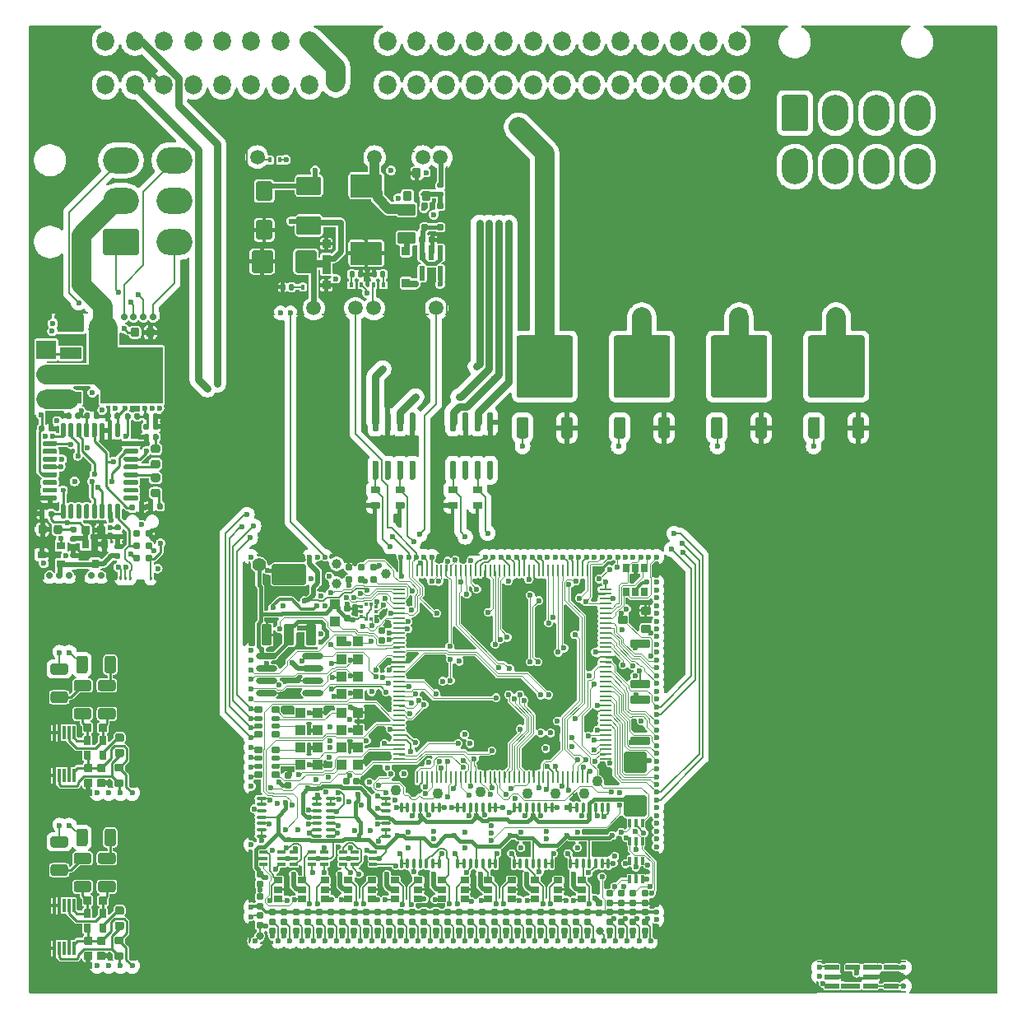
<source format=gtl>
G75*
G70*
%OFA0B0*%
%FSLAX25Y25*%
%IPPOS*%
%LPD*%
%AMOC8*
5,1,8,0,0,1.08239X$1,22.5*
%
%AMM1*
21,1,0.035430,0.030320,0.000000,0.000000,90.000000*
21,1,0.028350,0.037400,0.000000,0.000000,90.000000*
1,1,0.007090,0.015160,0.014170*
1,1,0.007090,0.015160,-0.014170*
1,1,0.007090,-0.015160,-0.014170*
1,1,0.007090,-0.015160,0.014170*
%
%AMM10*
21,1,0.025590,0.026380,0.000000,0.000000,90.000000*
21,1,0.020470,0.031500,0.000000,0.000000,90.000000*
1,1,0.005120,0.013190,0.010240*
1,1,0.005120,0.013190,-0.010240*
1,1,0.005120,-0.013190,-0.010240*
1,1,0.005120,-0.013190,0.010240*
%
%AMM11*
21,1,0.017720,0.027950,0.000000,0.000000,90.000000*
21,1,0.014170,0.031500,0.000000,0.000000,90.000000*
1,1,0.003540,0.013980,0.007090*
1,1,0.003540,0.013980,-0.007090*
1,1,0.003540,-0.013980,-0.007090*
1,1,0.003540,-0.013980,0.007090*
%
%AMM12*
21,1,0.031500,0.072440,0.000000,0.000000,90.000000*
21,1,0.025200,0.078740,0.000000,0.000000,90.000000*
1,1,0.006300,0.036220,0.012600*
1,1,0.006300,0.036220,-0.012600*
1,1,0.006300,-0.036220,-0.012600*
1,1,0.006300,-0.036220,0.012600*
%
%AMM13*
21,1,0.012600,0.028980,0.000000,0.000000,90.000000*
21,1,0.010080,0.031500,0.000000,0.000000,90.000000*
1,1,0.002520,0.014490,0.005040*
1,1,0.002520,0.014490,-0.005040*
1,1,0.002520,-0.014490,-0.005040*
1,1,0.002520,-0.014490,0.005040*
%
%AMM14*
21,1,0.012600,0.028980,0.000000,0.000000,180.000000*
21,1,0.010080,0.031500,0.000000,0.000000,180.000000*
1,1,0.002520,-0.005040,0.014490*
1,1,0.002520,0.005040,0.014490*
1,1,0.002520,0.005040,-0.014490*
1,1,0.002520,-0.005040,-0.014490*
%
%AMM15*
21,1,0.039370,0.035430,0.000000,0.000000,270.000000*
21,1,0.031500,0.043310,0.000000,0.000000,270.000000*
1,1,0.007870,-0.017720,-0.015750*
1,1,0.007870,-0.017720,0.015750*
1,1,0.007870,0.017720,0.015750*
1,1,0.007870,0.017720,-0.015750*
%
%AMM16*
21,1,0.027560,0.018900,0.000000,0.000000,90.000000*
21,1,0.022840,0.023620,0.000000,0.000000,90.000000*
1,1,0.004720,0.009450,0.011420*
1,1,0.004720,0.009450,-0.011420*
1,1,0.004720,-0.009450,-0.011420*
1,1,0.004720,-0.009450,0.011420*
%
%AMM164*
21,1,0.086610,0.073230,0.000000,-0.000000,180.000000*
21,1,0.069290,0.090550,0.000000,-0.000000,180.000000*
1,1,0.017320,-0.034650,0.036610*
1,1,0.017320,0.034650,0.036610*
1,1,0.017320,0.034650,-0.036610*
1,1,0.017320,-0.034650,-0.036610*
%
%AMM165*
21,1,0.094490,0.111020,0.000000,-0.000000,270.000000*
21,1,0.075590,0.129920,0.000000,-0.000000,270.000000*
1,1,0.018900,-0.055510,-0.037800*
1,1,0.018900,-0.055510,0.037800*
1,1,0.018900,0.055510,0.037800*
1,1,0.018900,0.055510,-0.037800*
%
%AMM166*
21,1,0.074800,0.083460,0.000000,-0.000000,270.000000*
21,1,0.059840,0.098430,0.000000,-0.000000,270.000000*
1,1,0.014960,-0.041730,-0.029920*
1,1,0.014960,-0.041730,0.029920*
1,1,0.014960,0.041730,0.029920*
1,1,0.014960,0.041730,-0.029920*
%
%AMM167*
21,1,0.078740,0.053540,0.000000,-0.000000,90.000000*
21,1,0.065350,0.066930,0.000000,-0.000000,90.000000*
1,1,0.013390,0.026770,0.032680*
1,1,0.013390,0.026770,-0.032680*
1,1,0.013390,-0.026770,-0.032680*
1,1,0.013390,-0.026770,0.032680*
%
%AMM168*
21,1,0.035430,0.030320,0.000000,-0.000000,0.000000*
21,1,0.028350,0.037400,0.000000,-0.000000,0.000000*
1,1,0.007090,0.014170,-0.015160*
1,1,0.007090,-0.014170,-0.015160*
1,1,0.007090,-0.014170,0.015160*
1,1,0.007090,0.014170,0.015160*
%
%AMM169*
21,1,0.021650,0.052760,0.000000,-0.000000,180.000000*
21,1,0.017320,0.057090,0.000000,-0.000000,180.000000*
1,1,0.004330,-0.008660,0.026380*
1,1,0.004330,0.008660,0.026380*
1,1,0.004330,0.008660,-0.026380*
1,1,0.004330,-0.008660,-0.026380*
%
%AMM170*
21,1,0.035830,0.026770,0.000000,-0.000000,270.000000*
21,1,0.029130,0.033470,0.000000,-0.000000,270.000000*
1,1,0.006690,-0.013390,-0.014570*
1,1,0.006690,-0.013390,0.014570*
1,1,0.006690,0.013390,0.014570*
1,1,0.006690,0.013390,-0.014570*
%
%AMM171*
21,1,0.070870,0.036220,0.000000,-0.000000,0.000000*
21,1,0.061810,0.045280,0.000000,-0.000000,0.000000*
1,1,0.009060,0.030910,-0.018110*
1,1,0.009060,-0.030910,-0.018110*
1,1,0.009060,-0.030910,0.018110*
1,1,0.009060,0.030910,0.018110*
%
%AMM172*
21,1,0.033470,0.026770,0.000000,-0.000000,270.000000*
21,1,0.026770,0.033470,0.000000,-0.000000,270.000000*
1,1,0.006690,-0.013390,-0.013390*
1,1,0.006690,-0.013390,0.013390*
1,1,0.006690,0.013390,0.013390*
1,1,0.006690,0.013390,-0.013390*
%
%AMM173*
21,1,0.015750,0.016540,0.000000,-0.000000,180.000000*
21,1,0.012600,0.019680,0.000000,-0.000000,180.000000*
1,1,0.003150,-0.006300,0.008270*
1,1,0.003150,0.006300,0.008270*
1,1,0.003150,0.006300,-0.008270*
1,1,0.003150,-0.006300,-0.008270*
%
%AMM174*
21,1,0.023620,0.018900,0.000000,-0.000000,0.000000*
21,1,0.018900,0.023620,0.000000,-0.000000,0.000000*
1,1,0.004720,0.009450,-0.009450*
1,1,0.004720,-0.009450,-0.009450*
1,1,0.004720,-0.009450,0.009450*
1,1,0.004720,0.009450,0.009450*
%
%AMM175*
21,1,0.019680,0.019680,0.000000,-0.000000,270.000000*
21,1,0.015750,0.023620,0.000000,-0.000000,270.000000*
1,1,0.003940,-0.009840,-0.007870*
1,1,0.003940,-0.009840,0.007870*
1,1,0.003940,0.009840,0.007870*
1,1,0.003940,0.009840,-0.007870*
%
%AMM176*
21,1,0.019680,0.019680,0.000000,-0.000000,180.000000*
21,1,0.015750,0.023620,0.000000,-0.000000,180.000000*
1,1,0.003940,-0.007870,0.009840*
1,1,0.003940,0.007870,0.009840*
1,1,0.003940,0.007870,-0.009840*
1,1,0.003940,-0.007870,-0.009840*
%
%AMM2*
21,1,0.043310,0.075980,0.000000,0.000000,0.000000*
21,1,0.034650,0.084650,0.000000,0.000000,0.000000*
1,1,0.008660,0.017320,-0.037990*
1,1,0.008660,-0.017320,-0.037990*
1,1,0.008660,-0.017320,0.037990*
1,1,0.008660,0.017320,0.037990*
%
%AMM3*
21,1,0.043310,0.075990,0.000000,0.000000,0.000000*
21,1,0.034650,0.084650,0.000000,0.000000,0.000000*
1,1,0.008660,0.017320,-0.037990*
1,1,0.008660,-0.017320,-0.037990*
1,1,0.008660,-0.017320,0.037990*
1,1,0.008660,0.017320,0.037990*
%
%AMM4*
21,1,0.137800,0.067720,0.000000,0.000000,0.000000*
21,1,0.120870,0.084650,0.000000,0.000000,0.000000*
1,1,0.016930,0.060430,-0.033860*
1,1,0.016930,-0.060430,-0.033860*
1,1,0.016930,-0.060430,0.033860*
1,1,0.016930,0.060430,0.033860*
%
%AMM5*
21,1,0.039370,0.035430,0.000000,0.000000,0.000000*
21,1,0.031500,0.043310,0.000000,0.000000,0.000000*
1,1,0.007870,0.015750,-0.017720*
1,1,0.007870,-0.015750,-0.017720*
1,1,0.007870,-0.015750,0.017720*
1,1,0.007870,0.015750,0.017720*
%
%AMM57*
21,1,0.021650,0.052760,0.000000,0.000000,270.000000*
21,1,0.017320,0.057090,0.000000,0.000000,270.000000*
1,1,0.004330,-0.026380,-0.008660*
1,1,0.004330,-0.026380,0.008660*
1,1,0.004330,0.026380,0.008660*
1,1,0.004330,0.026380,-0.008660*
%
%AMM6*
21,1,0.023620,0.030710,0.000000,0.000000,180.000000*
21,1,0.018900,0.035430,0.000000,0.000000,180.000000*
1,1,0.004720,-0.009450,0.015350*
1,1,0.004720,0.009450,0.015350*
1,1,0.004720,0.009450,-0.015350*
1,1,0.004720,-0.009450,-0.015350*
%
%AMM7*
21,1,0.027560,0.018900,0.000000,0.000000,180.000000*
21,1,0.022840,0.023620,0.000000,0.000000,180.000000*
1,1,0.004720,-0.011420,0.009450*
1,1,0.004720,0.011420,0.009450*
1,1,0.004720,0.011420,-0.009450*
1,1,0.004720,-0.011420,-0.009450*
%
%AMM8*
21,1,0.023620,0.030710,0.000000,0.000000,270.000000*
21,1,0.018900,0.035430,0.000000,0.000000,270.000000*
1,1,0.004720,-0.015350,-0.009450*
1,1,0.004720,-0.015350,0.009450*
1,1,0.004720,0.015350,0.009450*
1,1,0.004720,0.015350,-0.009450*
%
%AMM9*
21,1,0.086610,0.073230,0.000000,0.000000,90.000000*
21,1,0.069290,0.090550,0.000000,0.000000,90.000000*
1,1,0.017320,0.036610,0.034650*
1,1,0.017320,0.036610,-0.034650*
1,1,0.017320,-0.036610,-0.034650*
1,1,0.017320,-0.036610,0.034650*
%
%ADD10C,0.02756*%
%ADD100C,0.03900*%
%ADD101C,0.04331*%
%ADD102C,0.05512*%
%ADD11C,0.11811*%
%ADD12R,0.11811X0.00984*%
%ADD13R,0.04331X0.00984*%
%ADD14R,0.03858X0.00984*%
%ADD15R,0.05709X0.00984*%
%ADD16R,0.00984X1.08661*%
%ADD169M57*%
%ADD17R,0.07677X0.00984*%
%ADD170C,0.01850*%
%ADD18R,0.03740X0.00984*%
%ADD181R,0.03543X0.03150*%
%ADD183C,0.05118*%
%ADD185R,0.03150X0.03543*%
%ADD19C,0.02362*%
%ADD20R,0.00787X0.09055*%
%ADD21R,0.00787X0.21260*%
%ADD22R,0.00787X0.33858*%
%ADD23R,0.00787X0.19685*%
%ADD237R,0.01181X0.05512*%
%ADD238R,0.08661X0.04724*%
%ADD239R,0.25197X0.22835*%
%ADD24R,0.05512X0.00787*%
%ADD240R,0.07874X0.07500*%
%ADD241O,0.07874X0.07500*%
%ADD25R,0.19685X0.00787*%
%ADD258O,0.40158X0.00787*%
%ADD26R,0.26772X0.00787*%
%ADD27R,0.17717X0.00787*%
%ADD28R,0.00787X0.06299*%
%ADD29R,0.00787X0.22441*%
%ADD30R,0.00787X0.07874*%
%ADD31O,0.10630X0.14567*%
%ADD32R,0.24350X0.00984*%
%ADD320M164*%
%ADD321M165*%
%ADD322M166*%
%ADD323M167*%
%ADD324M168*%
%ADD325M169*%
%ADD326M170*%
%ADD327M171*%
%ADD328M172*%
%ADD329M173*%
%ADD33R,0.04390X0.00984*%
%ADD330M174*%
%ADD331M175*%
%ADD332M176*%
%ADD34R,0.00984X0.56201*%
%ADD35R,0.00984X0.59449*%
%ADD36R,0.20374X0.00984*%
%ADD37C,0.05906*%
%ADD38O,0.12992X0.00787*%
%ADD39O,0.40157X0.00787*%
%ADD40O,0.01181X0.00787*%
%ADD41O,0.00787X0.66929*%
%ADD42O,0.00787X0.60630*%
%ADD43O,0.18898X0.00787*%
%ADD44O,0.10236X0.00787*%
%ADD45O,0.03937X0.00787*%
%ADD46O,0.05906X0.00787*%
%ADD47O,0.07087X0.07874*%
%ADD48O,0.14567X0.10630*%
%ADD49O,0.00787X0.04823*%
%ADD50O,0.36614X0.00787*%
%ADD51C,0.00787*%
%ADD52C,0.07874*%
%ADD53C,0.03150*%
%ADD57C,0.00800*%
%ADD61C,0.01969*%
%ADD63C,0.03937*%
%ADD64C,0.01181*%
%ADD71C,0.00984*%
%ADD73C,0.01968*%
%ADD74O,0.00866X0.05118*%
%ADD75O,0.05118X0.00866*%
%ADD76M1*%
%ADD77M2*%
%ADD78M3*%
%ADD79M4*%
%ADD80M5*%
%ADD81M6*%
%ADD82M7*%
%ADD83M8*%
%ADD84M9*%
%ADD85M10*%
%ADD86M11*%
%ADD87M12*%
%ADD88O,0.01181X0.04331*%
%ADD89O,0.04331X0.01181*%
%ADD90M13*%
%ADD91O,0.08661X0.02362*%
%ADD92M14*%
%ADD93R,0.01476X0.01378*%
%ADD94R,0.01378X0.01476*%
%ADD95M15*%
%ADD96M16*%
%ADD97C,0.03100*%
%ADD98C,0.00492*%
%ADD99C,0.01575*%
X0000000Y0000000D02*
%LPD*%
G01*
D10*
X0051000Y0274701D03*
X0039189Y0274701D03*
X0043126Y0274701D03*
X0047063Y0274701D03*
D11*
X0030724Y0269780D03*
D12*
X0016945Y0276177D03*
D13*
X0004346Y0168500D03*
D14*
X0021433Y0168500D03*
X0034425Y0168500D03*
D15*
X0054445Y0168500D03*
D16*
X0002673Y0222339D03*
X0056807Y0222339D03*
D17*
X0006020Y0276177D03*
D18*
X0055429Y0276177D03*
G36*
G01*
X0006709Y0205606D02*
X0011630Y0205606D01*
G75*
G02*
X0012122Y0205114I0000000J-000492D01*
G01*
X0012122Y0204130D01*
G75*
G02*
X0011630Y0203638I-000492J0000000D01*
G01*
X0006709Y0203638D01*
G75*
G02*
X0006217Y0204130I0000000J0000492D01*
G01*
X0006217Y0205114D01*
G75*
G02*
X0006709Y0205606I0000492J0000000D01*
G01*
G37*
G36*
G01*
X0017240Y0199012D02*
X0018224Y0199012D01*
G75*
G02*
X0018717Y0198520I0000000J-000492D01*
G01*
X0018717Y0193598D01*
G75*
G02*
X0018224Y0193106I-000492J0000000D01*
G01*
X0017240Y0193106D01*
G75*
G02*
X0016748Y0193598I0000000J0000492D01*
G01*
X0016748Y0198520D01*
G75*
G02*
X0017240Y0199012I0000492J0000000D01*
G01*
G37*
G36*
G01*
X0006709Y0202457D02*
X0011630Y0202457D01*
G75*
G02*
X0012122Y0201965I0000000J-000492D01*
G01*
X0012122Y0200980D01*
G75*
G02*
X0011630Y0200488I-000492J0000000D01*
G01*
X0006709Y0200488D01*
G75*
G02*
X0006217Y0200980I0000000J0000492D01*
G01*
X0006217Y0201965D01*
G75*
G02*
X0006709Y0202457I0000492J0000000D01*
G01*
G37*
G36*
G01*
X0016748Y0201177D02*
X0016748Y0202161D01*
G75*
G02*
X0017240Y0202654I0000492J0000000D01*
G01*
X0018224Y0202654D01*
G75*
G02*
X0018717Y0202161I0000000J-000492D01*
G01*
X0018717Y0201177D01*
G75*
G02*
X0018224Y0200685I-000492J0000000D01*
G01*
X0017240Y0200685D01*
G75*
G02*
X0016748Y0201177I0000000J0000492D01*
G01*
G37*
G36*
G01*
X0014091Y0205606D02*
X0015075Y0205606D01*
G75*
G02*
X0015567Y0205114I0000000J-000492D01*
G01*
X0015567Y0204130D01*
G75*
G02*
X0015075Y0203638I-000492J0000000D01*
G01*
X0014091Y0203638D01*
G75*
G02*
X0013598Y0204130I0000000J0000492D01*
G01*
X0013598Y0205114D01*
G75*
G02*
X0014091Y0205606I0000492J0000000D01*
G01*
G37*
G36*
G01*
X0014091Y0199012D02*
X0015075Y0199012D01*
G75*
G02*
X0015567Y0198520I0000000J-000492D01*
G01*
X0015567Y0193598D01*
G75*
G02*
X0015075Y0193106I-000492J0000000D01*
G01*
X0014091Y0193106D01*
G75*
G02*
X0013598Y0193598I0000000J0000492D01*
G01*
X0013598Y0198520D01*
G75*
G02*
X0014091Y0199012I0000492J0000000D01*
G01*
G37*
D10*
X0013008Y0170011D03*
X0016945Y0170011D03*
X0029921Y0170011D03*
X0025921Y0170011D03*
G36*
G01*
X0037811Y0168008D02*
X0037811Y0168008D01*
G75*
G02*
X0037319Y0168500I0000000J0000492D01*
G01*
X0037319Y0169484D01*
G75*
G02*
X0037811Y0169976I0000492J0000000D01*
G01*
X0037811Y0169976D01*
G75*
G02*
X0038303Y0169484I0000000J-000492D01*
G01*
X0038303Y0168500D01*
G75*
G02*
X0037811Y0168008I-000492J0000000D01*
G01*
G37*
G36*
G01*
X0039780Y0168008D02*
X0039780Y0168008D01*
G75*
G02*
X0039287Y0168500I0000000J0000492D01*
G01*
X0039287Y0169484D01*
G75*
G02*
X0039780Y0169976I0000492J0000000D01*
G01*
X0039780Y0169976D01*
G75*
G02*
X0040272Y0169484I0000000J-000492D01*
G01*
X0040272Y0168500D01*
G75*
G02*
X0039780Y0168008I-000492J0000000D01*
G01*
G37*
G36*
G01*
X0041748Y0168008D02*
X0041748Y0168008D01*
G75*
G02*
X0041256Y0168500I0000000J0000492D01*
G01*
X0041256Y0169484D01*
G75*
G02*
X0041748Y0169976I0000492J0000000D01*
G01*
X0041748Y0169976D01*
G75*
G02*
X0042240Y0169484I0000000J-000492D01*
G01*
X0042240Y0168500D01*
G75*
G02*
X0041748Y0168008I-000492J0000000D01*
G01*
G37*
G36*
G01*
X0050016Y0168008D02*
X0050016Y0168008D01*
G75*
G02*
X0049524Y0168500I0000000J0000492D01*
G01*
X0049524Y0169484D01*
G75*
G02*
X0050016Y0169976I0000492J0000000D01*
G01*
X0050016Y0169976D01*
G75*
G02*
X0050508Y0169484I0000000J-000492D01*
G01*
X0050508Y0168500D01*
G75*
G02*
X0050016Y0168008I-000492J0000000D01*
G01*
G37*
X0009071Y0170011D03*
D19*
X0254898Y0167362D03*
X0254898Y0164213D03*
X0254898Y0161063D03*
X0254898Y0157913D03*
X0254898Y0154764D03*
X0254898Y0151614D03*
X0254898Y0148465D03*
X0254898Y0145315D03*
X0254898Y0142165D03*
X0254898Y0139016D03*
X0254898Y0135866D03*
X0254898Y0132717D03*
X0254898Y0129567D03*
X0254898Y0126417D03*
X0254898Y0123268D03*
X0254898Y0120118D03*
X0254898Y0116969D03*
X0254898Y0113819D03*
X0254898Y0110669D03*
X0254898Y0107520D03*
X0254898Y0104370D03*
X0254898Y0101220D03*
X0254898Y0098071D03*
X0254898Y0094921D03*
X0254898Y0091772D03*
X0254898Y0088622D03*
X0254898Y0085472D03*
X0254898Y0082323D03*
X0254898Y0079173D03*
X0254898Y0076024D03*
X0254898Y0072874D03*
X0254898Y0069724D03*
X0254898Y0066575D03*
X0254898Y0063425D03*
X0254898Y0060276D03*
X0254898Y0033898D03*
X0254898Y0030748D03*
D20*
X0089937Y0025433D03*
D21*
X0089937Y0048465D03*
D22*
X0089937Y0158701D03*
D23*
X0089937Y0072874D03*
D24*
X0097024Y0021299D03*
D25*
X0102535Y0178386D03*
D26*
X0136000Y0178386D03*
D27*
X0174780Y0178386D03*
D28*
X0255685Y0172480D03*
D29*
X0255685Y0047087D03*
D30*
X0255685Y0024843D03*
D19*
X0254898Y0177598D03*
X0251748Y0177598D03*
X0248598Y0177598D03*
X0245449Y0177598D03*
X0242299Y0177598D03*
X0239150Y0177598D03*
X0236000Y0177598D03*
X0232850Y0177598D03*
X0229701Y0177598D03*
X0226551Y0177598D03*
X0223402Y0177598D03*
X0220252Y0177598D03*
X0217102Y0177598D03*
X0213953Y0177598D03*
X0210803Y0177598D03*
X0207654Y0177598D03*
X0204504Y0177598D03*
X0201354Y0177598D03*
X0198205Y0177598D03*
X0195055Y0177598D03*
X0191906Y0177598D03*
X0188756Y0177598D03*
X0185606Y0177598D03*
X0163953Y0177598D03*
X0160803Y0177598D03*
X0157654Y0177598D03*
X0154504Y0177598D03*
X0151354Y0177598D03*
X0120646Y0177598D03*
X0117496Y0177598D03*
X0114346Y0177598D03*
X0090724Y0177598D03*
X0252535Y0022087D03*
X0247811Y0022087D03*
X0243087Y0022087D03*
X0238362Y0022087D03*
X0233638Y0022087D03*
X0229307Y0022087D03*
X0224583Y0022087D03*
X0219858Y0022087D03*
X0215134Y0022087D03*
X0210409Y0022087D03*
X0205685Y0022087D03*
X0200961Y0022087D03*
X0196236Y0022087D03*
X0191512Y0022087D03*
X0186787Y0022087D03*
X0182063Y0022087D03*
X0177339Y0022087D03*
X0172614Y0022087D03*
X0167890Y0022087D03*
X0163165Y0022087D03*
X0158441Y0022087D03*
X0153717Y0022087D03*
X0148992Y0022087D03*
X0144268Y0022087D03*
X0139543Y0022087D03*
X0134819Y0022087D03*
X0130094Y0022087D03*
X0125370Y0022087D03*
X0120646Y0022087D03*
X0115921Y0022087D03*
X0111197Y0022087D03*
X0106472Y0022087D03*
X0101748Y0022087D03*
X0092299Y0022087D03*
X0090724Y0031929D03*
X0090724Y0035866D03*
X0090724Y0061063D03*
X0090724Y0084685D03*
X0090724Y0088622D03*
X0090724Y0092559D03*
X0090724Y0096496D03*
X0090724Y0100433D03*
X0090724Y0104370D03*
X0090724Y0108307D03*
X0090724Y0112244D03*
X0090724Y0116181D03*
X0090724Y0120118D03*
X0090724Y0124055D03*
X0090724Y0127992D03*
X0090724Y0131929D03*
X0090724Y0135866D03*
X0090724Y0139803D03*
G36*
G01*
X0305614Y0351055D02*
X0305614Y0363654D01*
G75*
G02*
X0306598Y0364638I0000984J0000000D01*
G01*
X0315260Y0364638D01*
G75*
G02*
X0316244Y0363654I0000000J-000984D01*
G01*
X0316244Y0351055D01*
G75*
G02*
X0315260Y0350071I-000984J0000000D01*
G01*
X0306598Y0350071D01*
G75*
G02*
X0305614Y0351055I0000000J0000984D01*
G01*
G37*
D31*
X0327465Y0357354D03*
X0344000Y0357354D03*
X0360535Y0357354D03*
X0310929Y0335701D03*
X0327465Y0335701D03*
X0344000Y0335701D03*
X0360535Y0335701D03*
D19*
X0033053Y0082024D03*
X0028329Y0082024D03*
X0037778Y0082024D03*
X0042502Y0082024D03*
D32*
X0032000Y0139701D03*
D33*
X0008181Y0139701D03*
D34*
X0043683Y0112093D03*
D35*
X0006478Y0110469D03*
D36*
X0016173Y0081236D03*
D19*
X0017069Y0138815D03*
X0013132Y0138815D03*
G36*
G01*
X0152539Y0197087D02*
X0149469Y0197087D01*
G75*
G02*
X0149193Y0197362I0000000J0000276D01*
G01*
X0149193Y0199567D01*
G75*
G02*
X0149469Y0199843I0000276J0000000D01*
G01*
X0152539Y0199843D01*
G75*
G02*
X0152815Y0199567I0000000J-000276D01*
G01*
X0152815Y0197362D01*
G75*
G02*
X0152539Y0197087I-000276J0000000D01*
G01*
G37*
G36*
G01*
X0152539Y0203386D02*
X0149469Y0203386D01*
G75*
G02*
X0149193Y0203661I0000000J0000276D01*
G01*
X0149193Y0205866D01*
G75*
G02*
X0149469Y0206142I0000276J0000000D01*
G01*
X0152539Y0206142D01*
G75*
G02*
X0152815Y0205866I0000000J-000276D01*
G01*
X0152815Y0203661D01*
G75*
G02*
X0152539Y0203386I-000276J0000000D01*
G01*
G37*
G36*
G01*
X0241398Y0225591D02*
X0238642Y0225591D01*
G75*
G02*
X0237657Y0226575I0000000J0000984D01*
G01*
X0237657Y0233268D01*
G75*
G02*
X0238642Y0234252I0000984J0000000D01*
G01*
X0241398Y0234252D01*
G75*
G02*
X0242382Y0233268I0000000J-000984D01*
G01*
X0242382Y0226575D01*
G75*
G02*
X0241398Y0225591I-000984J0000000D01*
G01*
G37*
G36*
G01*
X0247421Y0242126D02*
X0238563Y0242126D01*
G75*
G02*
X0237579Y0243110I0000000J0000984D01*
G01*
X0237579Y0253150D01*
G75*
G02*
X0238563Y0254134I0000984J0000000D01*
G01*
X0247421Y0254134D01*
G75*
G02*
X0248406Y0253150I0000000J-000984D01*
G01*
X0248406Y0243110D01*
G75*
G02*
X0247421Y0242126I-000984J0000000D01*
G01*
G37*
G36*
G01*
X0259429Y0242126D02*
X0250571Y0242126D01*
G75*
G02*
X0249587Y0243110I0000000J0000984D01*
G01*
X0249587Y0253150D01*
G75*
G02*
X0250571Y0254134I0000984J0000000D01*
G01*
X0259429Y0254134D01*
G75*
G02*
X0260413Y0253150I0000000J-000984D01*
G01*
X0260413Y0243110D01*
G75*
G02*
X0259429Y0242126I-000984J0000000D01*
G01*
G37*
G36*
G01*
X0259429Y0242126D02*
X0238563Y0242126D01*
G75*
G02*
X0237579Y0243110I0000000J0000984D01*
G01*
X0237579Y0266339D01*
G75*
G02*
X0238563Y0267323I0000984J0000000D01*
G01*
X0259429Y0267323D01*
G75*
G02*
X0260413Y0266339I0000000J-000984D01*
G01*
X0260413Y0243110D01*
G75*
G02*
X0259429Y0242126I-000984J0000000D01*
G01*
G37*
G36*
G01*
X0247421Y0255315D02*
X0238563Y0255315D01*
G75*
G02*
X0237579Y0256299I0000000J0000984D01*
G01*
X0237579Y0266339D01*
G75*
G02*
X0238563Y0267323I0000984J0000000D01*
G01*
X0247421Y0267323D01*
G75*
G02*
X0248406Y0266339I0000000J-000984D01*
G01*
X0248406Y0256299D01*
G75*
G02*
X0247421Y0255315I-000984J0000000D01*
G01*
G37*
G36*
G01*
X0259429Y0255315D02*
X0250571Y0255315D01*
G75*
G02*
X0249587Y0256299I0000000J0000984D01*
G01*
X0249587Y0266339D01*
G75*
G02*
X0250571Y0267323I0000984J0000000D01*
G01*
X0259429Y0267323D01*
G75*
G02*
X0260413Y0266339I0000000J-000984D01*
G01*
X0260413Y0256299D01*
G75*
G02*
X0259429Y0255315I-000984J0000000D01*
G01*
G37*
G36*
G01*
X0259350Y0225591D02*
X0256594Y0225591D01*
G75*
G02*
X0255610Y0226575I0000000J0000984D01*
G01*
X0255610Y0233268D01*
G75*
G02*
X0256594Y0234252I0000984J0000000D01*
G01*
X0259350Y0234252D01*
G75*
G02*
X0260335Y0233268I0000000J-000984D01*
G01*
X0260335Y0226575D01*
G75*
G02*
X0259350Y0225591I-000984J0000000D01*
G01*
G37*
G36*
G01*
X0202028Y0225591D02*
X0199272Y0225591D01*
G75*
G02*
X0198287Y0226575I0000000J0000984D01*
G01*
X0198287Y0233268D01*
G75*
G02*
X0199272Y0234252I0000984J0000000D01*
G01*
X0202028Y0234252D01*
G75*
G02*
X0203012Y0233268I0000000J-000984D01*
G01*
X0203012Y0226575D01*
G75*
G02*
X0202028Y0225591I-000984J0000000D01*
G01*
G37*
G36*
G01*
X0208051Y0242126D02*
X0199193Y0242126D01*
G75*
G02*
X0198209Y0243110I0000000J0000984D01*
G01*
X0198209Y0253150D01*
G75*
G02*
X0199193Y0254134I0000984J0000000D01*
G01*
X0208051Y0254134D01*
G75*
G02*
X0209035Y0253150I0000000J-000984D01*
G01*
X0209035Y0243110D01*
G75*
G02*
X0208051Y0242126I-000984J0000000D01*
G01*
G37*
G36*
G01*
X0220059Y0242126D02*
X0211201Y0242126D01*
G75*
G02*
X0210217Y0243110I0000000J0000984D01*
G01*
X0210217Y0253150D01*
G75*
G02*
X0211201Y0254134I0000984J0000000D01*
G01*
X0220059Y0254134D01*
G75*
G02*
X0221043Y0253150I0000000J-000984D01*
G01*
X0221043Y0243110D01*
G75*
G02*
X0220059Y0242126I-000984J0000000D01*
G01*
G37*
G36*
G01*
X0220059Y0242126D02*
X0199193Y0242126D01*
G75*
G02*
X0198209Y0243110I0000000J0000984D01*
G01*
X0198209Y0266339D01*
G75*
G02*
X0199193Y0267323I0000984J0000000D01*
G01*
X0220059Y0267323D01*
G75*
G02*
X0221043Y0266339I0000000J-000984D01*
G01*
X0221043Y0243110D01*
G75*
G02*
X0220059Y0242126I-000984J0000000D01*
G01*
G37*
G36*
G01*
X0208051Y0255315D02*
X0199193Y0255315D01*
G75*
G02*
X0198209Y0256299I0000000J0000984D01*
G01*
X0198209Y0266339D01*
G75*
G02*
X0199193Y0267323I0000984J0000000D01*
G01*
X0208051Y0267323D01*
G75*
G02*
X0209035Y0266339I0000000J-000984D01*
G01*
X0209035Y0256299D01*
G75*
G02*
X0208051Y0255315I-000984J0000000D01*
G01*
G37*
G36*
G01*
X0220059Y0255315D02*
X0211201Y0255315D01*
G75*
G02*
X0210217Y0256299I0000000J0000984D01*
G01*
X0210217Y0266339D01*
G75*
G02*
X0211201Y0267323I0000984J0000000D01*
G01*
X0220059Y0267323D01*
G75*
G02*
X0221043Y0266339I0000000J-000984D01*
G01*
X0221043Y0256299D01*
G75*
G02*
X0220059Y0255315I-000984J0000000D01*
G01*
G37*
G36*
G01*
X0219980Y0225591D02*
X0217224Y0225591D01*
G75*
G02*
X0216240Y0226575I0000000J0000984D01*
G01*
X0216240Y0233268D01*
G75*
G02*
X0217224Y0234252I0000984J0000000D01*
G01*
X0219980Y0234252D01*
G75*
G02*
X0220965Y0233268I0000000J-000984D01*
G01*
X0220965Y0226575D01*
G75*
G02*
X0219980Y0225591I-000984J0000000D01*
G01*
G37*
D37*
X0165669Y0278339D03*
X0140472Y0278339D03*
X0132992Y0278339D03*
X0116063Y0278339D03*
D19*
X0106614Y0276567D03*
X0102677Y0276567D03*
D38*
X0150512Y0341921D03*
D39*
X0117047Y0341921D03*
D40*
X0089094Y0341921D03*
D41*
X0088898Y0308850D03*
D42*
X0170000Y0305701D03*
D37*
X0091457Y0278339D03*
D40*
X0169803Y0275780D03*
D43*
X0153268Y0275780D03*
D44*
X0124331Y0275780D03*
D45*
X0110551Y0275780D03*
D46*
X0097559Y0275780D03*
D37*
X0167441Y0339362D03*
X0160157Y0339362D03*
X0140669Y0339362D03*
X0093228Y0339362D03*
G36*
G01*
X0184035Y0197087D02*
X0180965Y0197087D01*
G75*
G02*
X0180689Y0197362I0000000J0000276D01*
G01*
X0180689Y0199567D01*
G75*
G02*
X0180965Y0199843I0000276J0000000D01*
G01*
X0184035Y0199843D01*
G75*
G02*
X0184311Y0199567I0000000J-000276D01*
G01*
X0184311Y0197362D01*
G75*
G02*
X0184035Y0197087I-000276J0000000D01*
G01*
G37*
G36*
G01*
X0184035Y0203386D02*
X0180965Y0203386D01*
G75*
G02*
X0180689Y0203661I0000000J0000276D01*
G01*
X0180689Y0205866D01*
G75*
G02*
X0180965Y0206142I0000276J0000000D01*
G01*
X0184035Y0206142D01*
G75*
G02*
X0184311Y0205866I0000000J-000276D01*
G01*
X0184311Y0203661D01*
G75*
G02*
X0184035Y0203386I-000276J0000000D01*
G01*
G37*
D19*
X0033053Y0012024D03*
X0028329Y0012024D03*
X0037778Y0012024D03*
X0042502Y0012024D03*
D32*
X0032000Y0069701D03*
D33*
X0008181Y0069701D03*
D34*
X0043683Y0042093D03*
D35*
X0006478Y0040469D03*
D36*
X0016173Y0011236D03*
D19*
X0017069Y0068815D03*
X0013132Y0068815D03*
D47*
X0031717Y0368701D03*
X0043528Y0368701D03*
X0055339Y0368701D03*
X0067150Y0368701D03*
X0078961Y0368701D03*
X0090772Y0368701D03*
X0102583Y0368701D03*
X0114394Y0368701D03*
X0145890Y0368701D03*
X0157701Y0368701D03*
X0169512Y0368701D03*
X0181323Y0368701D03*
X0193134Y0368701D03*
X0204945Y0368701D03*
X0216756Y0368701D03*
X0228567Y0368701D03*
X0240378Y0368701D03*
X0252189Y0368701D03*
X0264000Y0368701D03*
X0275811Y0368701D03*
X0287622Y0368701D03*
X0287622Y0386417D03*
X0275811Y0386417D03*
X0264000Y0386417D03*
X0252189Y0386417D03*
X0240378Y0386417D03*
X0228567Y0386417D03*
X0216756Y0386417D03*
X0204945Y0386417D03*
X0193134Y0386417D03*
X0181323Y0386417D03*
X0169512Y0386417D03*
X0157701Y0386417D03*
X0145890Y0386417D03*
X0114394Y0386417D03*
X0102583Y0386417D03*
X0090772Y0386417D03*
X0078961Y0386417D03*
X0067150Y0386417D03*
X0055339Y0386417D03*
X0043528Y0386417D03*
X0031717Y0386417D03*
G36*
G01*
X0044299Y0299850D02*
X0031701Y0299850D01*
G75*
G02*
X0030717Y0300835I0000000J0000984D01*
G01*
X0030717Y0309496D01*
G75*
G02*
X0031701Y0310480I0000984J0000000D01*
G01*
X0044299Y0310480D01*
G75*
G02*
X0045283Y0309496I0000000J-000984D01*
G01*
X0045283Y0300835D01*
G75*
G02*
X0044299Y0299850I-000984J0000000D01*
G01*
G37*
D48*
X0038000Y0321701D03*
X0038000Y0338236D03*
X0059654Y0305165D03*
X0059654Y0321701D03*
X0059654Y0338236D03*
G36*
G01*
X0173091Y0208925D02*
X0171909Y0208925D01*
G75*
G02*
X0171319Y0209516I0000000J0000591D01*
G01*
X0171319Y0216012D01*
G75*
G02*
X0171909Y0216602I0000591J0000000D01*
G01*
X0173091Y0216602D01*
G75*
G02*
X0173681Y0216012I0000000J-000591D01*
G01*
X0173681Y0209516D01*
G75*
G02*
X0173091Y0208925I-000591J0000000D01*
G01*
G37*
G36*
G01*
X0178091Y0208925D02*
X0176909Y0208925D01*
G75*
G02*
X0176319Y0209516I0000000J0000591D01*
G01*
X0176319Y0216012D01*
G75*
G02*
X0176909Y0216602I0000591J0000000D01*
G01*
X0178091Y0216602D01*
G75*
G02*
X0178681Y0216012I0000000J-000591D01*
G01*
X0178681Y0209516D01*
G75*
G02*
X0178091Y0208925I-000591J0000000D01*
G01*
G37*
G36*
G01*
X0183091Y0208925D02*
X0181909Y0208925D01*
G75*
G02*
X0181319Y0209516I0000000J0000591D01*
G01*
X0181319Y0216012D01*
G75*
G02*
X0181909Y0216602I0000591J0000000D01*
G01*
X0183091Y0216602D01*
G75*
G02*
X0183681Y0216012I0000000J-000591D01*
G01*
X0183681Y0209516D01*
G75*
G02*
X0183091Y0208925I-000591J0000000D01*
G01*
G37*
G36*
G01*
X0188091Y0208925D02*
X0186909Y0208925D01*
G75*
G02*
X0186319Y0209516I0000000J0000591D01*
G01*
X0186319Y0216012D01*
G75*
G02*
X0186909Y0216602I0000591J0000000D01*
G01*
X0188091Y0216602D01*
G75*
G02*
X0188681Y0216012I0000000J-000591D01*
G01*
X0188681Y0209516D01*
G75*
G02*
X0188091Y0208925I-000591J0000000D01*
G01*
G37*
G36*
G01*
X0188091Y0228413D02*
X0186909Y0228413D01*
G75*
G02*
X0186319Y0229004I0000000J0000591D01*
G01*
X0186319Y0235500D01*
G75*
G02*
X0186909Y0236091I0000591J0000000D01*
G01*
X0188091Y0236091D01*
G75*
G02*
X0188681Y0235500I0000000J-000591D01*
G01*
X0188681Y0229004D01*
G75*
G02*
X0188091Y0228413I-000591J0000000D01*
G01*
G37*
G36*
G01*
X0183091Y0228413D02*
X0181909Y0228413D01*
G75*
G02*
X0181319Y0229004I0000000J0000591D01*
G01*
X0181319Y0235500D01*
G75*
G02*
X0181909Y0236091I0000591J0000000D01*
G01*
X0183091Y0236091D01*
G75*
G02*
X0183681Y0235500I0000000J-000591D01*
G01*
X0183681Y0229004D01*
G75*
G02*
X0183091Y0228413I-000591J0000000D01*
G01*
G37*
G36*
G01*
X0178091Y0228413D02*
X0176909Y0228413D01*
G75*
G02*
X0176319Y0229004I0000000J0000591D01*
G01*
X0176319Y0235500D01*
G75*
G02*
X0176909Y0236091I0000591J0000000D01*
G01*
X0178091Y0236091D01*
G75*
G02*
X0178681Y0235500I0000000J-000591D01*
G01*
X0178681Y0229004D01*
G75*
G02*
X0178091Y0228413I-000591J0000000D01*
G01*
G37*
G36*
G01*
X0173091Y0228413D02*
X0171909Y0228413D01*
G75*
G02*
X0171319Y0229004I0000000J0000591D01*
G01*
X0171319Y0235500D01*
G75*
G02*
X0171909Y0236091I0000591J0000000D01*
G01*
X0173091Y0236091D01*
G75*
G02*
X0173681Y0235500I0000000J-000591D01*
G01*
X0173681Y0229004D01*
G75*
G02*
X0173091Y0228413I-000591J0000000D01*
G01*
G37*
D19*
X0355126Y0011339D03*
D49*
X0320087Y0003563D03*
D50*
X0338000Y0013701D03*
X0338000Y0001496D03*
D19*
X0355126Y0007598D03*
X0355126Y0003858D03*
X0320874Y0007795D03*
X0320874Y0011339D03*
G36*
G01*
X0280768Y0225591D02*
X0278012Y0225591D01*
G75*
G02*
X0277028Y0226575I0000000J0000984D01*
G01*
X0277028Y0233268D01*
G75*
G02*
X0278012Y0234252I0000984J0000000D01*
G01*
X0280768Y0234252D01*
G75*
G02*
X0281752Y0233268I0000000J-000984D01*
G01*
X0281752Y0226575D01*
G75*
G02*
X0280768Y0225591I-000984J0000000D01*
G01*
G37*
G36*
G01*
X0286791Y0242126D02*
X0277933Y0242126D01*
G75*
G02*
X0276949Y0243110I0000000J0000984D01*
G01*
X0276949Y0253150D01*
G75*
G02*
X0277933Y0254134I0000984J0000000D01*
G01*
X0286791Y0254134D01*
G75*
G02*
X0287776Y0253150I0000000J-000984D01*
G01*
X0287776Y0243110D01*
G75*
G02*
X0286791Y0242126I-000984J0000000D01*
G01*
G37*
G36*
G01*
X0298799Y0242126D02*
X0289941Y0242126D01*
G75*
G02*
X0288957Y0243110I0000000J0000984D01*
G01*
X0288957Y0253150D01*
G75*
G02*
X0289941Y0254134I0000984J0000000D01*
G01*
X0298799Y0254134D01*
G75*
G02*
X0299783Y0253150I0000000J-000984D01*
G01*
X0299783Y0243110D01*
G75*
G02*
X0298799Y0242126I-000984J0000000D01*
G01*
G37*
G36*
G01*
X0298799Y0242126D02*
X0277933Y0242126D01*
G75*
G02*
X0276949Y0243110I0000000J0000984D01*
G01*
X0276949Y0266339D01*
G75*
G02*
X0277933Y0267323I0000984J0000000D01*
G01*
X0298799Y0267323D01*
G75*
G02*
X0299783Y0266339I0000000J-000984D01*
G01*
X0299783Y0243110D01*
G75*
G02*
X0298799Y0242126I-000984J0000000D01*
G01*
G37*
G36*
G01*
X0286791Y0255315D02*
X0277933Y0255315D01*
G75*
G02*
X0276949Y0256299I0000000J0000984D01*
G01*
X0276949Y0266339D01*
G75*
G02*
X0277933Y0267323I0000984J0000000D01*
G01*
X0286791Y0267323D01*
G75*
G02*
X0287776Y0266339I0000000J-000984D01*
G01*
X0287776Y0256299D01*
G75*
G02*
X0286791Y0255315I-000984J0000000D01*
G01*
G37*
G36*
G01*
X0298799Y0255315D02*
X0289941Y0255315D01*
G75*
G02*
X0288957Y0256299I0000000J0000984D01*
G01*
X0288957Y0266339D01*
G75*
G02*
X0289941Y0267323I0000984J0000000D01*
G01*
X0298799Y0267323D01*
G75*
G02*
X0299783Y0266339I0000000J-000984D01*
G01*
X0299783Y0256299D01*
G75*
G02*
X0298799Y0255315I-000984J0000000D01*
G01*
G37*
G36*
G01*
X0298720Y0225591D02*
X0295965Y0225591D01*
G75*
G02*
X0294980Y0226575I0000000J0000984D01*
G01*
X0294980Y0233268D01*
G75*
G02*
X0295965Y0234252I0000984J0000000D01*
G01*
X0298720Y0234252D01*
G75*
G02*
X0299705Y0233268I0000000J-000984D01*
G01*
X0299705Y0226575D01*
G75*
G02*
X0298720Y0225591I-000984J0000000D01*
G01*
G37*
G36*
G01*
X0141594Y0208925D02*
X0140413Y0208925D01*
G75*
G02*
X0139823Y0209516I0000000J0000591D01*
G01*
X0139823Y0216012D01*
G75*
G02*
X0140413Y0216602I0000591J0000000D01*
G01*
X0141594Y0216602D01*
G75*
G02*
X0142185Y0216012I0000000J-000591D01*
G01*
X0142185Y0209516D01*
G75*
G02*
X0141594Y0208925I-000591J0000000D01*
G01*
G37*
G36*
G01*
X0146594Y0208925D02*
X0145413Y0208925D01*
G75*
G02*
X0144823Y0209516I0000000J0000591D01*
G01*
X0144823Y0216012D01*
G75*
G02*
X0145413Y0216602I0000591J0000000D01*
G01*
X0146594Y0216602D01*
G75*
G02*
X0147185Y0216012I0000000J-000591D01*
G01*
X0147185Y0209516D01*
G75*
G02*
X0146594Y0208925I-000591J0000000D01*
G01*
G37*
G36*
G01*
X0151594Y0208925D02*
X0150413Y0208925D01*
G75*
G02*
X0149823Y0209516I0000000J0000591D01*
G01*
X0149823Y0216012D01*
G75*
G02*
X0150413Y0216602I0000591J0000000D01*
G01*
X0151594Y0216602D01*
G75*
G02*
X0152185Y0216012I0000000J-000591D01*
G01*
X0152185Y0209516D01*
G75*
G02*
X0151594Y0208925I-000591J0000000D01*
G01*
G37*
G36*
G01*
X0156594Y0208925D02*
X0155413Y0208925D01*
G75*
G02*
X0154823Y0209516I0000000J0000591D01*
G01*
X0154823Y0216012D01*
G75*
G02*
X0155413Y0216602I0000591J0000000D01*
G01*
X0156594Y0216602D01*
G75*
G02*
X0157185Y0216012I0000000J-000591D01*
G01*
X0157185Y0209516D01*
G75*
G02*
X0156594Y0208925I-000591J0000000D01*
G01*
G37*
G36*
G01*
X0156594Y0228413D02*
X0155413Y0228413D01*
G75*
G02*
X0154823Y0229004I0000000J0000591D01*
G01*
X0154823Y0235500D01*
G75*
G02*
X0155413Y0236091I0000591J0000000D01*
G01*
X0156594Y0236091D01*
G75*
G02*
X0157185Y0235500I0000000J-000591D01*
G01*
X0157185Y0229004D01*
G75*
G02*
X0156594Y0228413I-000591J0000000D01*
G01*
G37*
G36*
G01*
X0151594Y0228413D02*
X0150413Y0228413D01*
G75*
G02*
X0149823Y0229004I0000000J0000591D01*
G01*
X0149823Y0235500D01*
G75*
G02*
X0150413Y0236091I0000591J0000000D01*
G01*
X0151594Y0236091D01*
G75*
G02*
X0152185Y0235500I0000000J-000591D01*
G01*
X0152185Y0229004D01*
G75*
G02*
X0151594Y0228413I-000591J0000000D01*
G01*
G37*
G36*
G01*
X0146594Y0228413D02*
X0145413Y0228413D01*
G75*
G02*
X0144823Y0229004I0000000J0000591D01*
G01*
X0144823Y0235500D01*
G75*
G02*
X0145413Y0236091I0000591J0000000D01*
G01*
X0146594Y0236091D01*
G75*
G02*
X0147185Y0235500I0000000J-000591D01*
G01*
X0147185Y0229004D01*
G75*
G02*
X0146594Y0228413I-000591J0000000D01*
G01*
G37*
G36*
G01*
X0141594Y0228413D02*
X0140413Y0228413D01*
G75*
G02*
X0139823Y0229004I0000000J0000591D01*
G01*
X0139823Y0235500D01*
G75*
G02*
X0140413Y0236091I0000591J0000000D01*
G01*
X0141594Y0236091D01*
G75*
G02*
X0142185Y0235500I0000000J-000591D01*
G01*
X0142185Y0229004D01*
G75*
G02*
X0141594Y0228413I-000591J0000000D01*
G01*
G37*
G36*
G01*
X0142539Y0197087D02*
X0139469Y0197087D01*
G75*
G02*
X0139193Y0197362I0000000J0000276D01*
G01*
X0139193Y0199567D01*
G75*
G02*
X0139469Y0199843I0000276J0000000D01*
G01*
X0142539Y0199843D01*
G75*
G02*
X0142815Y0199567I0000000J-000276D01*
G01*
X0142815Y0197362D01*
G75*
G02*
X0142539Y0197087I-000276J0000000D01*
G01*
G37*
G36*
G01*
X0142539Y0203386D02*
X0139469Y0203386D01*
G75*
G02*
X0139193Y0203661I0000000J0000276D01*
G01*
X0139193Y0205866D01*
G75*
G02*
X0139469Y0206142I0000276J0000000D01*
G01*
X0142539Y0206142D01*
G75*
G02*
X0142815Y0205866I0000000J-000276D01*
G01*
X0142815Y0203661D01*
G75*
G02*
X0142539Y0203386I-000276J0000000D01*
G01*
G37*
G36*
G01*
X0174035Y0197087D02*
X0170965Y0197087D01*
G75*
G02*
X0170689Y0197362I0000000J0000276D01*
G01*
X0170689Y0199567D01*
G75*
G02*
X0170965Y0199843I0000276J0000000D01*
G01*
X0174035Y0199843D01*
G75*
G02*
X0174311Y0199567I0000000J-000276D01*
G01*
X0174311Y0197362D01*
G75*
G02*
X0174035Y0197087I-000276J0000000D01*
G01*
G37*
G36*
G01*
X0174035Y0203386D02*
X0170965Y0203386D01*
G75*
G02*
X0170689Y0203661I0000000J0000276D01*
G01*
X0170689Y0205866D01*
G75*
G02*
X0170965Y0206142I0000276J0000000D01*
G01*
X0174035Y0206142D01*
G75*
G02*
X0174311Y0205866I0000000J-000276D01*
G01*
X0174311Y0203661D01*
G75*
G02*
X0174035Y0203386I-000276J0000000D01*
G01*
G37*
G36*
G01*
X0320138Y0225591D02*
X0317382Y0225591D01*
G75*
G02*
X0316398Y0226575I0000000J0000984D01*
G01*
X0316398Y0233268D01*
G75*
G02*
X0317382Y0234252I0000984J0000000D01*
G01*
X0320138Y0234252D01*
G75*
G02*
X0321122Y0233268I0000000J-000984D01*
G01*
X0321122Y0226575D01*
G75*
G02*
X0320138Y0225591I-000984J0000000D01*
G01*
G37*
G36*
G01*
X0326161Y0242126D02*
X0317303Y0242126D01*
G75*
G02*
X0316319Y0243110I0000000J0000984D01*
G01*
X0316319Y0253150D01*
G75*
G02*
X0317303Y0254134I0000984J0000000D01*
G01*
X0326161Y0254134D01*
G75*
G02*
X0327146Y0253150I0000000J-000984D01*
G01*
X0327146Y0243110D01*
G75*
G02*
X0326161Y0242126I-000984J0000000D01*
G01*
G37*
G36*
G01*
X0338169Y0242126D02*
X0329311Y0242126D01*
G75*
G02*
X0328327Y0243110I0000000J0000984D01*
G01*
X0328327Y0253150D01*
G75*
G02*
X0329311Y0254134I0000984J0000000D01*
G01*
X0338169Y0254134D01*
G75*
G02*
X0339154Y0253150I0000000J-000984D01*
G01*
X0339154Y0243110D01*
G75*
G02*
X0338169Y0242126I-000984J0000000D01*
G01*
G37*
G36*
G01*
X0338169Y0242126D02*
X0317303Y0242126D01*
G75*
G02*
X0316319Y0243110I0000000J0000984D01*
G01*
X0316319Y0266339D01*
G75*
G02*
X0317303Y0267323I0000984J0000000D01*
G01*
X0338169Y0267323D01*
G75*
G02*
X0339154Y0266339I0000000J-000984D01*
G01*
X0339154Y0243110D01*
G75*
G02*
X0338169Y0242126I-000984J0000000D01*
G01*
G37*
G36*
G01*
X0326161Y0255315D02*
X0317303Y0255315D01*
G75*
G02*
X0316319Y0256299I0000000J0000984D01*
G01*
X0316319Y0266339D01*
G75*
G02*
X0317303Y0267323I0000984J0000000D01*
G01*
X0326161Y0267323D01*
G75*
G02*
X0327146Y0266339I0000000J-000984D01*
G01*
X0327146Y0256299D01*
G75*
G02*
X0326161Y0255315I-000984J0000000D01*
G01*
G37*
G36*
G01*
X0338169Y0255315D02*
X0329311Y0255315D01*
G75*
G02*
X0328327Y0256299I0000000J0000984D01*
G01*
X0328327Y0266339D01*
G75*
G02*
X0329311Y0267323I0000984J0000000D01*
G01*
X0338169Y0267323D01*
G75*
G02*
X0339154Y0266339I0000000J-000984D01*
G01*
X0339154Y0256299D01*
G75*
G02*
X0338169Y0255315I-000984J0000000D01*
G01*
G37*
G36*
G01*
X0338091Y0225591D02*
X0335335Y0225591D01*
G75*
G02*
X0334350Y0226575I0000000J0000984D01*
G01*
X0334350Y0233268D01*
G75*
G02*
X0335335Y0234252I0000984J0000000D01*
G01*
X0338091Y0234252D01*
G75*
G02*
X0339075Y0233268I0000000J-000984D01*
G01*
X0339075Y0226575D01*
G75*
G02*
X0338091Y0225591I-000984J0000000D01*
G01*
G37*
D19*
X0090341Y0185423D03*
X0091670Y0190093D03*
X0087000Y0189764D03*
X0089000Y0194764D03*
X0261000Y0180764D03*
X0147000Y0181764D03*
X0177469Y0185732D03*
X0265341Y0183104D03*
X0262000Y0187063D03*
X0186500Y0187276D03*
X0156500Y0183764D03*
X0265670Y0179434D03*
X0327736Y0277764D03*
X0327736Y0274764D03*
X0200650Y0222346D03*
X0288366Y0274764D03*
X0290551Y0276949D03*
X0239622Y0222319D03*
X0250866Y0276634D03*
X0248996Y0274764D03*
X0279622Y0222319D03*
X0125000Y0369701D03*
X0199000Y0351701D03*
X0211681Y0276819D03*
X0201000Y0349701D03*
X0209626Y0274764D03*
X0125000Y0366701D03*
X0318622Y0222319D03*
X0175000Y0242390D03*
X0157303Y0242390D03*
X0187126Y0312701D03*
X0141004Y0241701D03*
X0182000Y0254701D03*
X0144000Y0253701D03*
X0073000Y0245764D03*
X0183189Y0312701D03*
X0191063Y0312701D03*
X0077000Y0247764D03*
X0189000Y0249764D03*
X0195000Y0312701D03*
X0147941Y0185642D03*
X0159000Y0186701D03*
X0020824Y0280525D03*
X0042000Y0280701D03*
X0036827Y0284701D03*
X0045000Y0283701D03*
D51*
X0085000Y0121905D02*
X0085000Y0179764D01*
X0090341Y0185104D02*
X0090341Y0185423D01*
X0085000Y0121905D02*
X0090724Y0116181D01*
X0085000Y0179764D02*
X0090341Y0185104D01*
X0091670Y0190093D02*
X0083425Y0181848D01*
X0083425Y0119543D02*
X0090724Y0112244D01*
X0083425Y0181848D02*
X0083425Y0119543D01*
X0086319Y0189764D02*
X0087000Y0189764D01*
X0081850Y0117181D02*
X0081850Y0126764D01*
X0081850Y0177764D02*
X0081850Y0185296D01*
X0081850Y0126764D02*
X0081850Y0177764D01*
X0090724Y0108307D02*
X0081850Y0117181D01*
X0081850Y0185296D02*
X0086319Y0189764D01*
X0090724Y0104370D02*
X0080276Y0114819D01*
X0080276Y0187061D02*
X0087978Y0194764D01*
X0087978Y0194764D02*
X0089000Y0194764D01*
X0080276Y0144764D02*
X0080276Y0176764D01*
X0080276Y0114819D02*
X0080276Y0144764D01*
X0080276Y0176764D02*
X0080276Y0187061D01*
X0143996Y0201772D02*
X0143996Y0184768D01*
X0141004Y0204764D02*
X0143996Y0201772D01*
X0256568Y0116969D02*
X0269000Y0129401D01*
X0141004Y0212764D02*
X0141004Y0204764D01*
X0269000Y0172764D02*
X0261000Y0180764D01*
X0143996Y0201772D02*
X0143996Y0196268D01*
X0254898Y0116969D02*
X0256568Y0116969D01*
X0269000Y0129401D02*
X0269000Y0172764D01*
X0143996Y0184768D02*
X0147000Y0181764D01*
X0265319Y0183126D02*
X0272150Y0176296D01*
X0175500Y0196764D02*
X0175500Y0187701D01*
X0175492Y0201772D02*
X0175492Y0196772D01*
X0256568Y0082323D02*
X0254898Y0082323D01*
X0272150Y0176296D02*
X0272150Y0097904D01*
X0172500Y0204764D02*
X0175492Y0201772D01*
X0272150Y0097904D02*
X0256568Y0082323D01*
X0175500Y0187701D02*
X0177469Y0185732D01*
X0175492Y0196772D02*
X0175500Y0196764D01*
X0265341Y0183104D02*
X0265319Y0183126D01*
X0172500Y0212764D02*
X0172500Y0204764D01*
X0177469Y0185732D02*
X0177500Y0185701D01*
X0265319Y0183126D02*
X0265319Y0183126D01*
X0186256Y0187520D02*
X0186500Y0187276D01*
X0264723Y0187063D02*
X0262000Y0187063D01*
X0185500Y0188276D02*
X0186256Y0187520D01*
X0273724Y0178061D02*
X0264723Y0187063D01*
X0185500Y0201764D02*
X0185500Y0195764D01*
X0182500Y0204764D02*
X0185500Y0201764D01*
X0254898Y0079173D02*
X0256568Y0079173D01*
X0273724Y0096330D02*
X0273724Y0122764D01*
X0185500Y0195764D02*
X0185500Y0188276D01*
X0182500Y0212764D02*
X0182500Y0204764D01*
X0273724Y0122764D02*
X0273724Y0178061D01*
X0256568Y0079173D02*
X0273724Y0096330D01*
X0153996Y0201772D02*
X0153996Y0186268D01*
X0270575Y0127826D02*
X0270575Y0130053D01*
X0270575Y0130053D02*
X0270575Y0144764D01*
X0256568Y0113819D02*
X0270575Y0127826D01*
X0151004Y0204764D02*
X0153996Y0201772D01*
X0254898Y0113819D02*
X0256568Y0113819D01*
X0267170Y0177934D02*
X0265670Y0179434D01*
X0151004Y0212764D02*
X0151004Y0204764D01*
X0270575Y0174530D02*
X0267170Y0177934D01*
X0270575Y0144764D02*
X0270575Y0174530D01*
X0153996Y0186268D02*
X0156500Y0183764D01*
D52*
X0327736Y0254724D02*
X0327736Y0274764D01*
D51*
X0200650Y0229921D02*
X0200650Y0222346D01*
X0200622Y0222319D02*
X0200650Y0222346D01*
X0200622Y0229894D02*
X0200650Y0229921D01*
D52*
X0288366Y0254724D02*
X0288366Y0274764D01*
D51*
X0239622Y0229524D02*
X0240020Y0229921D01*
X0239622Y0222319D02*
X0239622Y0229524D01*
D52*
X0248996Y0254724D02*
X0248996Y0274764D01*
D51*
X0279622Y0229689D02*
X0279390Y0229921D01*
X0279622Y0222319D02*
X0279622Y0229689D01*
D52*
X0209626Y0268764D02*
X0209626Y0274764D01*
X0125000Y0375811D02*
X0125000Y0369701D01*
X0201000Y0349701D02*
X0199000Y0351701D01*
X0114394Y0386417D02*
X0125000Y0375811D01*
X0209626Y0268764D02*
X0209626Y0341075D01*
X0209626Y0341075D02*
X0201000Y0349701D01*
X0209626Y0254724D02*
X0209626Y0268764D01*
D51*
X0318622Y0229783D02*
X0318760Y0229921D01*
X0318622Y0222319D02*
X0318622Y0229783D01*
D52*
X0022000Y0307896D02*
X0035805Y0321701D01*
X0030724Y0269780D02*
X0030724Y0278976D01*
X0030724Y0278976D02*
X0022000Y0287701D01*
X0022000Y0287701D02*
X0022000Y0307896D01*
X0035805Y0321701D02*
X0038000Y0321701D01*
D53*
X0175626Y0242390D02*
X0187126Y0253890D01*
X0175626Y0242390D02*
X0175000Y0242390D01*
D51*
X0157303Y0242390D02*
X0157303Y0242398D01*
D53*
X0151004Y0232252D02*
X0151004Y0236091D01*
X0151004Y0236091D02*
X0157303Y0242390D01*
X0187126Y0253890D02*
X0187126Y0312701D01*
X0141004Y0250705D02*
X0144000Y0253701D01*
X0183189Y0255953D02*
X0183189Y0255890D01*
X0043528Y0368173D02*
X0043528Y0368701D01*
X0069299Y0342402D02*
X0043528Y0368173D01*
X0141004Y0236091D02*
X0141004Y0241701D01*
X0069299Y0249465D02*
X0073000Y0245764D01*
X0141004Y0241701D02*
X0141004Y0250705D01*
X0069299Y0342402D02*
X0069299Y0249465D01*
X0183189Y0255890D02*
X0182000Y0254701D01*
X0141004Y0232252D02*
X0141004Y0236091D01*
X0183189Y0255953D02*
X0183189Y0312701D01*
X0077000Y0344701D02*
X0077000Y0247764D01*
X0046367Y0386417D02*
X0043528Y0386417D01*
X0178000Y0238453D02*
X0191063Y0251516D01*
X0061244Y0371541D02*
X0046367Y0386417D01*
X0077000Y0344701D02*
X0061244Y0360457D01*
X0061244Y0360457D02*
X0061244Y0371541D01*
X0191063Y0251516D02*
X0191063Y0312701D01*
X0174862Y0238453D02*
X0178000Y0238453D01*
X0172500Y0232252D02*
X0172500Y0236091D01*
X0172500Y0236091D02*
X0174862Y0238453D01*
X0182500Y0236091D02*
X0195000Y0248591D01*
X0182500Y0232252D02*
X0182500Y0236091D01*
X0195000Y0248591D02*
X0195000Y0312701D01*
D51*
X0106614Y0191821D02*
X0120646Y0177790D01*
X0106614Y0276567D02*
X0106614Y0191821D01*
X0120646Y0177790D02*
X0120646Y0177598D01*
X0161000Y0188701D02*
X0161000Y0234701D01*
X0154504Y0177598D02*
X0154504Y0179079D01*
X0165669Y0239370D02*
X0165669Y0278339D01*
X0159000Y0186701D02*
X0161000Y0188701D01*
X0154504Y0179079D02*
X0147941Y0185642D01*
X0161000Y0234701D02*
X0165669Y0239370D01*
X0132992Y0227412D02*
X0132992Y0278339D01*
X0147480Y0189443D02*
X0146000Y0189443D01*
X0143642Y0208766D02*
X0143642Y0216762D01*
X0146000Y0189443D02*
X0146000Y0206407D01*
X0157654Y0177598D02*
X0157654Y0179270D01*
X0143642Y0216762D02*
X0132992Y0227412D01*
X0157654Y0179270D02*
X0147480Y0189443D01*
X0146000Y0206407D02*
X0143642Y0208766D01*
X0043126Y0274701D02*
X0043126Y0279575D01*
X0043126Y0279575D02*
X0042000Y0280701D01*
X0016882Y0284467D02*
X0016882Y0317118D01*
X0016882Y0317118D02*
X0038000Y0338236D01*
X0020824Y0280525D02*
X0016882Y0284467D01*
X0047000Y0295701D02*
X0047000Y0325583D01*
X0039189Y0274701D02*
X0039189Y0287890D01*
X0055535Y0338236D02*
X0059654Y0338236D01*
X0047000Y0325583D02*
X0059654Y0338236D01*
X0039189Y0287890D02*
X0047000Y0295701D01*
X0051000Y0279701D02*
X0059654Y0288354D01*
X0051000Y0274701D02*
X0051000Y0279701D01*
X0059654Y0288354D02*
X0059654Y0305165D01*
X0047063Y0281638D02*
X0045000Y0283701D01*
X0036000Y0285701D02*
X0036000Y0303165D01*
X0047063Y0274701D02*
X0047063Y0281638D01*
X0036827Y0284874D02*
X0036000Y0285701D01*
X0036000Y0303165D02*
X0038000Y0305165D01*
X0036827Y0284701D02*
X0036827Y0284874D01*
G36*
X0258779Y0178516D02*
G01*
X0258848Y0178459D01*
X0259023Y0178284D01*
X0259624Y0177906D01*
X0260294Y0177672D01*
X0260636Y0177633D01*
X0260890Y0177527D01*
X0260927Y0177493D01*
X0266493Y0171927D01*
X0266625Y0171686D01*
X0266636Y0171582D01*
X0266636Y0130582D01*
X0266558Y0130318D01*
X0266493Y0130237D01*
X0258871Y0122615D01*
X0258630Y0122483D01*
X0258355Y0122503D01*
X0258135Y0122668D01*
X0258039Y0122925D01*
X0258041Y0123015D01*
X0258069Y0123268D01*
X0258069Y0123268D01*
X0257990Y0123973D01*
X0257990Y0123973D01*
X0257746Y0124670D01*
X0257754Y0124673D01*
X0257717Y0124902D01*
X0257750Y0125014D01*
X0257746Y0125015D01*
X0257990Y0125712D01*
X0257990Y0125712D01*
X0258069Y0126417D01*
X0258069Y0126417D01*
X0257990Y0127123D01*
X0257990Y0127123D01*
X0257746Y0127819D01*
X0257754Y0127822D01*
X0257717Y0128052D01*
X0257750Y0128164D01*
X0257746Y0128165D01*
X0257990Y0128861D01*
X0257990Y0128861D01*
X0258069Y0129567D01*
X0258069Y0129567D01*
X0257990Y0130273D01*
X0257990Y0130273D01*
X0257746Y0130969D01*
X0257754Y0130972D01*
X0257717Y0131201D01*
X0257750Y0131313D01*
X0257746Y0131315D01*
X0257990Y0132011D01*
X0257990Y0132011D01*
X0258069Y0132717D01*
X0258069Y0132717D01*
X0257990Y0133422D01*
X0257990Y0133422D01*
X0257746Y0134118D01*
X0257754Y0134121D01*
X0257717Y0134351D01*
X0257750Y0134463D01*
X0257746Y0134464D01*
X0257990Y0135160D01*
X0257990Y0135160D01*
X0258069Y0135866D01*
X0258069Y0135866D01*
X0257990Y0136572D01*
X0257990Y0136572D01*
X0257746Y0137268D01*
X0257754Y0137271D01*
X0257717Y0137501D01*
X0257750Y0137613D01*
X0257746Y0137614D01*
X0257990Y0138310D01*
X0257990Y0138310D01*
X0258069Y0139016D01*
X0258069Y0139016D01*
X0257990Y0139721D01*
X0257990Y0139722D01*
X0257746Y0140418D01*
X0257754Y0140421D01*
X0257717Y0140650D01*
X0257750Y0140762D01*
X0257746Y0140763D01*
X0257990Y0141460D01*
X0257990Y0141460D01*
X0258069Y0142165D01*
X0258069Y0142165D01*
X0257990Y0142871D01*
X0257990Y0142871D01*
X0257746Y0143567D01*
X0257754Y0143570D01*
X0257717Y0143800D01*
X0257750Y0143912D01*
X0257746Y0143913D01*
X0257990Y0144609D01*
X0257990Y0144609D01*
X0258069Y0145315D01*
X0258069Y0145315D01*
X0257990Y0146021D01*
X0257990Y0146021D01*
X0257746Y0146717D01*
X0257754Y0146720D01*
X0257717Y0146949D01*
X0257750Y0147061D01*
X0257746Y0147063D01*
X0257990Y0147759D01*
X0257990Y0147759D01*
X0258069Y0148465D01*
X0258069Y0148465D01*
X0257990Y0149170D01*
X0257990Y0149170D01*
X0257746Y0149867D01*
X0257754Y0149869D01*
X0257717Y0150099D01*
X0257750Y0150211D01*
X0257746Y0150212D01*
X0257990Y0150908D01*
X0257990Y0150908D01*
X0258069Y0151614D01*
X0258069Y0151614D01*
X0257990Y0152320D01*
X0257990Y0152320D01*
X0257746Y0153016D01*
X0257754Y0153019D01*
X0257717Y0153248D01*
X0257750Y0153361D01*
X0257746Y0153362D01*
X0257990Y0154058D01*
X0257990Y0154058D01*
X0258069Y0154764D01*
X0258069Y0154764D01*
X0257990Y0155469D01*
X0257990Y0155470D01*
X0257746Y0156166D01*
X0257754Y0156169D01*
X0257717Y0156398D01*
X0257750Y0156510D01*
X0257746Y0156511D01*
X0257990Y0157208D01*
X0257990Y0157208D01*
X0258069Y0157913D01*
X0258069Y0157913D01*
X0257990Y0158619D01*
X0257990Y0158619D01*
X0257746Y0159315D01*
X0257754Y0159318D01*
X0257717Y0159548D01*
X0257750Y0159660D01*
X0257746Y0159661D01*
X0257990Y0160357D01*
X0257990Y0160357D01*
X0258069Y0161063D01*
X0258069Y0161063D01*
X0257990Y0161769D01*
X0257990Y0161769D01*
X0257746Y0162465D01*
X0257754Y0162468D01*
X0257717Y0162697D01*
X0257750Y0162809D01*
X0257746Y0162811D01*
X0257990Y0163507D01*
X0257990Y0163507D01*
X0258069Y0164213D01*
X0258069Y0164213D01*
X0257990Y0164918D01*
X0257990Y0164918D01*
X0257746Y0165615D01*
X0257754Y0165618D01*
X0257717Y0165847D01*
X0257750Y0165959D01*
X0257746Y0165960D01*
X0257990Y0166656D01*
X0257990Y0166657D01*
X0258069Y0167362D01*
X0258069Y0167362D01*
X0257990Y0168068D01*
X0257990Y0168068D01*
X0257838Y0168500D01*
X0257755Y0168738D01*
X0257377Y0169340D01*
X0256875Y0169842D01*
X0256274Y0170220D01*
X0256012Y0170311D01*
X0255788Y0170472D01*
X0255687Y0170727D01*
X0255685Y0170772D01*
X0255685Y0174189D01*
X0255763Y0174453D01*
X0255970Y0174633D01*
X0256012Y0174649D01*
X0256274Y0174741D01*
X0256875Y0175119D01*
X0257377Y0175621D01*
X0257755Y0176222D01*
X0257990Y0176893D01*
X0258010Y0177075D01*
X0258069Y0177598D01*
X0258069Y0177598D01*
X0258017Y0178059D01*
X0258065Y0178330D01*
X0258251Y0178533D01*
X0258517Y0178602D01*
X0258779Y0178516D01*
G37*
G36*
X0088172Y0175699D02*
G01*
X0088234Y0175635D01*
X0088245Y0175621D01*
X0088245Y0175621D01*
X0088747Y0175119D01*
X0089348Y0174741D01*
X0089610Y0174649D01*
X0089834Y0174489D01*
X0089935Y0174233D01*
X0089937Y0174189D01*
X0089937Y0143213D01*
X0089859Y0142949D01*
X0089652Y0142769D01*
X0089610Y0142752D01*
X0089348Y0142661D01*
X0089348Y0142661D01*
X0088747Y0142283D01*
X0088245Y0141781D01*
X0088234Y0141767D01*
X0088009Y0141609D01*
X0087734Y0141598D01*
X0087497Y0141737D01*
X0087372Y0141982D01*
X0087364Y0142071D01*
X0087364Y0175330D01*
X0087442Y0175594D01*
X0087650Y0175774D01*
X0087922Y0175813D01*
X0088172Y0175699D01*
G37*
G36*
X0111855Y0275702D02*
G01*
X0111990Y0275571D01*
X0112230Y0275229D01*
X0112277Y0275162D01*
X0112886Y0274553D01*
X0113592Y0274059D01*
X0114373Y0273695D01*
X0115205Y0273472D01*
X0115925Y0273409D01*
X0116063Y0273397D01*
X0116063Y0273397D01*
X0116063Y0273397D01*
X0116174Y0273406D01*
X0116921Y0273472D01*
X0117753Y0273695D01*
X0118534Y0274059D01*
X0119240Y0274553D01*
X0119849Y0275162D01*
X0120065Y0275471D01*
X0120135Y0275571D01*
X0120350Y0275743D01*
X0120535Y0275780D01*
X0128520Y0275780D01*
X0128784Y0275702D01*
X0128920Y0275571D01*
X0129160Y0275229D01*
X0129206Y0275162D01*
X0129815Y0274553D01*
X0130420Y0274130D01*
X0130592Y0273915D01*
X0130628Y0273730D01*
X0130628Y0227753D01*
X0130628Y0227753D01*
X0130628Y0227100D01*
X0130628Y0227100D01*
X0130789Y0226499D01*
X0130789Y0226499D01*
X0130859Y0226378D01*
X0130859Y0226378D01*
X0131100Y0225960D01*
X0131100Y0225960D01*
X0131568Y0225492D01*
X0131568Y0225492D01*
X0138575Y0218485D01*
X0138707Y0218244D01*
X0138687Y0217970D01*
X0138575Y0217795D01*
X0138374Y0217594D01*
X0138374Y0217594D01*
X0138044Y0217037D01*
X0138044Y0217037D01*
X0137864Y0216416D01*
X0137864Y0216416D01*
X0137852Y0216270D01*
X0137852Y0209257D01*
X0137864Y0209112D01*
X0137864Y0209112D01*
X0138044Y0208491D01*
X0138044Y0208491D01*
X0138185Y0208253D01*
X0138252Y0207987D01*
X0138165Y0207726D01*
X0138062Y0207618D01*
X0137867Y0207468D01*
X0137507Y0206999D01*
X0137280Y0206452D01*
X0137280Y0206452D01*
X0137222Y0206013D01*
X0137222Y0203514D01*
X0137280Y0203075D01*
X0137280Y0203075D01*
X0137507Y0202529D01*
X0137507Y0202529D01*
X0137867Y0202060D01*
X0137944Y0202000D01*
X0138106Y0201778D01*
X0138122Y0201503D01*
X0137988Y0201264D01*
X0137944Y0201226D01*
X0137868Y0201167D01*
X0137508Y0200699D01*
X0137508Y0200699D01*
X0137282Y0200153D01*
X0137282Y0200153D01*
X0137224Y0199714D01*
X0137224Y0199449D01*
X0140516Y0199449D01*
X0140780Y0199371D01*
X0140960Y0199163D01*
X0141004Y0198961D01*
X0141004Y0198465D01*
X0141144Y0198465D01*
X0141408Y0198387D01*
X0141588Y0198179D01*
X0141632Y0197976D01*
X0141632Y0185109D01*
X0141632Y0185109D01*
X0141632Y0184456D01*
X0141632Y0184456D01*
X0141793Y0183855D01*
X0141875Y0183712D01*
X0141875Y0183712D01*
X0142104Y0183316D01*
X0142104Y0183316D01*
X0142572Y0182848D01*
X0142572Y0182848D01*
X0143730Y0181691D01*
X0143861Y0181449D01*
X0143869Y0181400D01*
X0143908Y0181058D01*
X0144143Y0180388D01*
X0144520Y0179786D01*
X0145023Y0179284D01*
X0145044Y0179267D01*
X0145040Y0179262D01*
X0145200Y0179081D01*
X0145242Y0178809D01*
X0145130Y0178558D01*
X0144900Y0178407D01*
X0144758Y0178386D01*
X0124055Y0178386D01*
X0123792Y0178463D01*
X0123611Y0178671D01*
X0123595Y0178713D01*
X0123527Y0178906D01*
X0123503Y0178975D01*
X0123125Y0179576D01*
X0122623Y0180078D01*
X0122265Y0180303D01*
X0122022Y0180456D01*
X0121351Y0180690D01*
X0121224Y0180705D01*
X0120971Y0180811D01*
X0120934Y0180845D01*
X0109121Y0192657D01*
X0108990Y0192899D01*
X0108978Y0193002D01*
X0108978Y0197215D01*
X0137224Y0197215D01*
X0137282Y0196776D01*
X0137282Y0196776D01*
X0137508Y0196230D01*
X0137508Y0196230D01*
X0137868Y0195762D01*
X0138337Y0195402D01*
X0138883Y0195176D01*
X0138883Y0195176D01*
X0139321Y0195118D01*
X0140020Y0195118D01*
X0140020Y0195118D01*
X0140020Y0197480D01*
X0137224Y0197480D01*
X0137224Y0197215D01*
X0108978Y0197215D01*
X0108978Y0274274D01*
X0109056Y0274538D01*
X0109085Y0274578D01*
X0109094Y0274590D01*
X0109094Y0274590D01*
X0109472Y0275191D01*
X0109563Y0275453D01*
X0109724Y0275676D01*
X0109979Y0275777D01*
X0110024Y0275780D01*
X0111591Y0275780D01*
X0111855Y0275702D01*
G37*
G36*
X0151408Y0198387D02*
G01*
X0151588Y0198179D01*
X0151632Y0197976D01*
X0151632Y0189813D01*
X0151554Y0189549D01*
X0151346Y0189369D01*
X0151074Y0189330D01*
X0150824Y0189444D01*
X0150798Y0189468D01*
X0149400Y0190867D01*
X0149400Y0190867D01*
X0148932Y0191335D01*
X0148932Y0191335D01*
X0148608Y0191522D01*
X0148418Y0191721D01*
X0148364Y0191944D01*
X0148364Y0194687D01*
X0148442Y0194951D01*
X0148650Y0195132D01*
X0148916Y0195171D01*
X0149321Y0195118D01*
X0150020Y0195118D01*
X0150020Y0195118D01*
X0150020Y0197976D01*
X0150097Y0198240D01*
X0150305Y0198420D01*
X0150508Y0198465D01*
X0151144Y0198465D01*
X0151408Y0198387D01*
G37*
G36*
X0161461Y0275702D02*
G01*
X0161597Y0275571D01*
X0161837Y0275229D01*
X0161883Y0275162D01*
X0162493Y0274553D01*
X0163097Y0274130D01*
X0163269Y0273915D01*
X0163305Y0273730D01*
X0163305Y0240552D01*
X0163228Y0240288D01*
X0163162Y0240206D01*
X0159599Y0236644D01*
X0159358Y0236512D01*
X0159084Y0236531D01*
X0158863Y0236696D01*
X0158834Y0236740D01*
X0158633Y0237081D01*
X0158633Y0237081D01*
X0158166Y0237548D01*
X0158034Y0237789D01*
X0158053Y0238064D01*
X0158166Y0238238D01*
X0160057Y0240130D01*
X0160445Y0240710D01*
X0160712Y0241356D01*
X0160848Y0242041D01*
X0160848Y0242739D01*
X0160712Y0243424D01*
X0160465Y0244021D01*
X0160445Y0244069D01*
X0160445Y0244069D01*
X0160057Y0244650D01*
X0160057Y0244650D01*
X0159563Y0245144D01*
X0159563Y0245144D01*
X0158982Y0245532D01*
X0158982Y0245532D01*
X0158337Y0245799D01*
X0158337Y0245799D01*
X0157652Y0245935D01*
X0157652Y0245935D01*
X0156954Y0245935D01*
X0156954Y0245935D01*
X0156269Y0245799D01*
X0156269Y0245799D01*
X0155624Y0245532D01*
X0155624Y0245532D01*
X0155043Y0245144D01*
X0155043Y0245144D01*
X0148250Y0238351D01*
X0148250Y0238351D01*
X0148211Y0238292D01*
X0148211Y0238292D01*
X0148076Y0238090D01*
X0147865Y0237913D01*
X0147592Y0237879D01*
X0147534Y0237892D01*
X0146998Y0238048D01*
X0146998Y0238048D01*
X0146988Y0238048D01*
X0146988Y0226456D01*
X0146988Y0226456D01*
X0146998Y0226456D01*
X0147619Y0226637D01*
X0148175Y0226966D01*
X0148200Y0226985D01*
X0148207Y0226975D01*
X0148399Y0227080D01*
X0148673Y0227060D01*
X0148802Y0226977D01*
X0148807Y0226983D01*
X0148831Y0226964D01*
X0148831Y0226964D01*
X0149388Y0226635D01*
X0149552Y0226587D01*
X0150010Y0226454D01*
X0150010Y0226454D01*
X0150010Y0226454D01*
X0150155Y0226443D01*
X0150155Y0226443D01*
X0151853Y0226443D01*
X0151853Y0226443D01*
X0151998Y0226454D01*
X0151998Y0226454D01*
X0151998Y0226454D01*
X0152162Y0226502D01*
X0152620Y0226635D01*
X0153177Y0226964D01*
X0153177Y0226964D01*
X0153201Y0226983D01*
X0153208Y0226974D01*
X0153401Y0227080D01*
X0153676Y0227060D01*
X0153803Y0226978D01*
X0153808Y0226985D01*
X0153832Y0226966D01*
X0154389Y0226637D01*
X0155010Y0226456D01*
X0155010Y0226456D01*
X0155020Y0226456D01*
X0155020Y0226456D01*
X0155020Y0231764D01*
X0155097Y0232028D01*
X0155305Y0232208D01*
X0155508Y0232252D01*
X0156500Y0232252D01*
X0156764Y0232174D01*
X0156944Y0231967D01*
X0156988Y0231764D01*
X0156988Y0226456D01*
X0156988Y0226456D01*
X0156998Y0226456D01*
X0157619Y0226637D01*
X0157899Y0226802D01*
X0158166Y0226870D01*
X0158427Y0226783D01*
X0158599Y0226568D01*
X0158636Y0226382D01*
X0158636Y0218636D01*
X0158558Y0218372D01*
X0158350Y0218192D01*
X0158078Y0218153D01*
X0157899Y0218216D01*
X0157635Y0218372D01*
X0157620Y0218381D01*
X0157620Y0218381D01*
X0157620Y0218381D01*
X0156998Y0218561D01*
X0156998Y0218561D01*
X0156853Y0218573D01*
X0156853Y0218573D01*
X0155155Y0218573D01*
X0155155Y0218573D01*
X0155010Y0218561D01*
X0155010Y0218561D01*
X0154388Y0218381D01*
X0154388Y0218381D01*
X0153831Y0218052D01*
X0153807Y0218033D01*
X0153799Y0218042D01*
X0153608Y0217938D01*
X0153333Y0217957D01*
X0153206Y0218039D01*
X0153201Y0218033D01*
X0153177Y0218052D01*
X0152620Y0218381D01*
X0152620Y0218381D01*
X0151998Y0218561D01*
X0151998Y0218561D01*
X0151853Y0218573D01*
X0151853Y0218573D01*
X0150155Y0218573D01*
X0150155Y0218573D01*
X0150010Y0218561D01*
X0150010Y0218561D01*
X0149388Y0218381D01*
X0149388Y0218381D01*
X0148831Y0218052D01*
X0148807Y0218033D01*
X0148799Y0218042D01*
X0148608Y0217938D01*
X0148333Y0217957D01*
X0148206Y0218039D01*
X0148201Y0218033D01*
X0148177Y0218052D01*
X0147620Y0218381D01*
X0147620Y0218381D01*
X0146998Y0218561D01*
X0146998Y0218561D01*
X0146853Y0218573D01*
X0146853Y0218573D01*
X0145377Y0218573D01*
X0145113Y0218650D01*
X0145031Y0218716D01*
X0135499Y0228248D01*
X0135367Y0228489D01*
X0135356Y0228593D01*
X0135356Y0251054D01*
X0137459Y0251054D01*
X0137459Y0231903D01*
X0137595Y0231218D01*
X0137595Y0231218D01*
X0137815Y0230686D01*
X0137852Y0230499D01*
X0137852Y0228745D01*
X0137864Y0228600D01*
X0137864Y0228600D01*
X0138044Y0227979D01*
X0138044Y0227979D01*
X0138374Y0227422D01*
X0138374Y0227422D01*
X0138831Y0226964D01*
X0138831Y0226964D01*
X0138831Y0226964D01*
X0139388Y0226635D01*
X0139552Y0226587D01*
X0140010Y0226454D01*
X0140010Y0226454D01*
X0140010Y0226454D01*
X0140155Y0226443D01*
X0140155Y0226443D01*
X0141853Y0226443D01*
X0141853Y0226443D01*
X0141998Y0226454D01*
X0141998Y0226454D01*
X0141998Y0226454D01*
X0142162Y0226502D01*
X0142620Y0226635D01*
X0143177Y0226964D01*
X0143177Y0226964D01*
X0143201Y0226983D01*
X0143208Y0226974D01*
X0143401Y0227080D01*
X0143676Y0227060D01*
X0143803Y0226978D01*
X0143808Y0226985D01*
X0143832Y0226966D01*
X0144389Y0226637D01*
X0145010Y0226456D01*
X0145010Y0226456D01*
X0145020Y0226456D01*
X0145020Y0226456D01*
X0145020Y0238048D01*
X0144997Y0238069D01*
X0144807Y0238109D01*
X0144611Y0238302D01*
X0144549Y0238540D01*
X0144549Y0249034D01*
X0144627Y0249298D01*
X0144692Y0249379D01*
X0146754Y0251441D01*
X0146754Y0251441D01*
X0147142Y0252021D01*
X0147409Y0252667D01*
X0147545Y0253352D01*
X0147545Y0254050D01*
X0147409Y0254735D01*
X0147142Y0255380D01*
X0147142Y0255380D01*
X0147142Y0255380D01*
X0146754Y0255961D01*
X0146754Y0255961D01*
X0146260Y0256455D01*
X0146260Y0256455D01*
X0145679Y0256843D01*
X0145679Y0256843D01*
X0145034Y0257110D01*
X0145034Y0257110D01*
X0144349Y0257246D01*
X0144349Y0257246D01*
X0143651Y0257246D01*
X0143651Y0257246D01*
X0142966Y0257110D01*
X0142966Y0257110D01*
X0142321Y0256843D01*
X0142321Y0256843D01*
X0141740Y0256455D01*
X0141740Y0256455D01*
X0138250Y0252965D01*
X0138198Y0252887D01*
X0138147Y0252811D01*
X0138051Y0252667D01*
X0137862Y0252384D01*
X0137794Y0252218D01*
X0137794Y0252218D01*
X0137595Y0251739D01*
X0137595Y0251739D01*
X0137477Y0251144D01*
X0137477Y0251144D01*
X0137459Y0251054D01*
X0135356Y0251054D01*
X0135356Y0273730D01*
X0135434Y0273994D01*
X0135564Y0274130D01*
X0136169Y0274553D01*
X0136387Y0274771D01*
X0136629Y0274903D01*
X0136903Y0274883D01*
X0137077Y0274771D01*
X0137296Y0274553D01*
X0138001Y0274059D01*
X0138782Y0273695D01*
X0139614Y0273472D01*
X0140334Y0273409D01*
X0140472Y0273397D01*
X0140472Y0273397D01*
X0140472Y0273397D01*
X0140584Y0273406D01*
X0141331Y0273472D01*
X0142163Y0273695D01*
X0142943Y0274059D01*
X0143649Y0274553D01*
X0144258Y0275162D01*
X0144475Y0275471D01*
X0144545Y0275571D01*
X0144760Y0275743D01*
X0144945Y0275780D01*
X0161197Y0275780D01*
X0161461Y0275702D01*
G37*
G36*
X0029830Y0392834D02*
G01*
X0030010Y0392626D01*
X0030050Y0392354D01*
X0029935Y0392104D01*
X0029717Y0391959D01*
X0029600Y0391921D01*
X0029600Y0391921D01*
X0028827Y0391527D01*
X0028125Y0391017D01*
X0028125Y0391017D01*
X0027511Y0390403D01*
X0027511Y0390403D01*
X0027001Y0389701D01*
X0026607Y0388928D01*
X0026607Y0388928D01*
X0026339Y0388102D01*
X0026339Y0388102D01*
X0026203Y0387245D01*
X0026203Y0385590D01*
X0026256Y0385257D01*
X0026339Y0384732D01*
X0026607Y0383907D01*
X0026607Y0383907D01*
X0026771Y0383585D01*
X0026905Y0383321D01*
X0027001Y0383134D01*
X0027511Y0382432D01*
X0027511Y0382432D01*
X0028125Y0381818D01*
X0028125Y0381818D01*
X0028737Y0381373D01*
X0028827Y0381308D01*
X0029332Y0381050D01*
X0029600Y0380914D01*
X0029600Y0380914D01*
X0030013Y0380780D01*
X0030425Y0380646D01*
X0031283Y0380510D01*
X0031283Y0380510D01*
X0032150Y0380510D01*
X0032150Y0380510D01*
X0033008Y0380646D01*
X0033833Y0380914D01*
X0034606Y0381308D01*
X0035309Y0381818D01*
X0035922Y0382432D01*
X0036432Y0383134D01*
X0036826Y0383907D01*
X0037095Y0384732D01*
X0037140Y0385019D01*
X0037258Y0385267D01*
X0037491Y0385413D01*
X0037766Y0385409D01*
X0037996Y0385257D01*
X0038104Y0385019D01*
X0038150Y0384732D01*
X0038418Y0383907D01*
X0038418Y0383907D01*
X0038582Y0383585D01*
X0038716Y0383321D01*
X0038812Y0383134D01*
X0039322Y0382432D01*
X0039322Y0382432D01*
X0039936Y0381818D01*
X0039936Y0381818D01*
X0040548Y0381373D01*
X0040638Y0381308D01*
X0041143Y0381050D01*
X0041411Y0380914D01*
X0041411Y0380914D01*
X0041824Y0380780D01*
X0042236Y0380646D01*
X0043094Y0380510D01*
X0043094Y0380510D01*
X0043962Y0380510D01*
X0043962Y0380510D01*
X0044819Y0380646D01*
X0045644Y0380914D01*
X0046132Y0381162D01*
X0046402Y0381213D01*
X0046657Y0381110D01*
X0046699Y0381072D01*
X0051495Y0376276D01*
X0052977Y0374794D01*
X0053108Y0374553D01*
X0053089Y0374278D01*
X0052924Y0374058D01*
X0052853Y0374014D01*
X0052450Y0373809D01*
X0051971Y0373461D01*
X0051971Y0373461D01*
X0054668Y0370763D01*
X0054503Y0370719D01*
X0054009Y0370434D01*
X0053606Y0370030D01*
X0053321Y0369537D01*
X0053276Y0369371D01*
X0050641Y0372006D01*
X0050641Y0372006D01*
X0050624Y0371983D01*
X0050624Y0371983D01*
X0050231Y0371210D01*
X0049962Y0370385D01*
X0049916Y0370093D01*
X0049798Y0369845D01*
X0049565Y0369699D01*
X0049290Y0369703D01*
X0049061Y0369855D01*
X0048952Y0370093D01*
X0048906Y0370386D01*
X0048637Y0371211D01*
X0048637Y0371211D01*
X0048501Y0371479D01*
X0048243Y0371984D01*
X0048178Y0372074D01*
X0047733Y0372686D01*
X0047733Y0372686D01*
X0047120Y0373300D01*
X0047120Y0373300D01*
X0046417Y0373810D01*
X0046417Y0373810D01*
X0046417Y0373810D01*
X0046017Y0374014D01*
X0045644Y0374204D01*
X0045644Y0374204D01*
X0044819Y0374472D01*
X0044311Y0374553D01*
X0043962Y0374608D01*
X0043094Y0374608D01*
X0042808Y0374563D01*
X0042236Y0374472D01*
X0041411Y0374204D01*
X0041411Y0374204D01*
X0040638Y0373810D01*
X0039936Y0373300D01*
X0039936Y0373300D01*
X0039322Y0372686D01*
X0039322Y0372686D01*
X0038812Y0371984D01*
X0038418Y0371211D01*
X0038418Y0371211D01*
X0038150Y0370386D01*
X0038104Y0370099D01*
X0037986Y0369851D01*
X0037753Y0369706D01*
X0037478Y0369709D01*
X0037249Y0369861D01*
X0037140Y0370099D01*
X0037095Y0370385D01*
X0037095Y0370386D01*
X0036960Y0370798D01*
X0036826Y0371211D01*
X0036826Y0371211D01*
X0036690Y0371479D01*
X0036432Y0371984D01*
X0036367Y0372074D01*
X0035922Y0372686D01*
X0035922Y0372686D01*
X0035309Y0373300D01*
X0035308Y0373300D01*
X0034606Y0373810D01*
X0034606Y0373810D01*
X0034606Y0373810D01*
X0034206Y0374014D01*
X0033833Y0374204D01*
X0033833Y0374204D01*
X0033008Y0374472D01*
X0032500Y0374553D01*
X0032150Y0374608D01*
X0031283Y0374608D01*
X0030997Y0374563D01*
X0030425Y0374472D01*
X0029600Y0374204D01*
X0029600Y0374204D01*
X0028827Y0373810D01*
X0028125Y0373300D01*
X0028125Y0373300D01*
X0027511Y0372686D01*
X0027511Y0372686D01*
X0027001Y0371984D01*
X0026607Y0371211D01*
X0026607Y0371211D01*
X0026339Y0370386D01*
X0026293Y0370099D01*
X0026203Y0369528D01*
X0026203Y0367873D01*
X0026256Y0367540D01*
X0026339Y0367016D01*
X0026607Y0366191D01*
X0026607Y0366191D01*
X0026874Y0365665D01*
X0026959Y0365499D01*
X0027001Y0365417D01*
X0027511Y0364715D01*
X0027511Y0364715D01*
X0028125Y0364101D01*
X0028125Y0364101D01*
X0028480Y0363843D01*
X0028827Y0363591D01*
X0029243Y0363379D01*
X0029600Y0363197D01*
X0029600Y0363197D01*
X0029965Y0363079D01*
X0030425Y0362929D01*
X0031283Y0362793D01*
X0031283Y0362793D01*
X0032150Y0362793D01*
X0032150Y0362793D01*
X0033008Y0362929D01*
X0033833Y0363197D01*
X0034606Y0363591D01*
X0035309Y0364101D01*
X0035922Y0364715D01*
X0036432Y0365417D01*
X0036826Y0366191D01*
X0037095Y0367016D01*
X0037140Y0367302D01*
X0037258Y0367551D01*
X0037491Y0367696D01*
X0037766Y0367692D01*
X0037996Y0367540D01*
X0038104Y0367302D01*
X0038150Y0367016D01*
X0038418Y0366191D01*
X0038418Y0366191D01*
X0038686Y0365665D01*
X0038770Y0365499D01*
X0038812Y0365417D01*
X0039322Y0364715D01*
X0039322Y0364715D01*
X0039936Y0364101D01*
X0039936Y0364101D01*
X0040291Y0363843D01*
X0040638Y0363591D01*
X0041054Y0363379D01*
X0041411Y0363197D01*
X0041411Y0363197D01*
X0041776Y0363079D01*
X0042236Y0362929D01*
X0043094Y0362793D01*
X0043691Y0362793D01*
X0043955Y0362716D01*
X0044037Y0362650D01*
X0060332Y0346355D01*
X0060464Y0346114D01*
X0060444Y0345839D01*
X0060279Y0345619D01*
X0060022Y0345523D01*
X0059987Y0345522D01*
X0057208Y0345522D01*
X0056261Y0345397D01*
X0055338Y0345150D01*
X0054456Y0344784D01*
X0054456Y0344784D01*
X0053629Y0344307D01*
X0052871Y0343725D01*
X0052871Y0343725D01*
X0052196Y0343050D01*
X0052196Y0343050D01*
X0051614Y0342292D01*
X0051137Y0341465D01*
X0051137Y0341465D01*
X0050771Y0340583D01*
X0050524Y0339661D01*
X0050400Y0338714D01*
X0050400Y0337759D01*
X0050524Y0336812D01*
X0050771Y0335889D01*
X0051137Y0335007D01*
X0051137Y0335007D01*
X0051614Y0334180D01*
X0051614Y0334180D01*
X0051614Y0334180D01*
X0051631Y0334158D01*
X0051731Y0333901D01*
X0051675Y0333632D01*
X0051589Y0333515D01*
X0045548Y0327474D01*
X0045548Y0327474D01*
X0045358Y0327284D01*
X0045116Y0327152D01*
X0044842Y0327172D01*
X0044715Y0327242D01*
X0044025Y0327771D01*
X0044025Y0327771D01*
X0044025Y0327771D01*
X0043208Y0328243D01*
X0043198Y0328249D01*
X0043198Y0328249D01*
X0042315Y0328614D01*
X0041393Y0328862D01*
X0040446Y0328986D01*
X0040446Y0328986D01*
X0035554Y0328986D01*
X0035554Y0328986D01*
X0034607Y0328862D01*
X0033685Y0328614D01*
X0032802Y0328249D01*
X0032802Y0328249D01*
X0032592Y0328127D01*
X0032325Y0328063D01*
X0032065Y0328153D01*
X0031895Y0328369D01*
X0031869Y0328643D01*
X0031995Y0328887D01*
X0032003Y0328895D01*
X0034073Y0330966D01*
X0034314Y0331098D01*
X0034545Y0331092D01*
X0034607Y0331075D01*
X0035410Y0330970D01*
X0035554Y0330951D01*
X0035554Y0330951D01*
X0040446Y0330951D01*
X0040635Y0330976D01*
X0041393Y0331075D01*
X0042315Y0331323D01*
X0043198Y0331688D01*
X0044025Y0332166D01*
X0044782Y0332747D01*
X0045458Y0333422D01*
X0046039Y0334180D01*
X0046517Y0335007D01*
X0046882Y0335889D01*
X0047129Y0336812D01*
X0047254Y0337759D01*
X0047254Y0338714D01*
X0047129Y0339661D01*
X0046882Y0340583D01*
X0046517Y0341465D01*
X0046039Y0342292D01*
X0045576Y0342896D01*
X0045458Y0343050D01*
X0045458Y0343050D01*
X0044782Y0343725D01*
X0044782Y0343725D01*
X0044025Y0344307D01*
X0044025Y0344307D01*
X0044025Y0344307D01*
X0043198Y0344784D01*
X0043198Y0344784D01*
X0042315Y0345150D01*
X0041393Y0345397D01*
X0040446Y0345522D01*
X0040446Y0345522D01*
X0035554Y0345522D01*
X0035554Y0345522D01*
X0034607Y0345397D01*
X0033685Y0345150D01*
X0032802Y0344784D01*
X0032802Y0344784D01*
X0031975Y0344307D01*
X0031218Y0343725D01*
X0031218Y0343725D01*
X0030542Y0343050D01*
X0030542Y0343050D01*
X0029961Y0342292D01*
X0029483Y0341465D01*
X0029483Y0341465D01*
X0029118Y0340583D01*
X0028871Y0339661D01*
X0028746Y0338714D01*
X0028746Y0337759D01*
X0028871Y0336812D01*
X0029118Y0335889D01*
X0029483Y0335007D01*
X0029483Y0335007D01*
X0029961Y0334180D01*
X0029978Y0334158D01*
X0030077Y0333901D01*
X0030022Y0333632D01*
X0029936Y0333515D01*
X0015430Y0319010D01*
X0014990Y0318570D01*
X0014990Y0318570D01*
X0014793Y0318228D01*
X0014793Y0318228D01*
X0014679Y0318031D01*
X0014679Y0318031D01*
X0014679Y0318031D01*
X0014518Y0317429D01*
X0014518Y0317429D01*
X0014518Y0316768D01*
X0014518Y0316767D01*
X0014518Y0310331D01*
X0014440Y0310067D01*
X0014232Y0309887D01*
X0013960Y0309848D01*
X0013710Y0309962D01*
X0013684Y0309986D01*
X0013519Y0310152D01*
X0013519Y0310152D01*
X0012686Y0310757D01*
X0011769Y0311224D01*
X0010791Y0311542D01*
X0009774Y0311703D01*
X0009774Y0311703D01*
X0008745Y0311703D01*
X0008745Y0311703D01*
X0007729Y0311542D01*
X0006750Y0311224D01*
X0005833Y0310757D01*
X0005001Y0310152D01*
X0004273Y0309424D01*
X0003669Y0308592D01*
X0003201Y0307675D01*
X0002883Y0306696D01*
X0002722Y0305680D01*
X0002722Y0304651D01*
X0002883Y0303635D01*
X0003201Y0302656D01*
X0003201Y0302656D01*
X0003669Y0301739D01*
X0004273Y0300907D01*
X0005001Y0300179D01*
X0005833Y0299574D01*
X0006660Y0299153D01*
X0006750Y0299107D01*
X0007112Y0298990D01*
X0007729Y0298789D01*
X0008192Y0298716D01*
X0008745Y0298628D01*
X0008745Y0298628D01*
X0009774Y0298628D01*
X0010267Y0298706D01*
X0010791Y0298789D01*
X0011769Y0299107D01*
X0012686Y0299574D01*
X0013519Y0300179D01*
X0013684Y0300345D01*
X0013926Y0300476D01*
X0014200Y0300457D01*
X0014420Y0300292D01*
X0014516Y0300034D01*
X0014518Y0299999D01*
X0014518Y0284808D01*
X0014518Y0284808D01*
X0014518Y0284156D01*
X0014518Y0284156D01*
X0014679Y0283555D01*
X0014679Y0283555D01*
X0014774Y0283390D01*
X0014774Y0283390D01*
X0014990Y0283016D01*
X0014990Y0283016D01*
X0015458Y0282548D01*
X0015458Y0282548D01*
X0017554Y0280452D01*
X0017686Y0280211D01*
X0017694Y0280161D01*
X0017732Y0279819D01*
X0017967Y0279149D01*
X0017967Y0279149D01*
X0018345Y0278548D01*
X0018847Y0278045D01*
X0019142Y0277860D01*
X0019448Y0277668D01*
X0019448Y0277668D01*
X0019983Y0277480D01*
X0020118Y0277433D01*
X0020118Y0277433D01*
X0020824Y0277353D01*
X0020824Y0277353D01*
X0020824Y0277353D01*
X0021530Y0277433D01*
X0021530Y0277433D01*
X0021530Y0277433D01*
X0022200Y0277668D01*
X0022200Y0277668D01*
X0022200Y0277668D01*
X0022779Y0278031D01*
X0023043Y0278106D01*
X0023306Y0278026D01*
X0023384Y0277963D01*
X0024434Y0276912D01*
X0024566Y0276671D01*
X0024546Y0276396D01*
X0024382Y0276176D01*
X0024124Y0276080D01*
X0024089Y0276079D01*
X0002772Y0276079D01*
X0002772Y0168500D01*
X0005795Y0168500D01*
X0006059Y0168422D01*
X0006218Y0168256D01*
X0006347Y0168032D01*
X0006511Y0167850D01*
X0006818Y0167509D01*
X0006818Y0167509D01*
X0006818Y0167509D01*
X0007387Y0167095D01*
X0008030Y0166809D01*
X0008719Y0166663D01*
X0008719Y0166663D01*
X0009423Y0166663D01*
X0009423Y0166663D01*
X0010111Y0166809D01*
X0010754Y0167095D01*
X0010754Y0167095D01*
X0010776Y0167108D01*
X0010779Y0167103D01*
X0011011Y0167186D01*
X0011279Y0167124D01*
X0011322Y0167097D01*
X0011324Y0167095D01*
X0011324Y0167095D01*
X0011324Y0167095D01*
X0011967Y0166809D01*
X0012656Y0166663D01*
X0012656Y0166663D01*
X0013360Y0166663D01*
X0013360Y0166663D01*
X0014048Y0166809D01*
X0014691Y0167095D01*
X0014691Y0167095D01*
X0014713Y0167108D01*
X0014716Y0167103D01*
X0014948Y0167186D01*
X0015216Y0167124D01*
X0015259Y0167097D01*
X0015261Y0167095D01*
X0015261Y0167095D01*
X0015261Y0167095D01*
X0015904Y0166809D01*
X0016593Y0166663D01*
X0016593Y0166663D01*
X0017297Y0166663D01*
X0017297Y0166663D01*
X0017985Y0166809D01*
X0018628Y0167095D01*
X0019198Y0167509D01*
X0019203Y0167514D01*
X0019300Y0167622D01*
X0019669Y0168032D01*
X0019798Y0168256D01*
X0019997Y0168446D01*
X0020221Y0168500D01*
X0022645Y0168500D01*
X0022909Y0168422D01*
X0023068Y0168256D01*
X0023197Y0168032D01*
X0023361Y0167850D01*
X0023668Y0167509D01*
X0023668Y0167509D01*
X0023668Y0167509D01*
X0024238Y0167095D01*
X0024881Y0166809D01*
X0025569Y0166663D01*
X0025569Y0166663D01*
X0026273Y0166663D01*
X0026273Y0166663D01*
X0026962Y0166809D01*
X0027605Y0167095D01*
X0027634Y0167117D01*
X0027893Y0167209D01*
X0028161Y0167147D01*
X0028208Y0167117D01*
X0028238Y0167095D01*
X0028881Y0166809D01*
X0029569Y0166663D01*
X0029569Y0166663D01*
X0030273Y0166663D01*
X0030273Y0166663D01*
X0030962Y0166809D01*
X0031605Y0167095D01*
X0032174Y0167509D01*
X0032179Y0167514D01*
X0032276Y0167622D01*
X0032645Y0168032D01*
X0032774Y0168256D01*
X0032973Y0168446D01*
X0033197Y0168500D01*
X0034881Y0168500D01*
X0035145Y0168422D01*
X0035325Y0168215D01*
X0035350Y0168135D01*
X0035352Y0168136D01*
X0035533Y0167514D01*
X0035533Y0167514D01*
X0035850Y0166979D01*
X0035850Y0166979D01*
X0036290Y0166539D01*
X0036290Y0166539D01*
X0036290Y0166539D01*
X0036825Y0166222D01*
X0037423Y0166048D01*
X0037562Y0166037D01*
X0038060Y0166037D01*
X0038060Y0166037D01*
X0038060Y0166037D01*
X0038138Y0166044D01*
X0038199Y0166048D01*
X0038659Y0166182D01*
X0038931Y0166182D01*
X0039391Y0166048D01*
X0039531Y0166037D01*
X0040028Y0166037D01*
X0040028Y0166037D01*
X0040028Y0166037D01*
X0040107Y0166044D01*
X0040168Y0166048D01*
X0040628Y0166182D01*
X0040900Y0166182D01*
X0041360Y0166048D01*
X0041499Y0166037D01*
X0041997Y0166037D01*
X0041997Y0166037D01*
X0041997Y0166037D01*
X0042010Y0166038D01*
X0042136Y0166048D01*
X0042734Y0166222D01*
X0043269Y0166539D01*
X0043709Y0166979D01*
X0044026Y0167514D01*
X0044200Y0168112D01*
X0044200Y0168112D01*
X0044207Y0168136D01*
X0044214Y0168133D01*
X0044321Y0168345D01*
X0044558Y0168485D01*
X0044678Y0168500D01*
X0047086Y0168500D01*
X0047350Y0168422D01*
X0047530Y0168215D01*
X0047555Y0168135D01*
X0047557Y0168136D01*
X0047738Y0167514D01*
X0047738Y0167514D01*
X0048054Y0166979D01*
X0048054Y0166979D01*
X0048494Y0166539D01*
X0048494Y0166539D01*
X0048494Y0166539D01*
X0049030Y0166222D01*
X0049627Y0166048D01*
X0049767Y0166037D01*
X0050264Y0166037D01*
X0050264Y0166037D01*
X0050264Y0166037D01*
X0050277Y0166038D01*
X0050404Y0166048D01*
X0051002Y0166222D01*
X0051537Y0166539D01*
X0051977Y0166979D01*
X0052294Y0167514D01*
X0052467Y0168112D01*
X0052467Y0168112D01*
X0052474Y0168136D01*
X0052482Y0168133D01*
X0052589Y0168345D01*
X0052826Y0168485D01*
X0052945Y0168500D01*
X0056709Y0168500D01*
X0056709Y0168500D01*
X0056807Y0276079D01*
X0056807Y0276079D01*
X0054353Y0276079D01*
X0054089Y0276156D01*
X0053930Y0276323D01*
X0053724Y0276680D01*
X0053724Y0276680D01*
X0053724Y0276680D01*
X0053490Y0276940D01*
X0053371Y0277188D01*
X0053364Y0277267D01*
X0053364Y0278519D01*
X0053442Y0278783D01*
X0053507Y0278864D01*
X0061065Y0286422D01*
X0061065Y0286422D01*
X0061105Y0286463D01*
X0061105Y0286463D01*
X0061545Y0286903D01*
X0061857Y0287442D01*
X0062018Y0288043D01*
X0062018Y0297441D01*
X0062095Y0297705D01*
X0062303Y0297885D01*
X0062442Y0297925D01*
X0063046Y0298005D01*
X0063969Y0298252D01*
X0064851Y0298617D01*
X0065022Y0298716D01*
X0065289Y0298780D01*
X0065549Y0298691D01*
X0065719Y0298474D01*
X0065754Y0298293D01*
X0065754Y0249115D01*
X0065890Y0248430D01*
X0065890Y0248430D01*
X0066024Y0248108D01*
X0066024Y0248108D01*
X0066157Y0247785D01*
X0066157Y0247785D01*
X0066306Y0247563D01*
X0066306Y0247563D01*
X0066306Y0247563D01*
X0066405Y0247415D01*
X0066545Y0247205D01*
X0066545Y0247205D01*
X0070740Y0243010D01*
X0070740Y0243010D01*
X0071321Y0242622D01*
X0071321Y0242622D01*
X0071321Y0242622D01*
X0071966Y0242355D01*
X0072651Y0242219D01*
X0072651Y0242219D01*
X0072651Y0242219D01*
X0073349Y0242219D01*
X0073349Y0242219D01*
X0074034Y0242355D01*
X0074679Y0242622D01*
X0075260Y0243010D01*
X0075754Y0243504D01*
X0076099Y0244021D01*
X0076310Y0244197D01*
X0076583Y0244232D01*
X0076600Y0244229D01*
X0076651Y0244219D01*
X0076651Y0244219D01*
X0077349Y0244219D01*
X0077349Y0244219D01*
X0077577Y0244264D01*
X0078034Y0244355D01*
X0078034Y0244355D01*
X0078034Y0244355D01*
X0078679Y0244622D01*
X0079260Y0245010D01*
X0079754Y0245504D01*
X0080142Y0246084D01*
X0080409Y0246730D01*
X0080545Y0247415D01*
X0080545Y0345050D01*
X0080525Y0345150D01*
X0080409Y0345735D01*
X0080151Y0346358D01*
X0080144Y0346376D01*
X0079754Y0346961D01*
X0079754Y0346961D01*
X0079260Y0347455D01*
X0064932Y0361782D01*
X0064801Y0362024D01*
X0064789Y0362127D01*
X0064789Y0362605D01*
X0064867Y0362868D01*
X0065075Y0363049D01*
X0065347Y0363088D01*
X0065428Y0363069D01*
X0065858Y0362929D01*
X0066716Y0362793D01*
X0066716Y0362793D01*
X0067584Y0362793D01*
X0067584Y0362793D01*
X0068441Y0362929D01*
X0069266Y0363197D01*
X0070039Y0363591D01*
X0070742Y0364101D01*
X0071355Y0364715D01*
X0071865Y0365417D01*
X0072259Y0366191D01*
X0072528Y0367016D01*
X0072573Y0367302D01*
X0072691Y0367551D01*
X0072924Y0367696D01*
X0073199Y0367692D01*
X0073429Y0367540D01*
X0073537Y0367302D01*
X0073583Y0367016D01*
X0073851Y0366191D01*
X0073851Y0366191D01*
X0074119Y0365665D01*
X0074203Y0365499D01*
X0074245Y0365417D01*
X0074755Y0364715D01*
X0074755Y0364715D01*
X0075369Y0364101D01*
X0075369Y0364101D01*
X0075724Y0363843D01*
X0076071Y0363591D01*
X0076487Y0363379D01*
X0076844Y0363197D01*
X0076844Y0363197D01*
X0077209Y0363079D01*
X0077669Y0362929D01*
X0078527Y0362793D01*
X0078527Y0362793D01*
X0079395Y0362793D01*
X0079395Y0362793D01*
X0080252Y0362929D01*
X0081077Y0363197D01*
X0081850Y0363591D01*
X0082553Y0364101D01*
X0083166Y0364715D01*
X0083676Y0365417D01*
X0084070Y0366191D01*
X0084339Y0367016D01*
X0084384Y0367302D01*
X0084502Y0367551D01*
X0084735Y0367696D01*
X0085010Y0367692D01*
X0085240Y0367540D01*
X0085348Y0367302D01*
X0085394Y0367016D01*
X0085662Y0366191D01*
X0085662Y0366191D01*
X0085930Y0365665D01*
X0086014Y0365499D01*
X0086056Y0365417D01*
X0086566Y0364715D01*
X0086566Y0364715D01*
X0087180Y0364101D01*
X0087180Y0364101D01*
X0087535Y0363843D01*
X0087882Y0363591D01*
X0088298Y0363379D01*
X0088655Y0363197D01*
X0088655Y0363197D01*
X0089020Y0363079D01*
X0089481Y0362929D01*
X0090338Y0362793D01*
X0090338Y0362793D01*
X0091206Y0362793D01*
X0091206Y0362793D01*
X0092063Y0362929D01*
X0092888Y0363197D01*
X0093662Y0363591D01*
X0094364Y0364101D01*
X0094977Y0364715D01*
X0095487Y0365417D01*
X0095881Y0366191D01*
X0096150Y0367016D01*
X0096195Y0367302D01*
X0096313Y0367551D01*
X0096546Y0367696D01*
X0096821Y0367692D01*
X0097051Y0367540D01*
X0097159Y0367302D01*
X0097205Y0367016D01*
X0097473Y0366191D01*
X0097473Y0366191D01*
X0097741Y0365665D01*
X0097825Y0365499D01*
X0097867Y0365417D01*
X0098377Y0364715D01*
X0098377Y0364715D01*
X0098991Y0364101D01*
X0098991Y0364101D01*
X0099346Y0363843D01*
X0099693Y0363591D01*
X0100109Y0363379D01*
X0100466Y0363197D01*
X0100466Y0363197D01*
X0100831Y0363079D01*
X0101292Y0362929D01*
X0102149Y0362793D01*
X0102149Y0362793D01*
X0103017Y0362793D01*
X0103017Y0362793D01*
X0103874Y0362929D01*
X0104699Y0363197D01*
X0105473Y0363591D01*
X0106175Y0364101D01*
X0106788Y0364715D01*
X0107298Y0365417D01*
X0107692Y0366191D01*
X0107961Y0367016D01*
X0108006Y0367302D01*
X0108124Y0367551D01*
X0108357Y0367696D01*
X0108632Y0367692D01*
X0108862Y0367540D01*
X0108970Y0367302D01*
X0109016Y0367016D01*
X0109284Y0366191D01*
X0109284Y0366191D01*
X0109552Y0365665D01*
X0109636Y0365499D01*
X0109678Y0365417D01*
X0110188Y0364715D01*
X0110188Y0364715D01*
X0110802Y0364101D01*
X0110802Y0364101D01*
X0111157Y0363843D01*
X0111504Y0363591D01*
X0111920Y0363379D01*
X0112277Y0363197D01*
X0112277Y0363197D01*
X0112642Y0363079D01*
X0113103Y0362929D01*
X0113960Y0362793D01*
X0113960Y0362793D01*
X0114828Y0362793D01*
X0114828Y0362793D01*
X0115685Y0362929D01*
X0116510Y0363197D01*
X0117284Y0363591D01*
X0117986Y0364101D01*
X0118599Y0364715D01*
X0119110Y0365417D01*
X0119449Y0366083D01*
X0119638Y0366283D01*
X0119905Y0366349D01*
X0120165Y0366261D01*
X0120279Y0366149D01*
X0120480Y0365871D01*
X0120494Y0365852D01*
X0121152Y0365195D01*
X0121904Y0364648D01*
X0122310Y0364441D01*
X0122732Y0364226D01*
X0122732Y0364226D01*
X0123007Y0364137D01*
X0123260Y0364055D01*
X0123369Y0364004D01*
X0123624Y0363843D01*
X0123828Y0363772D01*
X0124294Y0363609D01*
X0124294Y0363609D01*
X0124294Y0363609D01*
X0124294Y0363609D01*
X0124294Y0363609D01*
X0125000Y0363529D01*
X0125000Y0363529D01*
X0125000Y0363529D01*
X0125706Y0363609D01*
X0125706Y0363609D01*
X0125706Y0363609D01*
X0125706Y0363609D01*
X0125706Y0363609D01*
X0125907Y0363679D01*
X0126376Y0363843D01*
X0126631Y0364004D01*
X0126740Y0364055D01*
X0127268Y0364226D01*
X0128096Y0364648D01*
X0128848Y0365195D01*
X0129506Y0365852D01*
X0130053Y0366605D01*
X0130475Y0367433D01*
X0130762Y0368317D01*
X0130906Y0369226D01*
X0130907Y0369236D01*
X0130907Y0369528D01*
X0140376Y0369528D01*
X0140376Y0367873D01*
X0140429Y0367540D01*
X0140512Y0367016D01*
X0140780Y0366191D01*
X0140780Y0366191D01*
X0141048Y0365665D01*
X0141132Y0365499D01*
X0141174Y0365417D01*
X0141684Y0364715D01*
X0141684Y0364715D01*
X0142298Y0364101D01*
X0142298Y0364101D01*
X0142653Y0363843D01*
X0143000Y0363591D01*
X0143416Y0363379D01*
X0143773Y0363197D01*
X0143773Y0363197D01*
X0144138Y0363079D01*
X0144599Y0362929D01*
X0145456Y0362793D01*
X0145456Y0362793D01*
X0146324Y0362793D01*
X0146324Y0362793D01*
X0147181Y0362929D01*
X0148006Y0363197D01*
X0148780Y0363591D01*
X0149482Y0364101D01*
X0150095Y0364715D01*
X0150606Y0365417D01*
X0151000Y0366191D01*
X0151268Y0367016D01*
X0151313Y0367302D01*
X0151431Y0367551D01*
X0151664Y0367696D01*
X0151939Y0367692D01*
X0152169Y0367540D01*
X0152277Y0367302D01*
X0152323Y0367016D01*
X0152591Y0366191D01*
X0152591Y0366191D01*
X0152859Y0365665D01*
X0152944Y0365499D01*
X0152985Y0365417D01*
X0153495Y0364715D01*
X0153495Y0364715D01*
X0154109Y0364101D01*
X0154109Y0364101D01*
X0154464Y0363843D01*
X0154811Y0363591D01*
X0155227Y0363379D01*
X0155584Y0363197D01*
X0155584Y0363197D01*
X0155949Y0363079D01*
X0156410Y0362929D01*
X0157267Y0362793D01*
X0157267Y0362793D01*
X0158135Y0362793D01*
X0158135Y0362793D01*
X0158992Y0362929D01*
X0159817Y0363197D01*
X0160591Y0363591D01*
X0161293Y0364101D01*
X0161906Y0364715D01*
X0162417Y0365417D01*
X0162811Y0366191D01*
X0163079Y0367016D01*
X0163124Y0367302D01*
X0163242Y0367551D01*
X0163475Y0367696D01*
X0163751Y0367692D01*
X0163980Y0367540D01*
X0164088Y0367302D01*
X0164134Y0367016D01*
X0164402Y0366191D01*
X0164402Y0366191D01*
X0164670Y0365665D01*
X0164755Y0365499D01*
X0164796Y0365417D01*
X0165306Y0364715D01*
X0165306Y0364715D01*
X0165920Y0364101D01*
X0165920Y0364101D01*
X0166275Y0363843D01*
X0166622Y0363591D01*
X0167038Y0363379D01*
X0167395Y0363197D01*
X0167395Y0363197D01*
X0167760Y0363079D01*
X0168221Y0362929D01*
X0169078Y0362793D01*
X0169078Y0362793D01*
X0169946Y0362793D01*
X0169946Y0362793D01*
X0170803Y0362929D01*
X0171628Y0363197D01*
X0172402Y0363591D01*
X0173104Y0364101D01*
X0173717Y0364715D01*
X0174228Y0365417D01*
X0174622Y0366191D01*
X0174890Y0367016D01*
X0174935Y0367302D01*
X0175053Y0367551D01*
X0175286Y0367696D01*
X0175562Y0367692D01*
X0175791Y0367540D01*
X0175900Y0367302D01*
X0175945Y0367016D01*
X0176213Y0366191D01*
X0176213Y0366191D01*
X0176481Y0365665D01*
X0176566Y0365499D01*
X0176607Y0365417D01*
X0177117Y0364715D01*
X0177117Y0364715D01*
X0177731Y0364101D01*
X0177731Y0364101D01*
X0178086Y0363843D01*
X0178433Y0363591D01*
X0178849Y0363379D01*
X0179206Y0363197D01*
X0179206Y0363197D01*
X0179571Y0363079D01*
X0180032Y0362929D01*
X0180889Y0362793D01*
X0180889Y0362793D01*
X0181757Y0362793D01*
X0181757Y0362793D01*
X0182614Y0362929D01*
X0183439Y0363197D01*
X0184213Y0363591D01*
X0184915Y0364101D01*
X0185529Y0364715D01*
X0186039Y0365417D01*
X0186433Y0366191D01*
X0186701Y0367016D01*
X0186746Y0367302D01*
X0186864Y0367551D01*
X0187098Y0367696D01*
X0187373Y0367692D01*
X0187602Y0367540D01*
X0187711Y0367302D01*
X0187756Y0367016D01*
X0188024Y0366191D01*
X0188024Y0366191D01*
X0188292Y0365665D01*
X0188377Y0365499D01*
X0188418Y0365417D01*
X0188928Y0364715D01*
X0188928Y0364715D01*
X0189542Y0364101D01*
X0189542Y0364101D01*
X0189897Y0363843D01*
X0190244Y0363591D01*
X0190660Y0363379D01*
X0191017Y0363197D01*
X0191017Y0363197D01*
X0191382Y0363079D01*
X0191843Y0362929D01*
X0192700Y0362793D01*
X0192700Y0362793D01*
X0193568Y0362793D01*
X0193568Y0362793D01*
X0194425Y0362929D01*
X0195250Y0363197D01*
X0196024Y0363591D01*
X0196726Y0364101D01*
X0197340Y0364715D01*
X0197850Y0365417D01*
X0198244Y0366191D01*
X0198512Y0367016D01*
X0198557Y0367302D01*
X0198675Y0367551D01*
X0198909Y0367696D01*
X0199184Y0367692D01*
X0199413Y0367540D01*
X0199522Y0367302D01*
X0199567Y0367016D01*
X0199835Y0366191D01*
X0199835Y0366191D01*
X0200103Y0365665D01*
X0200188Y0365499D01*
X0200229Y0365417D01*
X0200739Y0364715D01*
X0200739Y0364715D01*
X0201353Y0364101D01*
X0201353Y0364101D01*
X0201708Y0363843D01*
X0202055Y0363591D01*
X0202471Y0363379D01*
X0202828Y0363197D01*
X0202828Y0363197D01*
X0203193Y0363079D01*
X0203654Y0362929D01*
X0204511Y0362793D01*
X0204511Y0362793D01*
X0205379Y0362793D01*
X0205379Y0362793D01*
X0206236Y0362929D01*
X0207061Y0363197D01*
X0207835Y0363591D01*
X0208537Y0364101D01*
X0209151Y0364715D01*
X0209661Y0365417D01*
X0210055Y0366191D01*
X0210323Y0367016D01*
X0210368Y0367302D01*
X0210486Y0367551D01*
X0210720Y0367696D01*
X0210995Y0367692D01*
X0211224Y0367540D01*
X0211333Y0367302D01*
X0211378Y0367016D01*
X0211646Y0366191D01*
X0211646Y0366191D01*
X0211914Y0365665D01*
X0211999Y0365499D01*
X0212040Y0365417D01*
X0212550Y0364715D01*
X0212550Y0364715D01*
X0213164Y0364101D01*
X0213164Y0364101D01*
X0213519Y0363843D01*
X0213866Y0363591D01*
X0214282Y0363379D01*
X0214639Y0363197D01*
X0214639Y0363197D01*
X0215004Y0363079D01*
X0215465Y0362929D01*
X0216322Y0362793D01*
X0216322Y0362793D01*
X0217190Y0362793D01*
X0217190Y0362793D01*
X0218047Y0362929D01*
X0218872Y0363197D01*
X0219646Y0363591D01*
X0220348Y0364101D01*
X0220962Y0364715D01*
X0221472Y0365417D01*
X0221866Y0366191D01*
X0222134Y0367016D01*
X0222179Y0367302D01*
X0222297Y0367551D01*
X0222531Y0367696D01*
X0222806Y0367692D01*
X0223035Y0367540D01*
X0223144Y0367302D01*
X0223189Y0367016D01*
X0223457Y0366191D01*
X0223457Y0366191D01*
X0223725Y0365665D01*
X0223810Y0365499D01*
X0223851Y0365417D01*
X0224361Y0364715D01*
X0224361Y0364715D01*
X0224975Y0364101D01*
X0224975Y0364101D01*
X0225330Y0363843D01*
X0225677Y0363591D01*
X0226093Y0363379D01*
X0226450Y0363197D01*
X0226450Y0363197D01*
X0226815Y0363079D01*
X0227276Y0362929D01*
X0228133Y0362793D01*
X0228133Y0362793D01*
X0229001Y0362793D01*
X0229001Y0362793D01*
X0229858Y0362929D01*
X0230683Y0363197D01*
X0231457Y0363591D01*
X0232159Y0364101D01*
X0232773Y0364715D01*
X0233283Y0365417D01*
X0233677Y0366191D01*
X0233945Y0367016D01*
X0233990Y0367302D01*
X0234108Y0367551D01*
X0234342Y0367696D01*
X0234617Y0367692D01*
X0234846Y0367540D01*
X0234955Y0367302D01*
X0235000Y0367016D01*
X0235268Y0366191D01*
X0235268Y0366191D01*
X0235536Y0365665D01*
X0235621Y0365499D01*
X0235662Y0365417D01*
X0236172Y0364715D01*
X0236172Y0364715D01*
X0236786Y0364101D01*
X0236786Y0364101D01*
X0237141Y0363843D01*
X0237488Y0363591D01*
X0237905Y0363379D01*
X0238261Y0363197D01*
X0238261Y0363197D01*
X0238626Y0363079D01*
X0239087Y0362929D01*
X0239944Y0362793D01*
X0239944Y0362793D01*
X0240812Y0362793D01*
X0240812Y0362793D01*
X0241669Y0362929D01*
X0242495Y0363197D01*
X0243268Y0363591D01*
X0243970Y0364101D01*
X0244584Y0364715D01*
X0245094Y0365417D01*
X0245488Y0366191D01*
X0245756Y0367016D01*
X0245801Y0367302D01*
X0245919Y0367551D01*
X0246153Y0367696D01*
X0246428Y0367692D01*
X0246657Y0367540D01*
X0246766Y0367302D01*
X0246811Y0367016D01*
X0247079Y0366191D01*
X0247079Y0366191D01*
X0247347Y0365665D01*
X0247432Y0365499D01*
X0247473Y0365417D01*
X0247983Y0364715D01*
X0247983Y0364715D01*
X0248597Y0364101D01*
X0248597Y0364101D01*
X0248952Y0363843D01*
X0249299Y0363591D01*
X0249716Y0363379D01*
X0250072Y0363197D01*
X0250072Y0363197D01*
X0250437Y0363079D01*
X0250898Y0362929D01*
X0251755Y0362793D01*
X0251755Y0362793D01*
X0252623Y0362793D01*
X0252623Y0362793D01*
X0253480Y0362929D01*
X0254306Y0363197D01*
X0255079Y0363591D01*
X0255781Y0364101D01*
X0256395Y0364715D01*
X0256905Y0365417D01*
X0257299Y0366191D01*
X0257567Y0367016D01*
X0257612Y0367302D01*
X0257730Y0367551D01*
X0257964Y0367696D01*
X0258239Y0367692D01*
X0258468Y0367540D01*
X0258577Y0367302D01*
X0258622Y0367016D01*
X0258890Y0366191D01*
X0258890Y0366191D01*
X0259158Y0365665D01*
X0259243Y0365499D01*
X0259284Y0365417D01*
X0259794Y0364715D01*
X0259794Y0364715D01*
X0260408Y0364101D01*
X0260408Y0364101D01*
X0260763Y0363843D01*
X0261110Y0363591D01*
X0261527Y0363379D01*
X0261883Y0363197D01*
X0261883Y0363197D01*
X0262248Y0363079D01*
X0262709Y0362929D01*
X0263566Y0362793D01*
X0263566Y0362793D01*
X0264434Y0362793D01*
X0264434Y0362793D01*
X0265291Y0362929D01*
X0266117Y0363197D01*
X0266890Y0363591D01*
X0267592Y0364101D01*
X0268206Y0364715D01*
X0268716Y0365417D01*
X0269110Y0366191D01*
X0269378Y0367016D01*
X0269423Y0367302D01*
X0269541Y0367551D01*
X0269775Y0367696D01*
X0270050Y0367692D01*
X0270279Y0367540D01*
X0270388Y0367302D01*
X0270433Y0367016D01*
X0270701Y0366191D01*
X0270701Y0366191D01*
X0270969Y0365665D01*
X0271054Y0365499D01*
X0271095Y0365417D01*
X0271605Y0364715D01*
X0271605Y0364715D01*
X0272219Y0364101D01*
X0272219Y0364101D01*
X0272574Y0363843D01*
X0272921Y0363591D01*
X0273338Y0363379D01*
X0273694Y0363197D01*
X0273694Y0363197D01*
X0274059Y0363079D01*
X0274520Y0362929D01*
X0275377Y0362793D01*
X0275377Y0362793D01*
X0276245Y0362793D01*
X0276245Y0362793D01*
X0277102Y0362929D01*
X0277928Y0363197D01*
X0278701Y0363591D01*
X0279403Y0364101D01*
X0280017Y0364715D01*
X0280527Y0365417D01*
X0280921Y0366191D01*
X0281189Y0367016D01*
X0281234Y0367302D01*
X0281352Y0367551D01*
X0281586Y0367696D01*
X0281861Y0367692D01*
X0282090Y0367540D01*
X0282199Y0367302D01*
X0282244Y0367016D01*
X0282512Y0366191D01*
X0282512Y0366191D01*
X0282780Y0365665D01*
X0282865Y0365499D01*
X0282906Y0365417D01*
X0283416Y0364715D01*
X0283416Y0364715D01*
X0284030Y0364101D01*
X0284030Y0364101D01*
X0284385Y0363843D01*
X0284732Y0363591D01*
X0285149Y0363379D01*
X0285505Y0363197D01*
X0285505Y0363197D01*
X0285870Y0363079D01*
X0286331Y0362929D01*
X0287188Y0362793D01*
X0287188Y0362793D01*
X0288056Y0362793D01*
X0288056Y0362793D01*
X0288913Y0362929D01*
X0289739Y0363197D01*
X0290512Y0363591D01*
X0290869Y0363850D01*
X0303644Y0363850D01*
X0303644Y0350858D01*
X0303685Y0350454D01*
X0303685Y0350454D01*
X0303902Y0349798D01*
X0303902Y0349798D01*
X0304265Y0349210D01*
X0304265Y0349210D01*
X0304753Y0348722D01*
X0304753Y0348722D01*
X0305341Y0348359D01*
X0305341Y0348359D01*
X0305341Y0348359D01*
X0305997Y0348142D01*
X0306402Y0348100D01*
X0306402Y0348100D01*
X0315457Y0348100D01*
X0315457Y0348100D01*
X0315861Y0348142D01*
X0316517Y0348359D01*
X0317105Y0348722D01*
X0317593Y0349210D01*
X0317956Y0349798D01*
X0318173Y0350454D01*
X0318215Y0350858D01*
X0318215Y0359800D01*
X0320179Y0359800D01*
X0320179Y0354908D01*
X0320304Y0353961D01*
X0320551Y0353039D01*
X0320913Y0352166D01*
X0320916Y0352157D01*
X0321394Y0351330D01*
X0321394Y0351330D01*
X0321394Y0351330D01*
X0321975Y0350572D01*
X0321975Y0350572D01*
X0322651Y0349897D01*
X0322651Y0349897D01*
X0323096Y0349555D01*
X0323408Y0349315D01*
X0324235Y0348838D01*
X0325118Y0348472D01*
X0326040Y0348225D01*
X0326673Y0348142D01*
X0326987Y0348100D01*
X0326987Y0348100D01*
X0327942Y0348100D01*
X0328256Y0348142D01*
X0328889Y0348225D01*
X0329811Y0348472D01*
X0330694Y0348838D01*
X0331521Y0349315D01*
X0332278Y0349897D01*
X0332954Y0350572D01*
X0333535Y0351330D01*
X0334013Y0352157D01*
X0334378Y0353039D01*
X0334625Y0353961D01*
X0334750Y0354908D01*
X0334750Y0359800D01*
X0334750Y0359800D01*
X0336715Y0359800D01*
X0336715Y0354908D01*
X0336839Y0353961D01*
X0337086Y0353039D01*
X0337448Y0352166D01*
X0337452Y0352157D01*
X0337929Y0351330D01*
X0337929Y0351330D01*
X0337929Y0351330D01*
X0338511Y0350572D01*
X0338511Y0350572D01*
X0339186Y0349897D01*
X0339186Y0349897D01*
X0339631Y0349555D01*
X0339944Y0349315D01*
X0340771Y0348838D01*
X0341653Y0348472D01*
X0342576Y0348225D01*
X0343208Y0348142D01*
X0343522Y0348100D01*
X0343522Y0348100D01*
X0344478Y0348100D01*
X0344792Y0348142D01*
X0345424Y0348225D01*
X0346347Y0348472D01*
X0347229Y0348838D01*
X0348056Y0349315D01*
X0348814Y0349897D01*
X0349489Y0350572D01*
X0350071Y0351330D01*
X0350548Y0352157D01*
X0350914Y0353039D01*
X0351161Y0353961D01*
X0351285Y0354908D01*
X0351285Y0359800D01*
X0351285Y0359800D01*
X0353250Y0359800D01*
X0353250Y0354908D01*
X0353375Y0353961D01*
X0353622Y0353039D01*
X0353984Y0352166D01*
X0353987Y0352157D01*
X0354465Y0351330D01*
X0354465Y0351330D01*
X0354465Y0351330D01*
X0355046Y0350572D01*
X0355046Y0350572D01*
X0355721Y0349897D01*
X0355722Y0349897D01*
X0356167Y0349555D01*
X0356479Y0349315D01*
X0357306Y0348838D01*
X0358189Y0348472D01*
X0359111Y0348225D01*
X0359744Y0348142D01*
X0360058Y0348100D01*
X0360058Y0348100D01*
X0361013Y0348100D01*
X0361327Y0348142D01*
X0361960Y0348225D01*
X0362882Y0348472D01*
X0363765Y0348838D01*
X0364592Y0349315D01*
X0365349Y0349897D01*
X0366025Y0350572D01*
X0366606Y0351330D01*
X0367084Y0352157D01*
X0367449Y0353039D01*
X0367696Y0353961D01*
X0367821Y0354908D01*
X0367821Y0359800D01*
X0367814Y0359849D01*
X0367696Y0360747D01*
X0367696Y0360747D01*
X0367449Y0361670D01*
X0367084Y0362552D01*
X0366606Y0363379D01*
X0366366Y0363692D01*
X0366025Y0364137D01*
X0366025Y0364137D01*
X0365349Y0364812D01*
X0365349Y0364812D01*
X0364592Y0365393D01*
X0364592Y0365393D01*
X0364592Y0365393D01*
X0363797Y0365852D01*
X0363765Y0365871D01*
X0363765Y0365871D01*
X0362882Y0366236D01*
X0361960Y0366484D01*
X0361013Y0366608D01*
X0361013Y0366608D01*
X0360058Y0366608D01*
X0360058Y0366608D01*
X0359111Y0366484D01*
X0358189Y0366236D01*
X0357306Y0365871D01*
X0357306Y0365871D01*
X0356479Y0365393D01*
X0355722Y0364812D01*
X0355721Y0364812D01*
X0355046Y0364137D01*
X0355046Y0364137D01*
X0354465Y0363379D01*
X0353987Y0362552D01*
X0353987Y0362552D01*
X0353622Y0361670D01*
X0353375Y0360747D01*
X0353250Y0359800D01*
X0351285Y0359800D01*
X0351279Y0359849D01*
X0351161Y0360747D01*
X0351161Y0360747D01*
X0350914Y0361670D01*
X0350548Y0362552D01*
X0350071Y0363379D01*
X0349831Y0363692D01*
X0349489Y0364137D01*
X0349489Y0364137D01*
X0348814Y0364812D01*
X0348814Y0364812D01*
X0348056Y0365393D01*
X0348056Y0365393D01*
X0348056Y0365393D01*
X0347261Y0365852D01*
X0347229Y0365871D01*
X0347229Y0365871D01*
X0346347Y0366236D01*
X0345424Y0366484D01*
X0344478Y0366608D01*
X0344478Y0366608D01*
X0343522Y0366608D01*
X0343522Y0366608D01*
X0342576Y0366484D01*
X0341653Y0366236D01*
X0340771Y0365871D01*
X0340771Y0365871D01*
X0339944Y0365393D01*
X0339186Y0364812D01*
X0339186Y0364812D01*
X0338511Y0364137D01*
X0338511Y0364137D01*
X0337929Y0363379D01*
X0337452Y0362552D01*
X0337452Y0362552D01*
X0337086Y0361670D01*
X0336839Y0360747D01*
X0336715Y0359800D01*
X0334750Y0359800D01*
X0334744Y0359849D01*
X0334625Y0360747D01*
X0334625Y0360747D01*
X0334378Y0361670D01*
X0334013Y0362552D01*
X0333535Y0363379D01*
X0333295Y0363692D01*
X0332954Y0364137D01*
X0332954Y0364137D01*
X0332279Y0364812D01*
X0332278Y0364812D01*
X0331521Y0365393D01*
X0331521Y0365393D01*
X0331521Y0365393D01*
X0330726Y0365852D01*
X0330694Y0365871D01*
X0330694Y0365871D01*
X0329811Y0366236D01*
X0328889Y0366484D01*
X0327942Y0366608D01*
X0327942Y0366608D01*
X0326987Y0366608D01*
X0326987Y0366608D01*
X0326040Y0366484D01*
X0325118Y0366236D01*
X0324235Y0365871D01*
X0324235Y0365871D01*
X0323408Y0365393D01*
X0322651Y0364812D01*
X0322651Y0364812D01*
X0321975Y0364137D01*
X0321975Y0364137D01*
X0321394Y0363379D01*
X0320916Y0362552D01*
X0320916Y0362552D01*
X0320551Y0361670D01*
X0320304Y0360747D01*
X0320179Y0359800D01*
X0318215Y0359800D01*
X0318215Y0363850D01*
X0318173Y0364255D01*
X0317956Y0364911D01*
X0317658Y0365393D01*
X0317593Y0365499D01*
X0317593Y0365499D01*
X0317105Y0365987D01*
X0317105Y0365987D01*
X0316517Y0366350D01*
X0316517Y0366350D01*
X0316189Y0366458D01*
X0315861Y0366567D01*
X0315861Y0366567D01*
X0315457Y0366608D01*
X0315457Y0366608D01*
X0306402Y0366608D01*
X0306402Y0366608D01*
X0305997Y0366567D01*
X0305997Y0366567D01*
X0305341Y0366350D01*
X0305341Y0366350D01*
X0304753Y0365987D01*
X0304753Y0365987D01*
X0304265Y0365499D01*
X0304265Y0365499D01*
X0303902Y0364911D01*
X0303902Y0364911D01*
X0303685Y0364255D01*
X0303685Y0364255D01*
X0303644Y0363850D01*
X0290869Y0363850D01*
X0291214Y0364101D01*
X0291828Y0364715D01*
X0292338Y0365417D01*
X0292732Y0366191D01*
X0293000Y0367016D01*
X0293136Y0367873D01*
X0293136Y0369528D01*
X0293000Y0370386D01*
X0292866Y0370798D01*
X0292732Y0371211D01*
X0292732Y0371211D01*
X0292595Y0371479D01*
X0292338Y0371984D01*
X0292273Y0372074D01*
X0291828Y0372686D01*
X0291828Y0372686D01*
X0291214Y0373300D01*
X0291214Y0373300D01*
X0290512Y0373810D01*
X0290512Y0373810D01*
X0290512Y0373810D01*
X0290112Y0374014D01*
X0289739Y0374204D01*
X0289739Y0374204D01*
X0288913Y0374472D01*
X0288406Y0374553D01*
X0288056Y0374608D01*
X0287188Y0374608D01*
X0286902Y0374563D01*
X0286331Y0374472D01*
X0285505Y0374204D01*
X0285505Y0374204D01*
X0284732Y0373810D01*
X0284030Y0373300D01*
X0284030Y0373300D01*
X0283416Y0372686D01*
X0283416Y0372686D01*
X0282906Y0371984D01*
X0282512Y0371211D01*
X0282512Y0371211D01*
X0282244Y0370386D01*
X0282199Y0370099D01*
X0282081Y0369851D01*
X0281847Y0369706D01*
X0281572Y0369709D01*
X0281343Y0369861D01*
X0281234Y0370099D01*
X0281189Y0370385D01*
X0281189Y0370386D01*
X0281055Y0370798D01*
X0280921Y0371211D01*
X0280921Y0371211D01*
X0280784Y0371479D01*
X0280527Y0371984D01*
X0280462Y0372074D01*
X0280017Y0372686D01*
X0280017Y0372686D01*
X0279403Y0373300D01*
X0279403Y0373300D01*
X0278701Y0373810D01*
X0278701Y0373810D01*
X0278701Y0373810D01*
X0278301Y0374014D01*
X0277928Y0374204D01*
X0277928Y0374204D01*
X0277102Y0374472D01*
X0276595Y0374553D01*
X0276245Y0374608D01*
X0275377Y0374608D01*
X0275091Y0374563D01*
X0274520Y0374472D01*
X0273694Y0374204D01*
X0273694Y0374204D01*
X0272921Y0373810D01*
X0272219Y0373300D01*
X0272219Y0373300D01*
X0271605Y0372686D01*
X0271605Y0372686D01*
X0271095Y0371984D01*
X0270701Y0371211D01*
X0270701Y0371211D01*
X0270433Y0370386D01*
X0270388Y0370099D01*
X0270270Y0369851D01*
X0270036Y0369706D01*
X0269761Y0369709D01*
X0269532Y0369861D01*
X0269423Y0370099D01*
X0269378Y0370385D01*
X0269378Y0370386D01*
X0269244Y0370798D01*
X0269110Y0371211D01*
X0269110Y0371211D01*
X0268973Y0371479D01*
X0268716Y0371984D01*
X0268651Y0372074D01*
X0268206Y0372686D01*
X0268206Y0372686D01*
X0267592Y0373300D01*
X0267592Y0373300D01*
X0266890Y0373810D01*
X0266890Y0373810D01*
X0266890Y0373810D01*
X0266490Y0374014D01*
X0266117Y0374204D01*
X0266117Y0374204D01*
X0265291Y0374472D01*
X0264784Y0374553D01*
X0264434Y0374608D01*
X0263566Y0374608D01*
X0263280Y0374563D01*
X0262709Y0374472D01*
X0261883Y0374204D01*
X0261883Y0374204D01*
X0261110Y0373810D01*
X0260408Y0373300D01*
X0260408Y0373300D01*
X0259794Y0372686D01*
X0259794Y0372686D01*
X0259284Y0371984D01*
X0258890Y0371211D01*
X0258890Y0371211D01*
X0258622Y0370386D01*
X0258577Y0370099D01*
X0258459Y0369851D01*
X0258225Y0369706D01*
X0257950Y0369709D01*
X0257721Y0369861D01*
X0257612Y0370099D01*
X0257567Y0370385D01*
X0257567Y0370386D01*
X0257433Y0370798D01*
X0257299Y0371211D01*
X0257299Y0371211D01*
X0257162Y0371479D01*
X0256905Y0371984D01*
X0256840Y0372074D01*
X0256395Y0372686D01*
X0256395Y0372686D01*
X0255781Y0373300D01*
X0255781Y0373300D01*
X0255079Y0373810D01*
X0255079Y0373810D01*
X0255079Y0373810D01*
X0254679Y0374014D01*
X0254306Y0374204D01*
X0254306Y0374204D01*
X0253480Y0374472D01*
X0252973Y0374553D01*
X0252623Y0374608D01*
X0251755Y0374608D01*
X0251469Y0374563D01*
X0250898Y0374472D01*
X0250072Y0374204D01*
X0250072Y0374204D01*
X0249299Y0373810D01*
X0248597Y0373300D01*
X0248597Y0373300D01*
X0247983Y0372686D01*
X0247983Y0372686D01*
X0247473Y0371984D01*
X0247079Y0371211D01*
X0247079Y0371211D01*
X0246811Y0370386D01*
X0246766Y0370099D01*
X0246648Y0369851D01*
X0246414Y0369706D01*
X0246139Y0369709D01*
X0245910Y0369861D01*
X0245801Y0370099D01*
X0245756Y0370385D01*
X0245756Y0370386D01*
X0245622Y0370798D01*
X0245488Y0371211D01*
X0245488Y0371211D01*
X0245351Y0371479D01*
X0245094Y0371984D01*
X0245029Y0372074D01*
X0244584Y0372686D01*
X0244584Y0372686D01*
X0243970Y0373300D01*
X0243970Y0373300D01*
X0243268Y0373810D01*
X0243268Y0373810D01*
X0243268Y0373810D01*
X0242868Y0374014D01*
X0242495Y0374204D01*
X0242495Y0374204D01*
X0241669Y0374472D01*
X0241162Y0374553D01*
X0240812Y0374608D01*
X0239944Y0374608D01*
X0239658Y0374563D01*
X0239087Y0374472D01*
X0238261Y0374204D01*
X0238261Y0374204D01*
X0237488Y0373810D01*
X0236786Y0373300D01*
X0236786Y0373300D01*
X0236172Y0372686D01*
X0236172Y0372686D01*
X0235662Y0371984D01*
X0235268Y0371211D01*
X0235268Y0371211D01*
X0235000Y0370386D01*
X0234955Y0370099D01*
X0234837Y0369851D01*
X0234603Y0369706D01*
X0234328Y0369709D01*
X0234099Y0369861D01*
X0233990Y0370099D01*
X0233945Y0370385D01*
X0233945Y0370386D01*
X0233811Y0370798D01*
X0233677Y0371211D01*
X0233677Y0371211D01*
X0233540Y0371479D01*
X0233283Y0371984D01*
X0233218Y0372074D01*
X0232773Y0372686D01*
X0232773Y0372686D01*
X0232159Y0373300D01*
X0232159Y0373300D01*
X0231457Y0373810D01*
X0231457Y0373810D01*
X0231457Y0373810D01*
X0231057Y0374014D01*
X0230683Y0374204D01*
X0230683Y0374204D01*
X0229858Y0374472D01*
X0229351Y0374553D01*
X0229001Y0374608D01*
X0228133Y0374608D01*
X0227847Y0374563D01*
X0227276Y0374472D01*
X0226450Y0374204D01*
X0226450Y0374204D01*
X0225677Y0373810D01*
X0224975Y0373300D01*
X0224975Y0373300D01*
X0224361Y0372686D01*
X0224361Y0372686D01*
X0223851Y0371984D01*
X0223457Y0371211D01*
X0223457Y0371211D01*
X0223189Y0370386D01*
X0223144Y0370099D01*
X0223026Y0369851D01*
X0222792Y0369706D01*
X0222517Y0369709D01*
X0222288Y0369861D01*
X0222179Y0370099D01*
X0222134Y0370385D01*
X0222134Y0370386D01*
X0222000Y0370798D01*
X0221866Y0371211D01*
X0221866Y0371211D01*
X0221729Y0371479D01*
X0221472Y0371984D01*
X0221407Y0372074D01*
X0220962Y0372686D01*
X0220962Y0372686D01*
X0220348Y0373300D01*
X0220348Y0373300D01*
X0219646Y0373810D01*
X0219646Y0373810D01*
X0219646Y0373810D01*
X0219246Y0374014D01*
X0218872Y0374204D01*
X0218872Y0374204D01*
X0218047Y0374472D01*
X0217540Y0374553D01*
X0217190Y0374608D01*
X0216322Y0374608D01*
X0216036Y0374563D01*
X0215465Y0374472D01*
X0214639Y0374204D01*
X0214639Y0374204D01*
X0213866Y0373810D01*
X0213164Y0373300D01*
X0213164Y0373300D01*
X0212550Y0372686D01*
X0212550Y0372686D01*
X0212040Y0371984D01*
X0211646Y0371211D01*
X0211646Y0371211D01*
X0211378Y0370386D01*
X0211333Y0370099D01*
X0211215Y0369851D01*
X0210981Y0369706D01*
X0210706Y0369709D01*
X0210477Y0369861D01*
X0210368Y0370099D01*
X0210323Y0370385D01*
X0210323Y0370386D01*
X0210189Y0370798D01*
X0210055Y0371211D01*
X0210055Y0371211D01*
X0209918Y0371479D01*
X0209661Y0371984D01*
X0209596Y0372074D01*
X0209151Y0372686D01*
X0209151Y0372686D01*
X0208537Y0373300D01*
X0208537Y0373300D01*
X0207835Y0373810D01*
X0207835Y0373810D01*
X0207835Y0373810D01*
X0207435Y0374014D01*
X0207061Y0374204D01*
X0207061Y0374204D01*
X0206236Y0374472D01*
X0205729Y0374553D01*
X0205379Y0374608D01*
X0204511Y0374608D01*
X0204225Y0374563D01*
X0203654Y0374472D01*
X0202828Y0374204D01*
X0202828Y0374204D01*
X0202055Y0373810D01*
X0201353Y0373300D01*
X0201353Y0373300D01*
X0200739Y0372686D01*
X0200739Y0372686D01*
X0200229Y0371984D01*
X0199835Y0371211D01*
X0199835Y0371211D01*
X0199567Y0370386D01*
X0199522Y0370099D01*
X0199404Y0369851D01*
X0199170Y0369706D01*
X0198895Y0369709D01*
X0198666Y0369861D01*
X0198557Y0370099D01*
X0198512Y0370385D01*
X0198512Y0370386D01*
X0198378Y0370798D01*
X0198244Y0371211D01*
X0198244Y0371211D01*
X0198107Y0371479D01*
X0197850Y0371984D01*
X0197784Y0372074D01*
X0197340Y0372686D01*
X0197340Y0372686D01*
X0196726Y0373300D01*
X0196726Y0373300D01*
X0196024Y0373810D01*
X0196024Y0373810D01*
X0196024Y0373810D01*
X0195624Y0374014D01*
X0195250Y0374204D01*
X0195250Y0374204D01*
X0194425Y0374472D01*
X0193918Y0374553D01*
X0193568Y0374608D01*
X0192700Y0374608D01*
X0192414Y0374563D01*
X0191843Y0374472D01*
X0191017Y0374204D01*
X0191017Y0374204D01*
X0190244Y0373810D01*
X0189542Y0373300D01*
X0189542Y0373300D01*
X0188928Y0372686D01*
X0188928Y0372686D01*
X0188418Y0371984D01*
X0188024Y0371211D01*
X0188024Y0371211D01*
X0187756Y0370386D01*
X0187711Y0370099D01*
X0187593Y0369851D01*
X0187359Y0369706D01*
X0187084Y0369709D01*
X0186855Y0369861D01*
X0186746Y0370099D01*
X0186701Y0370385D01*
X0186701Y0370386D01*
X0186567Y0370798D01*
X0186433Y0371211D01*
X0186433Y0371211D01*
X0186296Y0371479D01*
X0186039Y0371984D01*
X0185973Y0372074D01*
X0185529Y0372686D01*
X0185529Y0372686D01*
X0184915Y0373300D01*
X0184915Y0373300D01*
X0184213Y0373810D01*
X0184213Y0373810D01*
X0184213Y0373810D01*
X0183813Y0374014D01*
X0183439Y0374204D01*
X0183439Y0374204D01*
X0182614Y0374472D01*
X0182107Y0374553D01*
X0181757Y0374608D01*
X0180889Y0374608D01*
X0180603Y0374563D01*
X0180032Y0374472D01*
X0179206Y0374204D01*
X0179206Y0374204D01*
X0178433Y0373810D01*
X0177731Y0373300D01*
X0177731Y0373300D01*
X0177117Y0372686D01*
X0177117Y0372686D01*
X0176607Y0371984D01*
X0176213Y0371211D01*
X0176213Y0371211D01*
X0175945Y0370386D01*
X0175900Y0370099D01*
X0175782Y0369851D01*
X0175548Y0369706D01*
X0175273Y0369709D01*
X0175044Y0369861D01*
X0174935Y0370099D01*
X0174890Y0370385D01*
X0174890Y0370386D01*
X0174756Y0370798D01*
X0174622Y0371211D01*
X0174622Y0371211D01*
X0174485Y0371479D01*
X0174228Y0371984D01*
X0174162Y0372074D01*
X0173718Y0372686D01*
X0173717Y0372686D01*
X0173104Y0373300D01*
X0173104Y0373300D01*
X0172402Y0373810D01*
X0172402Y0373810D01*
X0172402Y0373810D01*
X0172002Y0374014D01*
X0171628Y0374204D01*
X0171628Y0374204D01*
X0170803Y0374472D01*
X0170296Y0374553D01*
X0169946Y0374608D01*
X0169078Y0374608D01*
X0168792Y0374563D01*
X0168221Y0374472D01*
X0167395Y0374204D01*
X0167395Y0374204D01*
X0166622Y0373810D01*
X0165920Y0373300D01*
X0165920Y0373300D01*
X0165306Y0372686D01*
X0165306Y0372686D01*
X0164796Y0371984D01*
X0164402Y0371211D01*
X0164402Y0371211D01*
X0164134Y0370386D01*
X0164088Y0370099D01*
X0163971Y0369851D01*
X0163737Y0369706D01*
X0163462Y0369709D01*
X0163233Y0369861D01*
X0163124Y0370099D01*
X0163079Y0370385D01*
X0163079Y0370386D01*
X0162945Y0370798D01*
X0162811Y0371211D01*
X0162811Y0371211D01*
X0162674Y0371479D01*
X0162417Y0371984D01*
X0162351Y0372074D01*
X0161906Y0372686D01*
X0161906Y0372686D01*
X0161293Y0373300D01*
X0161293Y0373300D01*
X0160591Y0373810D01*
X0160591Y0373810D01*
X0160591Y0373810D01*
X0160191Y0374014D01*
X0159817Y0374204D01*
X0159817Y0374204D01*
X0158992Y0374472D01*
X0158485Y0374553D01*
X0158135Y0374608D01*
X0157267Y0374608D01*
X0156981Y0374563D01*
X0156410Y0374472D01*
X0155584Y0374204D01*
X0155584Y0374204D01*
X0154811Y0373810D01*
X0154109Y0373300D01*
X0154109Y0373300D01*
X0153495Y0372686D01*
X0153495Y0372686D01*
X0152985Y0371984D01*
X0152591Y0371211D01*
X0152591Y0371211D01*
X0152323Y0370386D01*
X0152277Y0370099D01*
X0152160Y0369851D01*
X0151926Y0369706D01*
X0151651Y0369709D01*
X0151422Y0369861D01*
X0151313Y0370099D01*
X0151268Y0370385D01*
X0151268Y0370386D01*
X0151134Y0370798D01*
X0151000Y0371211D01*
X0151000Y0371211D01*
X0150863Y0371479D01*
X0150606Y0371984D01*
X0150540Y0372074D01*
X0150095Y0372686D01*
X0150095Y0372686D01*
X0149482Y0373300D01*
X0149482Y0373300D01*
X0148780Y0373810D01*
X0148780Y0373810D01*
X0148780Y0373810D01*
X0148380Y0374014D01*
X0148006Y0374204D01*
X0148006Y0374204D01*
X0147181Y0374472D01*
X0146674Y0374553D01*
X0146324Y0374608D01*
X0145456Y0374608D01*
X0145170Y0374563D01*
X0144599Y0374472D01*
X0143773Y0374204D01*
X0143773Y0374204D01*
X0143000Y0373810D01*
X0142298Y0373300D01*
X0142298Y0373300D01*
X0141684Y0372686D01*
X0141684Y0372686D01*
X0141174Y0371984D01*
X0140780Y0371211D01*
X0140780Y0371211D01*
X0140512Y0370386D01*
X0140466Y0370099D01*
X0140376Y0369528D01*
X0130907Y0369528D01*
X0130907Y0376276D01*
X0130762Y0377194D01*
X0130475Y0378079D01*
X0130053Y0378907D01*
X0129506Y0379659D01*
X0118242Y0390923D01*
X0117490Y0391470D01*
X0116661Y0391892D01*
X0116455Y0391959D01*
X0116228Y0392114D01*
X0116121Y0392368D01*
X0116168Y0392639D01*
X0116354Y0392841D01*
X0116606Y0392911D01*
X0143740Y0392911D01*
X0144003Y0392834D01*
X0144184Y0392626D01*
X0144223Y0392354D01*
X0144109Y0392104D01*
X0143890Y0391959D01*
X0143773Y0391921D01*
X0143773Y0391921D01*
X0143000Y0391527D01*
X0142298Y0391017D01*
X0142298Y0391017D01*
X0141684Y0390403D01*
X0141684Y0390403D01*
X0141174Y0389701D01*
X0140780Y0388928D01*
X0140780Y0388928D01*
X0140512Y0388102D01*
X0140512Y0388102D01*
X0140376Y0387245D01*
X0140376Y0385590D01*
X0140429Y0385257D01*
X0140512Y0384732D01*
X0140780Y0383907D01*
X0140780Y0383907D01*
X0140944Y0383585D01*
X0141078Y0383321D01*
X0141174Y0383134D01*
X0141684Y0382432D01*
X0141684Y0382432D01*
X0142298Y0381818D01*
X0142298Y0381818D01*
X0142910Y0381373D01*
X0143000Y0381308D01*
X0143505Y0381050D01*
X0143773Y0380914D01*
X0143773Y0380914D01*
X0144186Y0380780D01*
X0144599Y0380646D01*
X0145456Y0380510D01*
X0145456Y0380510D01*
X0146324Y0380510D01*
X0146324Y0380510D01*
X0147181Y0380646D01*
X0148006Y0380914D01*
X0148780Y0381308D01*
X0149482Y0381818D01*
X0150095Y0382432D01*
X0150606Y0383134D01*
X0151000Y0383907D01*
X0151268Y0384732D01*
X0151313Y0385019D01*
X0151431Y0385267D01*
X0151664Y0385413D01*
X0151939Y0385409D01*
X0152169Y0385257D01*
X0152277Y0385019D01*
X0152323Y0384732D01*
X0152591Y0383907D01*
X0152591Y0383907D01*
X0152755Y0383585D01*
X0152890Y0383321D01*
X0152985Y0383134D01*
X0153495Y0382432D01*
X0153495Y0382432D01*
X0154109Y0381818D01*
X0154109Y0381818D01*
X0154721Y0381373D01*
X0154811Y0381308D01*
X0155316Y0381050D01*
X0155584Y0380914D01*
X0155584Y0380914D01*
X0155997Y0380780D01*
X0156410Y0380646D01*
X0157267Y0380510D01*
X0157267Y0380510D01*
X0158135Y0380510D01*
X0158135Y0380510D01*
X0158992Y0380646D01*
X0159817Y0380914D01*
X0160591Y0381308D01*
X0161293Y0381818D01*
X0161906Y0382432D01*
X0162417Y0383134D01*
X0162811Y0383907D01*
X0163079Y0384732D01*
X0163124Y0385019D01*
X0163242Y0385267D01*
X0163475Y0385413D01*
X0163751Y0385409D01*
X0163980Y0385257D01*
X0164088Y0385019D01*
X0164134Y0384732D01*
X0164402Y0383907D01*
X0164402Y0383907D01*
X0164566Y0383585D01*
X0164701Y0383321D01*
X0164796Y0383134D01*
X0165306Y0382432D01*
X0165306Y0382432D01*
X0165920Y0381818D01*
X0165920Y0381818D01*
X0166532Y0381373D01*
X0166622Y0381308D01*
X0167127Y0381050D01*
X0167395Y0380914D01*
X0167395Y0380914D01*
X0167808Y0380780D01*
X0168221Y0380646D01*
X0169078Y0380510D01*
X0169078Y0380510D01*
X0169946Y0380510D01*
X0169946Y0380510D01*
X0170803Y0380646D01*
X0171628Y0380914D01*
X0172402Y0381308D01*
X0173104Y0381818D01*
X0173717Y0382432D01*
X0174228Y0383134D01*
X0174622Y0383907D01*
X0174890Y0384732D01*
X0174935Y0385019D01*
X0175053Y0385267D01*
X0175286Y0385413D01*
X0175562Y0385409D01*
X0175791Y0385257D01*
X0175900Y0385019D01*
X0175945Y0384732D01*
X0176213Y0383907D01*
X0176213Y0383907D01*
X0176377Y0383585D01*
X0176512Y0383321D01*
X0176607Y0383134D01*
X0177117Y0382432D01*
X0177117Y0382432D01*
X0177731Y0381818D01*
X0177731Y0381818D01*
X0178343Y0381373D01*
X0178433Y0381308D01*
X0178938Y0381050D01*
X0179206Y0380914D01*
X0179206Y0380914D01*
X0179619Y0380780D01*
X0180032Y0380646D01*
X0180889Y0380510D01*
X0180889Y0380510D01*
X0181757Y0380510D01*
X0181757Y0380510D01*
X0182614Y0380646D01*
X0183439Y0380914D01*
X0184213Y0381308D01*
X0184915Y0381818D01*
X0185529Y0382432D01*
X0186039Y0383134D01*
X0186433Y0383907D01*
X0186701Y0384732D01*
X0186746Y0385019D01*
X0186864Y0385267D01*
X0187098Y0385413D01*
X0187373Y0385409D01*
X0187602Y0385257D01*
X0187711Y0385019D01*
X0187756Y0384732D01*
X0188024Y0383907D01*
X0188024Y0383907D01*
X0188188Y0383585D01*
X0188323Y0383321D01*
X0188418Y0383134D01*
X0188928Y0382432D01*
X0188928Y0382432D01*
X0189542Y0381818D01*
X0189542Y0381818D01*
X0190154Y0381373D01*
X0190244Y0381308D01*
X0190750Y0381050D01*
X0191017Y0380914D01*
X0191017Y0380914D01*
X0191430Y0380780D01*
X0191843Y0380646D01*
X0192700Y0380510D01*
X0192700Y0380510D01*
X0193568Y0380510D01*
X0193568Y0380510D01*
X0194425Y0380646D01*
X0195250Y0380914D01*
X0196024Y0381308D01*
X0196726Y0381818D01*
X0197340Y0382432D01*
X0197850Y0383134D01*
X0198244Y0383907D01*
X0198512Y0384732D01*
X0198557Y0385019D01*
X0198675Y0385267D01*
X0198909Y0385413D01*
X0199184Y0385409D01*
X0199413Y0385257D01*
X0199522Y0385019D01*
X0199567Y0384732D01*
X0199835Y0383907D01*
X0199835Y0383907D01*
X0199999Y0383585D01*
X0200134Y0383321D01*
X0200229Y0383134D01*
X0200739Y0382432D01*
X0200739Y0382432D01*
X0201353Y0381818D01*
X0201353Y0381818D01*
X0201965Y0381373D01*
X0202055Y0381308D01*
X0202561Y0381050D01*
X0202828Y0380914D01*
X0202828Y0380914D01*
X0203241Y0380780D01*
X0203654Y0380646D01*
X0204511Y0380510D01*
X0204511Y0380510D01*
X0205379Y0380510D01*
X0205379Y0380510D01*
X0206236Y0380646D01*
X0207061Y0380914D01*
X0207835Y0381308D01*
X0208537Y0381818D01*
X0209151Y0382432D01*
X0209661Y0383134D01*
X0210055Y0383907D01*
X0210323Y0384732D01*
X0210368Y0385019D01*
X0210486Y0385267D01*
X0210720Y0385413D01*
X0210995Y0385409D01*
X0211224Y0385257D01*
X0211333Y0385019D01*
X0211378Y0384732D01*
X0211646Y0383907D01*
X0211646Y0383907D01*
X0211810Y0383585D01*
X0211945Y0383321D01*
X0212040Y0383134D01*
X0212550Y0382432D01*
X0212550Y0382432D01*
X0213164Y0381818D01*
X0213164Y0381818D01*
X0213776Y0381373D01*
X0213866Y0381308D01*
X0214372Y0381050D01*
X0214639Y0380914D01*
X0214639Y0380914D01*
X0215052Y0380780D01*
X0215465Y0380646D01*
X0216322Y0380510D01*
X0216322Y0380510D01*
X0217190Y0380510D01*
X0217190Y0380510D01*
X0218047Y0380646D01*
X0218872Y0380914D01*
X0219646Y0381308D01*
X0220348Y0381818D01*
X0220962Y0382432D01*
X0221472Y0383134D01*
X0221866Y0383907D01*
X0222134Y0384732D01*
X0222179Y0385019D01*
X0222297Y0385267D01*
X0222531Y0385413D01*
X0222806Y0385409D01*
X0223035Y0385257D01*
X0223144Y0385019D01*
X0223189Y0384732D01*
X0223457Y0383907D01*
X0223457Y0383907D01*
X0223621Y0383585D01*
X0223756Y0383321D01*
X0223851Y0383134D01*
X0224361Y0382432D01*
X0224361Y0382432D01*
X0224975Y0381818D01*
X0224975Y0381818D01*
X0225587Y0381373D01*
X0225677Y0381308D01*
X0226183Y0381050D01*
X0226450Y0380914D01*
X0226450Y0380914D01*
X0226863Y0380780D01*
X0227276Y0380646D01*
X0228133Y0380510D01*
X0228133Y0380510D01*
X0229001Y0380510D01*
X0229001Y0380510D01*
X0229858Y0380646D01*
X0230683Y0380914D01*
X0231457Y0381308D01*
X0232159Y0381818D01*
X0232773Y0382432D01*
X0233283Y0383134D01*
X0233677Y0383907D01*
X0233945Y0384732D01*
X0233990Y0385019D01*
X0234108Y0385267D01*
X0234342Y0385413D01*
X0234617Y0385409D01*
X0234846Y0385257D01*
X0234955Y0385019D01*
X0235000Y0384732D01*
X0235268Y0383907D01*
X0235268Y0383907D01*
X0235432Y0383585D01*
X0235567Y0383321D01*
X0235662Y0383134D01*
X0236172Y0382432D01*
X0236172Y0382432D01*
X0236786Y0381818D01*
X0236786Y0381818D01*
X0237398Y0381373D01*
X0237488Y0381308D01*
X0237994Y0381050D01*
X0238261Y0380914D01*
X0238261Y0380914D01*
X0238674Y0380780D01*
X0239087Y0380646D01*
X0239944Y0380510D01*
X0239944Y0380510D01*
X0240812Y0380510D01*
X0240812Y0380510D01*
X0241669Y0380646D01*
X0242495Y0380914D01*
X0243268Y0381308D01*
X0243970Y0381818D01*
X0244584Y0382432D01*
X0245094Y0383134D01*
X0245488Y0383907D01*
X0245756Y0384732D01*
X0245801Y0385019D01*
X0245919Y0385267D01*
X0246153Y0385413D01*
X0246428Y0385409D01*
X0246657Y0385257D01*
X0246766Y0385019D01*
X0246811Y0384732D01*
X0247079Y0383907D01*
X0247079Y0383907D01*
X0247243Y0383585D01*
X0247378Y0383321D01*
X0247473Y0383134D01*
X0247983Y0382432D01*
X0247983Y0382432D01*
X0248597Y0381818D01*
X0248597Y0381818D01*
X0249209Y0381373D01*
X0249299Y0381308D01*
X0249805Y0381050D01*
X0250072Y0380914D01*
X0250072Y0380914D01*
X0250485Y0380780D01*
X0250898Y0380646D01*
X0251755Y0380510D01*
X0251755Y0380510D01*
X0252623Y0380510D01*
X0252623Y0380510D01*
X0253480Y0380646D01*
X0254306Y0380914D01*
X0255079Y0381308D01*
X0255781Y0381818D01*
X0256395Y0382432D01*
X0256905Y0383134D01*
X0257299Y0383907D01*
X0257567Y0384732D01*
X0257612Y0385019D01*
X0257730Y0385267D01*
X0257964Y0385413D01*
X0258239Y0385409D01*
X0258468Y0385257D01*
X0258577Y0385019D01*
X0258622Y0384732D01*
X0258890Y0383907D01*
X0258890Y0383907D01*
X0259054Y0383585D01*
X0259189Y0383321D01*
X0259284Y0383134D01*
X0259794Y0382432D01*
X0259794Y0382432D01*
X0260408Y0381818D01*
X0260408Y0381818D01*
X0261020Y0381373D01*
X0261110Y0381308D01*
X0261616Y0381050D01*
X0261883Y0380914D01*
X0261883Y0380914D01*
X0262296Y0380780D01*
X0262709Y0380646D01*
X0263566Y0380510D01*
X0263566Y0380510D01*
X0264434Y0380510D01*
X0264434Y0380510D01*
X0265291Y0380646D01*
X0266117Y0380914D01*
X0266890Y0381308D01*
X0267592Y0381818D01*
X0268206Y0382432D01*
X0268716Y0383134D01*
X0269110Y0383907D01*
X0269378Y0384732D01*
X0269423Y0385019D01*
X0269541Y0385267D01*
X0269775Y0385413D01*
X0270050Y0385409D01*
X0270279Y0385257D01*
X0270388Y0385019D01*
X0270433Y0384732D01*
X0270701Y0383907D01*
X0270701Y0383907D01*
X0270865Y0383585D01*
X0271000Y0383321D01*
X0271095Y0383134D01*
X0271605Y0382432D01*
X0271605Y0382432D01*
X0272219Y0381818D01*
X0272219Y0381818D01*
X0272831Y0381373D01*
X0272921Y0381308D01*
X0273427Y0381050D01*
X0273694Y0380914D01*
X0273694Y0380914D01*
X0274107Y0380780D01*
X0274520Y0380646D01*
X0275377Y0380510D01*
X0275377Y0380510D01*
X0276245Y0380510D01*
X0276245Y0380510D01*
X0277102Y0380646D01*
X0277928Y0380914D01*
X0278701Y0381308D01*
X0279403Y0381818D01*
X0280017Y0382432D01*
X0280527Y0383134D01*
X0280921Y0383907D01*
X0281189Y0384732D01*
X0281234Y0385019D01*
X0281352Y0385267D01*
X0281586Y0385413D01*
X0281861Y0385409D01*
X0282090Y0385257D01*
X0282199Y0385019D01*
X0282244Y0384732D01*
X0282512Y0383907D01*
X0282512Y0383907D01*
X0282676Y0383585D01*
X0282811Y0383321D01*
X0282906Y0383134D01*
X0283416Y0382432D01*
X0283416Y0382432D01*
X0284030Y0381818D01*
X0284030Y0381818D01*
X0284642Y0381373D01*
X0284732Y0381308D01*
X0285238Y0381050D01*
X0285505Y0380914D01*
X0285505Y0380914D01*
X0285918Y0380780D01*
X0286331Y0380646D01*
X0287188Y0380510D01*
X0287188Y0380510D01*
X0288056Y0380510D01*
X0288056Y0380510D01*
X0288913Y0380646D01*
X0289739Y0380914D01*
X0290512Y0381308D01*
X0291214Y0381818D01*
X0291828Y0382432D01*
X0292338Y0383134D01*
X0292732Y0383907D01*
X0293000Y0384732D01*
X0293136Y0385590D01*
X0293136Y0387245D01*
X0293000Y0388102D01*
X0292732Y0388928D01*
X0292732Y0388928D01*
X0292549Y0389287D01*
X0292338Y0389701D01*
X0292273Y0389791D01*
X0291828Y0390403D01*
X0291828Y0390403D01*
X0291214Y0391017D01*
X0291214Y0391017D01*
X0290512Y0391527D01*
X0290512Y0391527D01*
X0290512Y0391527D01*
X0290264Y0391653D01*
X0289739Y0391921D01*
X0289739Y0391921D01*
X0289621Y0391959D01*
X0289394Y0392114D01*
X0289287Y0392368D01*
X0289334Y0392639D01*
X0289520Y0392841D01*
X0289772Y0392911D01*
X0307875Y0392911D01*
X0308139Y0392834D01*
X0308319Y0392626D01*
X0308358Y0392354D01*
X0308244Y0392104D01*
X0308096Y0391988D01*
X0307503Y0391686D01*
X0306670Y0391081D01*
X0305943Y0390353D01*
X0305338Y0389521D01*
X0304871Y0388604D01*
X0304553Y0387625D01*
X0304392Y0386609D01*
X0304392Y0385580D01*
X0304553Y0384564D01*
X0304871Y0383585D01*
X0304871Y0383585D01*
X0305338Y0382668D01*
X0305943Y0381836D01*
X0306670Y0381108D01*
X0307503Y0380503D01*
X0308420Y0380036D01*
X0308420Y0380036D01*
X0308909Y0379877D01*
X0309398Y0379718D01*
X0309869Y0379644D01*
X0310415Y0379557D01*
X0310415Y0379557D01*
X0311444Y0379557D01*
X0311936Y0379635D01*
X0312460Y0379718D01*
X0313439Y0380036D01*
X0314355Y0380503D01*
X0315188Y0381108D01*
X0315916Y0381836D01*
X0316520Y0382668D01*
X0316988Y0383585D01*
X0317306Y0384564D01*
X0317439Y0385409D01*
X0317467Y0385580D01*
X0317467Y0386609D01*
X0317366Y0387245D01*
X0317306Y0387625D01*
X0317071Y0388348D01*
X0316988Y0388604D01*
X0316946Y0388685D01*
X0316520Y0389521D01*
X0315916Y0390353D01*
X0315188Y0391081D01*
X0314355Y0391686D01*
X0313894Y0391921D01*
X0313762Y0391988D01*
X0313562Y0392177D01*
X0313496Y0392444D01*
X0313584Y0392705D01*
X0313800Y0392876D01*
X0313983Y0392911D01*
X0357481Y0392911D01*
X0357745Y0392834D01*
X0357925Y0392626D01*
X0357964Y0392354D01*
X0357850Y0392104D01*
X0357703Y0391988D01*
X0357109Y0391686D01*
X0356277Y0391081D01*
X0355549Y0390353D01*
X0354944Y0389521D01*
X0354477Y0388604D01*
X0354159Y0387625D01*
X0353998Y0386609D01*
X0353998Y0385580D01*
X0354159Y0384564D01*
X0354477Y0383585D01*
X0354477Y0383585D01*
X0354944Y0382668D01*
X0355549Y0381836D01*
X0356277Y0381108D01*
X0357109Y0380503D01*
X0358026Y0380036D01*
X0358026Y0380036D01*
X0358515Y0379877D01*
X0359005Y0379718D01*
X0359475Y0379644D01*
X0360021Y0379557D01*
X0360021Y0379557D01*
X0361050Y0379557D01*
X0361543Y0379635D01*
X0362066Y0379718D01*
X0363045Y0380036D01*
X0363962Y0380503D01*
X0364794Y0381108D01*
X0365522Y0381836D01*
X0366127Y0382668D01*
X0366594Y0383585D01*
X0366912Y0384564D01*
X0367046Y0385409D01*
X0367073Y0385580D01*
X0367073Y0386609D01*
X0366972Y0387245D01*
X0366912Y0387625D01*
X0366677Y0388348D01*
X0366594Y0388604D01*
X0366553Y0388685D01*
X0366127Y0389521D01*
X0365522Y0390353D01*
X0364794Y0391081D01*
X0363962Y0391686D01*
X0363500Y0391921D01*
X0363368Y0391988D01*
X0363168Y0392177D01*
X0363102Y0392444D01*
X0363191Y0392705D01*
X0363406Y0392876D01*
X0363590Y0392911D01*
X0392423Y0392911D01*
X0392687Y0392834D01*
X0392867Y0392626D01*
X0392911Y0392423D01*
X0392911Y0001278D01*
X0392834Y0001014D01*
X0392626Y0000833D01*
X0392423Y0000789D01*
X0357693Y0000789D01*
X0357429Y0000867D01*
X0357249Y0001075D01*
X0357209Y0001347D01*
X0357324Y0001597D01*
X0357347Y0001623D01*
X0357606Y0001881D01*
X0357983Y0002482D01*
X0358218Y0003153D01*
X0358298Y0003858D01*
X0358218Y0004564D01*
X0357983Y0005234D01*
X0357932Y0005316D01*
X0357606Y0005836D01*
X0357103Y0006338D01*
X0356502Y0006716D01*
X0356502Y0006716D01*
X0356240Y0006807D01*
X0356017Y0006968D01*
X0355915Y0007223D01*
X0355913Y0007268D01*
X0355913Y0007929D01*
X0355991Y0008193D01*
X0356199Y0008373D01*
X0356240Y0008390D01*
X0356271Y0008400D01*
X0356502Y0008481D01*
X0357103Y0008859D01*
X0357606Y0009361D01*
X0357983Y0009963D01*
X0358218Y0010633D01*
X0358218Y0010633D01*
X0358298Y0011339D01*
X0358298Y0011339D01*
X0358218Y0012044D01*
X0358218Y0012044D01*
X0357983Y0012715D01*
X0357606Y0013316D01*
X0357103Y0013818D01*
X0356502Y0014196D01*
X0355832Y0014431D01*
X0355832Y0014431D01*
X0355126Y0014510D01*
X0355126Y0014510D01*
X0354420Y0014431D01*
X0354420Y0014431D01*
X0353750Y0014196D01*
X0353149Y0013818D01*
X0353135Y0013807D01*
X0352880Y0013703D01*
X0352831Y0013701D01*
X0323169Y0013701D01*
X0322905Y0013778D01*
X0322865Y0013807D01*
X0322851Y0013818D01*
X0322851Y0013818D01*
X0322560Y0014001D01*
X0322250Y0014196D01*
X0321580Y0014431D01*
X0321580Y0014431D01*
X0320874Y0014510D01*
X0320874Y0014510D01*
X0320168Y0014431D01*
X0320168Y0014431D01*
X0319498Y0014196D01*
X0318897Y0013818D01*
X0318394Y0013316D01*
X0318017Y0012715D01*
X0317782Y0012044D01*
X0317782Y0012044D01*
X0317702Y0011339D01*
X0317702Y0011339D01*
X0317782Y0010633D01*
X0317782Y0010633D01*
X0318017Y0009963D01*
X0318102Y0009827D01*
X0318177Y0009562D01*
X0318102Y0009307D01*
X0318017Y0009171D01*
X0317782Y0008501D01*
X0317782Y0008501D01*
X0317702Y0007795D01*
X0317702Y0007795D01*
X0317782Y0007090D01*
X0317782Y0007090D01*
X0318017Y0006419D01*
X0318383Y0005836D01*
X0318394Y0005818D01*
X0318897Y0005316D01*
X0319498Y0004938D01*
X0319760Y0004846D01*
X0319983Y0004686D01*
X0320085Y0004430D01*
X0320087Y0004385D01*
X0320087Y0001391D01*
X0320092Y0001381D01*
X0320087Y0001310D01*
X0320087Y0001294D01*
X0320085Y0001294D01*
X0320072Y0001107D01*
X0319907Y0000887D01*
X0319650Y0000791D01*
X0319615Y0000789D01*
X0001278Y0000789D01*
X0001014Y0000867D01*
X0000833Y0001075D01*
X0000789Y0001278D01*
X0000789Y0069898D01*
X0006675Y0069898D01*
X0006675Y0011236D01*
X0024919Y0011236D01*
X0025183Y0011159D01*
X0025363Y0010951D01*
X0025380Y0010909D01*
X0025471Y0010648D01*
X0025481Y0010633D01*
X0025849Y0010046D01*
X0026351Y0009544D01*
X0026642Y0009361D01*
X0026944Y0009171D01*
X0026953Y0009166D01*
X0027623Y0008932D01*
X0027623Y0008932D01*
X0028329Y0008852D01*
X0028329Y0008852D01*
X0028329Y0008852D01*
X0029034Y0008932D01*
X0029034Y0008932D01*
X0029034Y0008932D01*
X0029705Y0009166D01*
X0030306Y0009544D01*
X0030346Y0009584D01*
X0030587Y0009715D01*
X0030862Y0009696D01*
X0031036Y0009584D01*
X0031076Y0009544D01*
X0031367Y0009361D01*
X0031669Y0009171D01*
X0031677Y0009166D01*
X0032347Y0008932D01*
X0032347Y0008932D01*
X0033053Y0008852D01*
X0033053Y0008852D01*
X0033053Y0008852D01*
X0033759Y0008932D01*
X0033759Y0008932D01*
X0033759Y0008932D01*
X0034429Y0009166D01*
X0035031Y0009544D01*
X0035070Y0009584D01*
X0035312Y0009715D01*
X0035586Y0009696D01*
X0035761Y0009584D01*
X0035800Y0009544D01*
X0036091Y0009361D01*
X0036393Y0009171D01*
X0036401Y0009166D01*
X0037072Y0008932D01*
X0037072Y0008932D01*
X0037778Y0008852D01*
X0037778Y0008852D01*
X0037778Y0008852D01*
X0038483Y0008932D01*
X0038483Y0008932D01*
X0038483Y0008932D01*
X0039154Y0009166D01*
X0039755Y0009544D01*
X0039795Y0009584D01*
X0040036Y0009715D01*
X0040310Y0009696D01*
X0040485Y0009584D01*
X0040525Y0009544D01*
X0040816Y0009361D01*
X0041118Y0009171D01*
X0041126Y0009166D01*
X0041796Y0008932D01*
X0041796Y0008932D01*
X0042502Y0008852D01*
X0042502Y0008852D01*
X0042502Y0008852D01*
X0043208Y0008932D01*
X0043208Y0008932D01*
X0043208Y0008932D01*
X0043878Y0009166D01*
X0044479Y0009544D01*
X0044982Y0010046D01*
X0045359Y0010648D01*
X0045594Y0011318D01*
X0045673Y0012024D01*
X0045671Y0012044D01*
X0045594Y0012729D01*
X0045594Y0012729D01*
X0045359Y0013400D01*
X0045103Y0013807D01*
X0044982Y0014001D01*
X0044479Y0014503D01*
X0044479Y0014503D01*
X0043912Y0014860D01*
X0043729Y0015066D01*
X0043683Y0015273D01*
X0043683Y0069898D01*
X0020374Y0069898D01*
X0020110Y0069975D01*
X0019935Y0070174D01*
X0019926Y0070191D01*
X0019548Y0070792D01*
X0019046Y0071295D01*
X0018445Y0071672D01*
X0017775Y0071907D01*
X0017775Y0071907D01*
X0017069Y0071986D01*
X0017069Y0071986D01*
X0016363Y0071907D01*
X0016363Y0071907D01*
X0015693Y0071672D01*
X0015360Y0071463D01*
X0015095Y0071389D01*
X0014841Y0071463D01*
X0014508Y0071672D01*
X0013838Y0071907D01*
X0013838Y0071907D01*
X0013132Y0071986D01*
X0013132Y0071986D01*
X0012426Y0071907D01*
X0012426Y0071907D01*
X0011756Y0071672D01*
X0011154Y0071295D01*
X0010652Y0070792D01*
X0010274Y0070191D01*
X0010266Y0070174D01*
X0010082Y0069970D01*
X0009826Y0069898D01*
X0006675Y0069898D01*
X0000789Y0069898D01*
X0000789Y0139898D01*
X0006675Y0139898D01*
X0006675Y0081236D01*
X0024919Y0081236D01*
X0025183Y0081159D01*
X0025363Y0080951D01*
X0025380Y0080909D01*
X0025471Y0080648D01*
X0025849Y0080046D01*
X0026351Y0079544D01*
X0026953Y0079166D01*
X0027623Y0078932D01*
X0027623Y0078932D01*
X0028329Y0078852D01*
X0028329Y0078852D01*
X0028329Y0078852D01*
X0029034Y0078932D01*
X0029034Y0078932D01*
X0029034Y0078932D01*
X0029705Y0079166D01*
X0030306Y0079544D01*
X0030346Y0079584D01*
X0030587Y0079715D01*
X0030862Y0079696D01*
X0031036Y0079584D01*
X0031076Y0079544D01*
X0031677Y0079166D01*
X0032347Y0078932D01*
X0032347Y0078932D01*
X0033053Y0078852D01*
X0033053Y0078852D01*
X0033053Y0078852D01*
X0033759Y0078932D01*
X0033759Y0078932D01*
X0033759Y0078932D01*
X0034429Y0079166D01*
X0035031Y0079544D01*
X0035070Y0079584D01*
X0035312Y0079715D01*
X0035586Y0079696D01*
X0035761Y0079584D01*
X0035800Y0079544D01*
X0036401Y0079166D01*
X0037072Y0078932D01*
X0037072Y0078932D01*
X0037778Y0078852D01*
X0037778Y0078852D01*
X0037778Y0078852D01*
X0038483Y0078932D01*
X0038483Y0078932D01*
X0038483Y0078932D01*
X0039154Y0079166D01*
X0039755Y0079544D01*
X0039795Y0079584D01*
X0040036Y0079715D01*
X0040310Y0079696D01*
X0040485Y0079584D01*
X0040525Y0079544D01*
X0041126Y0079166D01*
X0041796Y0078932D01*
X0041796Y0078932D01*
X0042502Y0078852D01*
X0042502Y0078852D01*
X0042502Y0078852D01*
X0043208Y0078932D01*
X0043208Y0078932D01*
X0043208Y0078932D01*
X0043878Y0079166D01*
X0044479Y0079544D01*
X0044982Y0080046D01*
X0045359Y0080648D01*
X0045594Y0081318D01*
X0045594Y0081318D01*
X0045673Y0082024D01*
X0045673Y0082024D01*
X0045594Y0082729D01*
X0045594Y0082729D01*
X0045391Y0083309D01*
X0045359Y0083400D01*
X0044982Y0084001D01*
X0044479Y0084503D01*
X0044479Y0084503D01*
X0043912Y0084860D01*
X0043729Y0085066D01*
X0043683Y0085273D01*
X0043683Y0114508D01*
X0077911Y0114508D01*
X0078073Y0113906D01*
X0078136Y0113797D01*
X0078136Y0113797D01*
X0078384Y0113367D01*
X0078384Y0113367D01*
X0078852Y0112899D01*
X0078852Y0112899D01*
X0087454Y0104297D01*
X0087586Y0104056D01*
X0087594Y0104007D01*
X0087632Y0103664D01*
X0087632Y0103664D01*
X0087632Y0103664D01*
X0087654Y0103604D01*
X0087867Y0102994D01*
X0088076Y0102661D01*
X0088151Y0102397D01*
X0088076Y0102142D01*
X0087867Y0101809D01*
X0087867Y0101809D01*
X0087632Y0101139D01*
X0087632Y0101139D01*
X0087553Y0100433D01*
X0087553Y0100433D01*
X0087632Y0099727D01*
X0087632Y0099727D01*
X0087867Y0099057D01*
X0088076Y0098724D01*
X0088151Y0098460D01*
X0088076Y0098205D01*
X0087867Y0097872D01*
X0087632Y0097202D01*
X0087632Y0097202D01*
X0087553Y0096496D01*
X0087553Y0096496D01*
X0087632Y0095790D01*
X0087632Y0095790D01*
X0087867Y0095120D01*
X0088076Y0094787D01*
X0088151Y0094523D01*
X0088076Y0094268D01*
X0087867Y0093935D01*
X0087632Y0093265D01*
X0087632Y0093265D01*
X0087553Y0092559D01*
X0087553Y0092559D01*
X0087632Y0091853D01*
X0087632Y0091853D01*
X0087867Y0091183D01*
X0088076Y0090850D01*
X0088151Y0090586D01*
X0088076Y0090331D01*
X0087867Y0089998D01*
X0087867Y0089998D01*
X0087632Y0089328D01*
X0087632Y0089328D01*
X0087553Y0088622D01*
X0087553Y0088622D01*
X0087632Y0087916D01*
X0087632Y0087916D01*
X0087867Y0087246D01*
X0087867Y0087246D01*
X0088076Y0086913D01*
X0088151Y0086649D01*
X0088076Y0086394D01*
X0087867Y0086061D01*
X0087632Y0085391D01*
X0087632Y0085391D01*
X0087553Y0084685D01*
X0087553Y0084685D01*
X0087632Y0083979D01*
X0087632Y0083979D01*
X0087867Y0083309D01*
X0088231Y0082729D01*
X0088245Y0082708D01*
X0088747Y0082205D01*
X0089036Y0082024D01*
X0089348Y0081828D01*
X0089610Y0081736D01*
X0089834Y0081576D01*
X0089935Y0081320D01*
X0089937Y0081275D01*
X0089937Y0064473D01*
X0089859Y0064209D01*
X0089652Y0064029D01*
X0089610Y0064012D01*
X0089348Y0063920D01*
X0089348Y0063920D01*
X0088747Y0063543D01*
X0088245Y0063040D01*
X0087867Y0062439D01*
X0087632Y0061769D01*
X0087632Y0061769D01*
X0087553Y0061063D01*
X0087553Y0061063D01*
X0087632Y0060357D01*
X0087632Y0060357D01*
X0087867Y0059687D01*
X0088245Y0059086D01*
X0088747Y0058583D01*
X0089348Y0058206D01*
X0089610Y0058114D01*
X0089834Y0057954D01*
X0089935Y0057698D01*
X0089937Y0057653D01*
X0089937Y0039276D01*
X0089859Y0039012D01*
X0089652Y0038832D01*
X0089610Y0038815D01*
X0089348Y0038724D01*
X0089348Y0038724D01*
X0088747Y0038346D01*
X0088245Y0037844D01*
X0087867Y0037242D01*
X0087632Y0036572D01*
X0087632Y0036572D01*
X0087553Y0035866D01*
X0087553Y0035866D01*
X0087632Y0035160D01*
X0087632Y0035160D01*
X0087867Y0034490D01*
X0088076Y0034157D01*
X0088151Y0033893D01*
X0088076Y0033638D01*
X0087867Y0033305D01*
X0087867Y0033305D01*
X0087632Y0032635D01*
X0087632Y0032635D01*
X0087553Y0031929D01*
X0087553Y0031929D01*
X0087632Y0031223D01*
X0087632Y0031223D01*
X0087867Y0030553D01*
X0088188Y0030042D01*
X0088245Y0029952D01*
X0088747Y0029450D01*
X0089348Y0029072D01*
X0089610Y0028980D01*
X0089834Y0028820D01*
X0089935Y0028564D01*
X0089937Y0028519D01*
X0089937Y0024382D01*
X0089859Y0024118D01*
X0089830Y0024078D01*
X0089820Y0024064D01*
X0089442Y0023463D01*
X0089207Y0022792D01*
X0089207Y0022792D01*
X0089128Y0022087D01*
X0089128Y0022087D01*
X0089207Y0021381D01*
X0089207Y0021381D01*
X0089442Y0020711D01*
X0089820Y0020109D01*
X0090322Y0019607D01*
X0090923Y0019229D01*
X0091593Y0018995D01*
X0091593Y0018995D01*
X0092299Y0018915D01*
X0092299Y0018915D01*
X0092299Y0018915D01*
X0093005Y0018995D01*
X0093005Y0018995D01*
X0093005Y0018995D01*
X0093675Y0019229D01*
X0094277Y0019607D01*
X0094779Y0020109D01*
X0095157Y0020711D01*
X0095248Y0020972D01*
X0095409Y0021196D01*
X0095664Y0021297D01*
X0095709Y0021299D01*
X0098338Y0021299D01*
X0098602Y0021222D01*
X0098782Y0021014D01*
X0098799Y0020972D01*
X0098891Y0020711D01*
X0098891Y0020711D01*
X0098891Y0020711D01*
X0099268Y0020109D01*
X0099771Y0019607D01*
X0100372Y0019229D01*
X0101042Y0018995D01*
X0101042Y0018995D01*
X0101748Y0018915D01*
X0101748Y0018915D01*
X0101748Y0018915D01*
X0102454Y0018995D01*
X0102454Y0018995D01*
X0102454Y0018995D01*
X0103124Y0019229D01*
X0103725Y0019607D01*
X0103765Y0019647D01*
X0104006Y0019778D01*
X0104281Y0019759D01*
X0104455Y0019647D01*
X0104495Y0019607D01*
X0105096Y0019229D01*
X0105767Y0018995D01*
X0105767Y0018995D01*
X0106472Y0018915D01*
X0106472Y0018915D01*
X0106472Y0018915D01*
X0107178Y0018995D01*
X0107178Y0018995D01*
X0107178Y0018995D01*
X0107849Y0019229D01*
X0108450Y0019607D01*
X0108489Y0019647D01*
X0108731Y0019778D01*
X0109005Y0019759D01*
X0109180Y0019647D01*
X0109219Y0019607D01*
X0109821Y0019229D01*
X0110491Y0018995D01*
X0110491Y0018995D01*
X0111197Y0018915D01*
X0111197Y0018915D01*
X0111197Y0018915D01*
X0111903Y0018995D01*
X0111903Y0018995D01*
X0111903Y0018995D01*
X0112573Y0019229D01*
X0113174Y0019607D01*
X0113214Y0019647D01*
X0113455Y0019778D01*
X0113730Y0019759D01*
X0113904Y0019647D01*
X0113944Y0019607D01*
X0114545Y0019229D01*
X0115216Y0018995D01*
X0115216Y0018995D01*
X0115921Y0018915D01*
X0115921Y0018915D01*
X0115921Y0018915D01*
X0116627Y0018995D01*
X0116627Y0018995D01*
X0116627Y0018995D01*
X0117297Y0019229D01*
X0117899Y0019607D01*
X0117938Y0019647D01*
X0118180Y0019778D01*
X0118454Y0019759D01*
X0118629Y0019647D01*
X0118668Y0019607D01*
X0119270Y0019229D01*
X0119940Y0018995D01*
X0119940Y0018995D01*
X0120646Y0018915D01*
X0120646Y0018915D01*
X0120646Y0018915D01*
X0121351Y0018995D01*
X0121351Y0018995D01*
X0121351Y0018995D01*
X0122022Y0019229D01*
X0122623Y0019607D01*
X0122663Y0019647D01*
X0122904Y0019778D01*
X0123178Y0019759D01*
X0123353Y0019647D01*
X0123393Y0019607D01*
X0123994Y0019229D01*
X0124664Y0018995D01*
X0124664Y0018995D01*
X0125370Y0018915D01*
X0125370Y0018915D01*
X0125370Y0018915D01*
X0126076Y0018995D01*
X0126076Y0018995D01*
X0126076Y0018995D01*
X0126746Y0019229D01*
X0127347Y0019607D01*
X0127387Y0019647D01*
X0127629Y0019778D01*
X0127903Y0019759D01*
X0128077Y0019647D01*
X0128117Y0019607D01*
X0128189Y0019562D01*
X0128718Y0019229D01*
X0128718Y0019229D01*
X0129389Y0018995D01*
X0129389Y0018995D01*
X0129389Y0018995D01*
X0130094Y0018915D01*
X0130094Y0018915D01*
X0130094Y0018915D01*
X0130800Y0018995D01*
X0130800Y0018995D01*
X0130800Y0018995D01*
X0131471Y0019229D01*
X0132072Y0019607D01*
X0132111Y0019647D01*
X0132353Y0019778D01*
X0132627Y0019759D01*
X0132802Y0019647D01*
X0132841Y0019607D01*
X0133443Y0019229D01*
X0134113Y0018995D01*
X0134113Y0018995D01*
X0134819Y0018915D01*
X0134819Y0018915D01*
X0134819Y0018915D01*
X0135525Y0018995D01*
X0135525Y0018995D01*
X0135525Y0018995D01*
X0136195Y0019229D01*
X0136796Y0019607D01*
X0136836Y0019647D01*
X0137077Y0019778D01*
X0137352Y0019759D01*
X0137526Y0019647D01*
X0137566Y0019607D01*
X0137638Y0019562D01*
X0138167Y0019229D01*
X0138167Y0019229D01*
X0138838Y0018995D01*
X0138838Y0018995D01*
X0138838Y0018995D01*
X0139543Y0018915D01*
X0139543Y0018915D01*
X0139543Y0018915D01*
X0140249Y0018995D01*
X0140249Y0018995D01*
X0140249Y0018995D01*
X0140919Y0019229D01*
X0141521Y0019607D01*
X0141560Y0019647D01*
X0141802Y0019778D01*
X0142076Y0019759D01*
X0142251Y0019647D01*
X0142290Y0019607D01*
X0142892Y0019229D01*
X0143562Y0018995D01*
X0143562Y0018995D01*
X0144268Y0018915D01*
X0144268Y0018915D01*
X0144268Y0018915D01*
X0144973Y0018995D01*
X0144973Y0018995D01*
X0144973Y0018995D01*
X0145644Y0019229D01*
X0146245Y0019607D01*
X0146285Y0019647D01*
X0146526Y0019778D01*
X0146801Y0019759D01*
X0146975Y0019647D01*
X0147015Y0019607D01*
X0147616Y0019229D01*
X0148286Y0018995D01*
X0148286Y0018995D01*
X0148992Y0018915D01*
X0148992Y0018915D01*
X0148992Y0018915D01*
X0149698Y0018995D01*
X0149698Y0018995D01*
X0149698Y0018995D01*
X0150368Y0019229D01*
X0150970Y0019607D01*
X0151009Y0019647D01*
X0151251Y0019778D01*
X0151525Y0019759D01*
X0151700Y0019647D01*
X0151739Y0019607D01*
X0151811Y0019562D01*
X0152340Y0019229D01*
X0152340Y0019229D01*
X0153011Y0018995D01*
X0153011Y0018995D01*
X0153011Y0018995D01*
X0153717Y0018915D01*
X0153717Y0018915D01*
X0153717Y0018915D01*
X0154422Y0018995D01*
X0154422Y0018995D01*
X0154422Y0018995D01*
X0155093Y0019229D01*
X0155694Y0019607D01*
X0155734Y0019647D01*
X0155975Y0019778D01*
X0156249Y0019759D01*
X0156424Y0019647D01*
X0156464Y0019607D01*
X0157065Y0019229D01*
X0157735Y0018995D01*
X0157735Y0018995D01*
X0158441Y0018915D01*
X0158441Y0018915D01*
X0158441Y0018915D01*
X0159147Y0018995D01*
X0159147Y0018995D01*
X0159147Y0018995D01*
X0159817Y0019229D01*
X0160418Y0019607D01*
X0160458Y0019647D01*
X0160699Y0019778D01*
X0160974Y0019759D01*
X0161148Y0019647D01*
X0161188Y0019607D01*
X0161260Y0019562D01*
X0161789Y0019229D01*
X0161789Y0019229D01*
X0162460Y0018995D01*
X0162460Y0018995D01*
X0162460Y0018995D01*
X0163165Y0018915D01*
X0163165Y0018915D01*
X0163165Y0018915D01*
X0163871Y0018995D01*
X0163871Y0018995D01*
X0163871Y0018995D01*
X0164541Y0019229D01*
X0165143Y0019607D01*
X0165182Y0019647D01*
X0165424Y0019778D01*
X0165698Y0019759D01*
X0165873Y0019647D01*
X0165912Y0019607D01*
X0166514Y0019229D01*
X0167184Y0018995D01*
X0167184Y0018995D01*
X0167890Y0018915D01*
X0167890Y0018915D01*
X0167890Y0018915D01*
X0168595Y0018995D01*
X0168595Y0018995D01*
X0168595Y0018995D01*
X0169266Y0019229D01*
X0169867Y0019607D01*
X0169907Y0019647D01*
X0170148Y0019778D01*
X0170423Y0019759D01*
X0170597Y0019647D01*
X0170637Y0019607D01*
X0171238Y0019229D01*
X0171908Y0018995D01*
X0171908Y0018995D01*
X0172614Y0018915D01*
X0172614Y0018915D01*
X0172614Y0018915D01*
X0173320Y0018995D01*
X0173320Y0018995D01*
X0173320Y0018995D01*
X0173990Y0019229D01*
X0174592Y0019607D01*
X0174631Y0019647D01*
X0174873Y0019778D01*
X0175147Y0019759D01*
X0175322Y0019647D01*
X0175361Y0019607D01*
X0175963Y0019229D01*
X0176633Y0018995D01*
X0176633Y0018995D01*
X0177339Y0018915D01*
X0177339Y0018915D01*
X0177339Y0018915D01*
X0178044Y0018995D01*
X0178044Y0018995D01*
X0178044Y0018995D01*
X0178715Y0019229D01*
X0179316Y0019607D01*
X0179356Y0019647D01*
X0179597Y0019778D01*
X0179871Y0019759D01*
X0180046Y0019647D01*
X0180086Y0019607D01*
X0180687Y0019229D01*
X0181357Y0018995D01*
X0181357Y0018995D01*
X0182063Y0018915D01*
X0182063Y0018915D01*
X0182063Y0018915D01*
X0182769Y0018995D01*
X0182769Y0018995D01*
X0182769Y0018995D01*
X0183439Y0019229D01*
X0184040Y0019607D01*
X0184080Y0019647D01*
X0184321Y0019778D01*
X0184596Y0019759D01*
X0184770Y0019647D01*
X0184810Y0019607D01*
X0185411Y0019229D01*
X0186082Y0018995D01*
X0186082Y0018995D01*
X0186787Y0018915D01*
X0186787Y0018915D01*
X0186787Y0018915D01*
X0187493Y0018995D01*
X0187493Y0018995D01*
X0187493Y0018995D01*
X0188163Y0019229D01*
X0188765Y0019607D01*
X0188804Y0019647D01*
X0189046Y0019778D01*
X0189320Y0019759D01*
X0189495Y0019647D01*
X0189534Y0019607D01*
X0190136Y0019229D01*
X0190806Y0018995D01*
X0190806Y0018995D01*
X0191512Y0018915D01*
X0191512Y0018915D01*
X0191512Y0018915D01*
X0192218Y0018995D01*
X0192218Y0018995D01*
X0192218Y0018995D01*
X0192888Y0019229D01*
X0193489Y0019607D01*
X0193529Y0019647D01*
X0193770Y0019778D01*
X0194045Y0019759D01*
X0194219Y0019647D01*
X0194259Y0019607D01*
X0194860Y0019229D01*
X0195531Y0018995D01*
X0195531Y0018995D01*
X0196236Y0018915D01*
X0196236Y0018915D01*
X0196236Y0018915D01*
X0196942Y0018995D01*
X0196942Y0018995D01*
X0196942Y0018995D01*
X0197612Y0019229D01*
X0198214Y0019607D01*
X0198253Y0019647D01*
X0198495Y0019778D01*
X0198769Y0019759D01*
X0198944Y0019647D01*
X0198983Y0019607D01*
X0199585Y0019229D01*
X0200255Y0018995D01*
X0200255Y0018995D01*
X0200961Y0018915D01*
X0200961Y0018915D01*
X0200961Y0018915D01*
X0201666Y0018995D01*
X0201666Y0018995D01*
X0201666Y0018995D01*
X0202337Y0019229D01*
X0202938Y0019607D01*
X0202978Y0019647D01*
X0203219Y0019778D01*
X0203493Y0019759D01*
X0203668Y0019647D01*
X0203708Y0019607D01*
X0203779Y0019562D01*
X0204309Y0019229D01*
X0204309Y0019229D01*
X0204979Y0018995D01*
X0204979Y0018995D01*
X0204979Y0018995D01*
X0205685Y0018915D01*
X0205685Y0018915D01*
X0205685Y0018915D01*
X0206391Y0018995D01*
X0206391Y0018995D01*
X0206391Y0018995D01*
X0207061Y0019229D01*
X0207662Y0019607D01*
X0207702Y0019647D01*
X0207944Y0019778D01*
X0208218Y0019759D01*
X0208392Y0019647D01*
X0208432Y0019607D01*
X0209033Y0019229D01*
X0209704Y0018995D01*
X0209704Y0018995D01*
X0210409Y0018915D01*
X0210409Y0018915D01*
X0210410Y0018915D01*
X0211115Y0018995D01*
X0211115Y0018995D01*
X0211115Y0018995D01*
X0211786Y0019229D01*
X0212387Y0019607D01*
X0212426Y0019647D01*
X0212668Y0019778D01*
X0212942Y0019759D01*
X0213117Y0019647D01*
X0213157Y0019607D01*
X0213758Y0019229D01*
X0214428Y0018995D01*
X0214428Y0018995D01*
X0215134Y0018915D01*
X0215134Y0018915D01*
X0215134Y0018915D01*
X0215840Y0018995D01*
X0215840Y0018995D01*
X0215840Y0018995D01*
X0216510Y0019229D01*
X0217111Y0019607D01*
X0217151Y0019647D01*
X0217392Y0019778D01*
X0217667Y0019759D01*
X0217841Y0019647D01*
X0217881Y0019607D01*
X0217953Y0019562D01*
X0218482Y0019229D01*
X0218482Y0019229D01*
X0219153Y0018995D01*
X0219153Y0018995D01*
X0219153Y0018995D01*
X0219858Y0018915D01*
X0219858Y0018915D01*
X0219858Y0018915D01*
X0220564Y0018995D01*
X0220564Y0018995D01*
X0220564Y0018995D01*
X0221234Y0019229D01*
X0221836Y0019607D01*
X0221875Y0019647D01*
X0222117Y0019778D01*
X0222391Y0019759D01*
X0222566Y0019647D01*
X0222605Y0019607D01*
X0223207Y0019229D01*
X0223877Y0018995D01*
X0223877Y0018995D01*
X0224583Y0018915D01*
X0224583Y0018915D01*
X0224583Y0018915D01*
X0225288Y0018995D01*
X0225288Y0018995D01*
X0225288Y0018995D01*
X0225959Y0019229D01*
X0226560Y0019607D01*
X0226600Y0019647D01*
X0226841Y0019778D01*
X0227116Y0019759D01*
X0227290Y0019647D01*
X0227330Y0019607D01*
X0227931Y0019229D01*
X0228601Y0018995D01*
X0228601Y0018995D01*
X0229307Y0018915D01*
X0229307Y0018915D01*
X0229307Y0018915D01*
X0230013Y0018995D01*
X0230013Y0018995D01*
X0230013Y0018995D01*
X0230683Y0019229D01*
X0231213Y0019562D01*
X0231477Y0019637D01*
X0231732Y0019562D01*
X0231944Y0019429D01*
X0232262Y0019229D01*
X0232932Y0018995D01*
X0232932Y0018995D01*
X0233638Y0018915D01*
X0233638Y0018915D01*
X0233638Y0018915D01*
X0234343Y0018995D01*
X0234344Y0018995D01*
X0234344Y0018995D01*
X0235014Y0019229D01*
X0235615Y0019607D01*
X0235655Y0019647D01*
X0235896Y0019778D01*
X0236171Y0019759D01*
X0236345Y0019647D01*
X0236385Y0019607D01*
X0236457Y0019562D01*
X0236986Y0019229D01*
X0236986Y0019229D01*
X0237656Y0018995D01*
X0237656Y0018995D01*
X0237656Y0018995D01*
X0238362Y0018915D01*
X0238362Y0018915D01*
X0238362Y0018915D01*
X0239068Y0018995D01*
X0239068Y0018995D01*
X0239068Y0018995D01*
X0239738Y0019229D01*
X0240340Y0019607D01*
X0240379Y0019647D01*
X0240621Y0019778D01*
X0240895Y0019759D01*
X0241070Y0019647D01*
X0241109Y0019607D01*
X0241711Y0019229D01*
X0242381Y0018995D01*
X0242381Y0018995D01*
X0243087Y0018915D01*
X0243087Y0018915D01*
X0243087Y0018915D01*
X0243792Y0018995D01*
X0243792Y0018995D01*
X0243792Y0018995D01*
X0244463Y0019229D01*
X0245064Y0019607D01*
X0245104Y0019647D01*
X0245345Y0019778D01*
X0245619Y0019759D01*
X0245794Y0019647D01*
X0245834Y0019607D01*
X0246435Y0019229D01*
X0247105Y0018995D01*
X0247105Y0018995D01*
X0247811Y0018915D01*
X0247811Y0018915D01*
X0247811Y0018915D01*
X0248517Y0018995D01*
X0248517Y0018995D01*
X0248517Y0018995D01*
X0249187Y0019229D01*
X0249788Y0019607D01*
X0249828Y0019647D01*
X0250069Y0019778D01*
X0250344Y0019759D01*
X0250518Y0019647D01*
X0250558Y0019607D01*
X0250630Y0019562D01*
X0251159Y0019229D01*
X0251159Y0019229D01*
X0251830Y0018995D01*
X0251830Y0018995D01*
X0251830Y0018995D01*
X0252535Y0018915D01*
X0252535Y0018915D01*
X0252535Y0018915D01*
X0253241Y0018995D01*
X0253241Y0018995D01*
X0253241Y0018995D01*
X0253911Y0019229D01*
X0254513Y0019607D01*
X0255015Y0020109D01*
X0255393Y0020711D01*
X0255516Y0021061D01*
X0255631Y0021245D01*
X0255685Y0021299D01*
X0255685Y0021299D01*
X0255685Y0021865D01*
X0255688Y0021919D01*
X0255707Y0022087D01*
X0255707Y0022087D01*
X0255688Y0022254D01*
X0255685Y0022309D01*
X0255685Y0027338D01*
X0255763Y0027602D01*
X0255970Y0027782D01*
X0256012Y0027799D01*
X0256274Y0027891D01*
X0256875Y0028268D01*
X0257377Y0028771D01*
X0257755Y0029372D01*
X0257990Y0030042D01*
X0258069Y0030748D01*
X0258016Y0031223D01*
X0257990Y0031454D01*
X0257990Y0031454D01*
X0257746Y0032150D01*
X0257754Y0032153D01*
X0257717Y0032382D01*
X0257750Y0032494D01*
X0257746Y0032496D01*
X0257990Y0033192D01*
X0257990Y0033192D01*
X0258069Y0033898D01*
X0258069Y0033898D01*
X0257990Y0034603D01*
X0257990Y0034603D01*
X0257795Y0035160D01*
X0257755Y0035274D01*
X0257377Y0035875D01*
X0256875Y0036377D01*
X0256274Y0036755D01*
X0256274Y0036755D01*
X0256012Y0036847D01*
X0255788Y0037007D01*
X0255687Y0037263D01*
X0255685Y0037307D01*
X0255685Y0056866D01*
X0255763Y0057130D01*
X0255970Y0057310D01*
X0256012Y0057327D01*
X0256274Y0057418D01*
X0256875Y0057796D01*
X0257377Y0058298D01*
X0257755Y0058900D01*
X0257990Y0059570D01*
X0258069Y0060276D01*
X0258060Y0060357D01*
X0257990Y0060981D01*
X0257990Y0060981D01*
X0257746Y0061678D01*
X0257754Y0061680D01*
X0257717Y0061910D01*
X0257750Y0062022D01*
X0257746Y0062023D01*
X0257990Y0062719D01*
X0257990Y0062719D01*
X0258069Y0063425D01*
X0258069Y0063425D01*
X0257990Y0064131D01*
X0257990Y0064131D01*
X0257746Y0064827D01*
X0257754Y0064830D01*
X0257717Y0065060D01*
X0257750Y0065172D01*
X0257746Y0065173D01*
X0257990Y0065869D01*
X0257990Y0065869D01*
X0258069Y0066575D01*
X0258069Y0066575D01*
X0257990Y0067281D01*
X0257990Y0067281D01*
X0257746Y0067977D01*
X0257754Y0067980D01*
X0257717Y0068209D01*
X0257750Y0068321D01*
X0257746Y0068322D01*
X0257990Y0069019D01*
X0257990Y0069019D01*
X0258069Y0069724D01*
X0258069Y0069724D01*
X0257990Y0070430D01*
X0257990Y0070430D01*
X0257746Y0071126D01*
X0257754Y0071129D01*
X0257717Y0071359D01*
X0257750Y0071471D01*
X0257746Y0071472D01*
X0257990Y0072168D01*
X0257990Y0072168D01*
X0258069Y0072874D01*
X0258069Y0072874D01*
X0257990Y0073580D01*
X0257990Y0073580D01*
X0257746Y0074276D01*
X0257754Y0074279D01*
X0257717Y0074508D01*
X0257750Y0074620D01*
X0257746Y0074622D01*
X0257990Y0075318D01*
X0257990Y0075318D01*
X0258069Y0076024D01*
X0258069Y0076024D01*
X0257990Y0076729D01*
X0257990Y0076729D01*
X0257956Y0076827D01*
X0257942Y0077101D01*
X0258071Y0077333D01*
X0258460Y0077722D01*
X0258460Y0077722D01*
X0275136Y0094398D01*
X0275136Y0094398D01*
X0275176Y0094438D01*
X0275176Y0094438D01*
X0275616Y0094878D01*
X0275850Y0095283D01*
X0275927Y0095417D01*
X0276089Y0096018D01*
X0276089Y0096641D01*
X0276089Y0123075D01*
X0276089Y0178373D01*
X0275927Y0178974D01*
X0275761Y0179262D01*
X0275616Y0179513D01*
X0275616Y0179513D01*
X0275616Y0179513D01*
X0275176Y0179953D01*
X0275176Y0179953D01*
X0275159Y0179970D01*
X0275159Y0179970D01*
X0266642Y0188487D01*
X0266642Y0188487D01*
X0266174Y0188955D01*
X0266174Y0188955D01*
X0265784Y0189180D01*
X0265784Y0189180D01*
X0265635Y0189266D01*
X0265635Y0189266D01*
X0265586Y0189279D01*
X0265034Y0189427D01*
X0264412Y0189427D01*
X0264382Y0189427D01*
X0264382Y0189427D01*
X0264293Y0189427D01*
X0264029Y0189505D01*
X0263989Y0189534D01*
X0263977Y0189543D01*
X0263977Y0189543D01*
X0263639Y0189755D01*
X0263376Y0189920D01*
X0262706Y0190155D01*
X0262706Y0190155D01*
X0262000Y0190235D01*
X0262000Y0190235D01*
X0261294Y0190155D01*
X0261294Y0190155D01*
X0260624Y0189920D01*
X0260023Y0189543D01*
X0259520Y0189040D01*
X0259143Y0188439D01*
X0258908Y0187769D01*
X0258908Y0187769D01*
X0258828Y0187063D01*
X0258828Y0187063D01*
X0258908Y0186357D01*
X0258908Y0186357D01*
X0259143Y0185687D01*
X0259520Y0185086D01*
X0260023Y0184583D01*
X0260044Y0184566D01*
X0260037Y0184558D01*
X0260187Y0184388D01*
X0260229Y0184116D01*
X0260118Y0183865D01*
X0259907Y0183720D01*
X0259624Y0183621D01*
X0259023Y0183243D01*
X0258520Y0182741D01*
X0258143Y0182140D01*
X0257908Y0181470D01*
X0257908Y0181469D01*
X0257828Y0180764D01*
X0257828Y0180764D01*
X0257880Y0180303D01*
X0257833Y0180032D01*
X0257647Y0179830D01*
X0257380Y0179760D01*
X0257119Y0179846D01*
X0257050Y0179903D01*
X0256875Y0180078D01*
X0256274Y0180456D01*
X0255603Y0180690D01*
X0255603Y0180690D01*
X0254898Y0180770D01*
X0254898Y0180770D01*
X0254192Y0180690D01*
X0254192Y0180690D01*
X0253496Y0180447D01*
X0253493Y0180455D01*
X0253263Y0180418D01*
X0253151Y0180450D01*
X0253150Y0180447D01*
X0252454Y0180690D01*
X0252454Y0180690D01*
X0251748Y0180770D01*
X0251748Y0180770D01*
X0251042Y0180690D01*
X0251042Y0180690D01*
X0250346Y0180447D01*
X0250343Y0180455D01*
X0250114Y0180418D01*
X0250002Y0180450D01*
X0250000Y0180447D01*
X0249304Y0180690D01*
X0249304Y0180690D01*
X0248598Y0180770D01*
X0248598Y0180770D01*
X0247893Y0180690D01*
X0247893Y0180690D01*
X0247196Y0180447D01*
X0247194Y0180455D01*
X0246964Y0180418D01*
X0246852Y0180450D01*
X0246851Y0180447D01*
X0246155Y0180690D01*
X0246155Y0180690D01*
X0245449Y0180770D01*
X0245449Y0180770D01*
X0244743Y0180690D01*
X0244743Y0180690D01*
X0244047Y0180447D01*
X0244044Y0180455D01*
X0243814Y0180417D01*
X0243702Y0180450D01*
X0243701Y0180447D01*
X0243005Y0180690D01*
X0243005Y0180690D01*
X0242299Y0180770D01*
X0242299Y0180770D01*
X0241594Y0180690D01*
X0241593Y0180690D01*
X0240897Y0180447D01*
X0240894Y0180455D01*
X0240665Y0180417D01*
X0240553Y0180450D01*
X0240552Y0180447D01*
X0239855Y0180690D01*
X0239855Y0180690D01*
X0239150Y0180770D01*
X0239150Y0180770D01*
X0238444Y0180690D01*
X0238444Y0180690D01*
X0237748Y0180447D01*
X0237745Y0180455D01*
X0237515Y0180418D01*
X0237403Y0180450D01*
X0237402Y0180447D01*
X0236706Y0180690D01*
X0236706Y0180690D01*
X0236000Y0180770D01*
X0236000Y0180770D01*
X0235294Y0180690D01*
X0235294Y0180690D01*
X0234598Y0180447D01*
X0234595Y0180455D01*
X0234366Y0180418D01*
X0234254Y0180450D01*
X0234252Y0180447D01*
X0233556Y0180690D01*
X0233556Y0180690D01*
X0232850Y0180770D01*
X0232850Y0180770D01*
X0232145Y0180690D01*
X0232145Y0180690D01*
X0231448Y0180447D01*
X0231445Y0180455D01*
X0231216Y0180418D01*
X0231104Y0180450D01*
X0231103Y0180447D01*
X0230407Y0180690D01*
X0230406Y0180690D01*
X0229701Y0180770D01*
X0229701Y0180770D01*
X0228995Y0180690D01*
X0228995Y0180690D01*
X0228299Y0180447D01*
X0228296Y0180455D01*
X0228066Y0180417D01*
X0227954Y0180450D01*
X0227953Y0180447D01*
X0227257Y0180690D01*
X0227257Y0180690D01*
X0226551Y0180770D01*
X0226551Y0180770D01*
X0225845Y0180690D01*
X0225845Y0180690D01*
X0225149Y0180447D01*
X0225146Y0180455D01*
X0224917Y0180417D01*
X0224805Y0180450D01*
X0224804Y0180447D01*
X0224107Y0180690D01*
X0224107Y0180690D01*
X0223402Y0180770D01*
X0223402Y0180770D01*
X0222696Y0180690D01*
X0222696Y0180690D01*
X0222000Y0180447D01*
X0221997Y0180455D01*
X0221767Y0180417D01*
X0221655Y0180450D01*
X0221654Y0180447D01*
X0220958Y0180690D01*
X0220958Y0180690D01*
X0220252Y0180770D01*
X0220252Y0180770D01*
X0219546Y0180690D01*
X0219546Y0180690D01*
X0218850Y0180447D01*
X0218847Y0180455D01*
X0218617Y0180418D01*
X0218506Y0180450D01*
X0218504Y0180447D01*
X0217808Y0180690D01*
X0217808Y0180690D01*
X0217102Y0180770D01*
X0217102Y0180770D01*
X0216397Y0180690D01*
X0216397Y0180690D01*
X0215700Y0180447D01*
X0215697Y0180455D01*
X0215468Y0180417D01*
X0215356Y0180450D01*
X0215355Y0180447D01*
X0214659Y0180690D01*
X0214658Y0180690D01*
X0213953Y0180770D01*
X0213953Y0180770D01*
X0213247Y0180690D01*
X0213247Y0180690D01*
X0212551Y0180447D01*
X0212548Y0180455D01*
X0212318Y0180418D01*
X0212206Y0180450D01*
X0212205Y0180447D01*
X0211509Y0180690D01*
X0211509Y0180690D01*
X0210803Y0180770D01*
X0210803Y0180770D01*
X0210097Y0180690D01*
X0210097Y0180690D01*
X0209401Y0180447D01*
X0209398Y0180455D01*
X0209169Y0180417D01*
X0209057Y0180450D01*
X0209055Y0180447D01*
X0208359Y0180690D01*
X0208359Y0180690D01*
X0207654Y0180770D01*
X0207654Y0180770D01*
X0206948Y0180690D01*
X0206948Y0180690D01*
X0206252Y0180447D01*
X0206249Y0180455D01*
X0206019Y0180418D01*
X0205907Y0180450D01*
X0205906Y0180447D01*
X0205210Y0180690D01*
X0205210Y0180690D01*
X0204504Y0180770D01*
X0204504Y0180770D01*
X0203798Y0180690D01*
X0203798Y0180690D01*
X0203102Y0180447D01*
X0203099Y0180455D01*
X0202869Y0180417D01*
X0202758Y0180450D01*
X0202756Y0180447D01*
X0202060Y0180690D01*
X0202060Y0180690D01*
X0201354Y0180770D01*
X0201354Y0180770D01*
X0200649Y0180690D01*
X0200649Y0180690D01*
X0199952Y0180447D01*
X0199949Y0180455D01*
X0199720Y0180418D01*
X0199608Y0180450D01*
X0199607Y0180447D01*
X0198910Y0180690D01*
X0198910Y0180690D01*
X0198205Y0180770D01*
X0198205Y0180770D01*
X0197499Y0180690D01*
X0197499Y0180690D01*
X0196803Y0180447D01*
X0196800Y0180455D01*
X0196570Y0180417D01*
X0196458Y0180450D01*
X0196457Y0180447D01*
X0195761Y0180690D01*
X0195761Y0180690D01*
X0195055Y0180770D01*
X0195055Y0180770D01*
X0194349Y0180690D01*
X0194349Y0180690D01*
X0193653Y0180447D01*
X0193650Y0180455D01*
X0193421Y0180418D01*
X0193309Y0180450D01*
X0193307Y0180447D01*
X0192611Y0180690D01*
X0192611Y0180690D01*
X0191906Y0180770D01*
X0191905Y0180770D01*
X0191200Y0180690D01*
X0191200Y0180690D01*
X0190504Y0180447D01*
X0190501Y0180455D01*
X0190271Y0180418D01*
X0190159Y0180450D01*
X0190158Y0180447D01*
X0189462Y0180690D01*
X0189462Y0180690D01*
X0188756Y0180770D01*
X0188756Y0180770D01*
X0188050Y0180690D01*
X0188050Y0180690D01*
X0187354Y0180447D01*
X0187351Y0180455D01*
X0187121Y0180417D01*
X0187009Y0180450D01*
X0187008Y0180447D01*
X0186312Y0180690D01*
X0186312Y0180690D01*
X0185606Y0180770D01*
X0185606Y0180770D01*
X0184901Y0180690D01*
X0184901Y0180690D01*
X0184230Y0180456D01*
X0183629Y0180078D01*
X0183127Y0179576D01*
X0182749Y0178975D01*
X0182657Y0178713D01*
X0182497Y0178489D01*
X0182241Y0178388D01*
X0182196Y0178386D01*
X0167363Y0178386D01*
X0167099Y0178463D01*
X0166918Y0178671D01*
X0166902Y0178713D01*
X0166834Y0178906D01*
X0166810Y0178975D01*
X0166432Y0179576D01*
X0165930Y0180078D01*
X0165572Y0180303D01*
X0165329Y0180456D01*
X0164658Y0180690D01*
X0164658Y0180690D01*
X0163953Y0180770D01*
X0163953Y0180770D01*
X0163247Y0180690D01*
X0163247Y0180690D01*
X0162551Y0180447D01*
X0162548Y0180455D01*
X0162318Y0180417D01*
X0162206Y0180450D01*
X0162205Y0180447D01*
X0161509Y0180690D01*
X0161509Y0180690D01*
X0160803Y0180770D01*
X0160803Y0180770D01*
X0160097Y0180690D01*
X0160097Y0180690D01*
X0160001Y0180657D01*
X0159726Y0180643D01*
X0159494Y0180772D01*
X0159062Y0181204D01*
X0158930Y0181446D01*
X0158950Y0181720D01*
X0158994Y0181809D01*
X0159235Y0182193D01*
X0159357Y0182388D01*
X0159592Y0183058D01*
X0159592Y0183058D01*
X0159618Y0183285D01*
X0159724Y0183539D01*
X0159941Y0183691D01*
X0160376Y0183843D01*
X0160977Y0184221D01*
X0161480Y0184723D01*
X0161857Y0185325D01*
X0162092Y0185995D01*
X0162131Y0186337D01*
X0162237Y0186591D01*
X0162270Y0186628D01*
X0162411Y0186769D01*
X0162411Y0186769D01*
X0162452Y0186809D01*
X0162452Y0186809D01*
X0162892Y0187249D01*
X0163203Y0187788D01*
X0163338Y0188293D01*
X0163364Y0188390D01*
X0163364Y0189012D01*
X0163364Y0197215D01*
X0168720Y0197215D01*
X0168778Y0196776D01*
X0168778Y0196776D01*
X0169004Y0196230D01*
X0169004Y0196230D01*
X0169364Y0195762D01*
X0169833Y0195402D01*
X0170379Y0195176D01*
X0170379Y0195176D01*
X0170817Y0195118D01*
X0171516Y0195118D01*
X0171516Y0195118D01*
X0171516Y0197480D01*
X0168720Y0197480D01*
X0168720Y0197215D01*
X0163364Y0197215D01*
X0163364Y0206013D01*
X0168719Y0206013D01*
X0168719Y0203514D01*
X0168776Y0203075D01*
X0168776Y0203075D01*
X0169003Y0202529D01*
X0169003Y0202529D01*
X0169363Y0202060D01*
X0169440Y0202000D01*
X0169602Y0201778D01*
X0169618Y0201503D01*
X0169484Y0201264D01*
X0169440Y0201226D01*
X0169364Y0201167D01*
X0169004Y0200699D01*
X0169004Y0200699D01*
X0168778Y0200153D01*
X0168778Y0200153D01*
X0168720Y0199714D01*
X0168720Y0199449D01*
X0172012Y0199449D01*
X0172276Y0199371D01*
X0172456Y0199163D01*
X0172500Y0198961D01*
X0172500Y0198465D01*
X0172640Y0198465D01*
X0172904Y0198387D01*
X0173084Y0198179D01*
X0173128Y0197976D01*
X0173128Y0197113D01*
X0173128Y0197113D01*
X0173128Y0196460D01*
X0173132Y0196432D01*
X0173136Y0196369D01*
X0173136Y0188042D01*
X0173136Y0188042D01*
X0173136Y0187390D01*
X0173136Y0187390D01*
X0173223Y0187063D01*
X0173297Y0186788D01*
X0173319Y0186750D01*
X0173319Y0186750D01*
X0173319Y0186750D01*
X0173608Y0186249D01*
X0173608Y0186249D01*
X0174048Y0185809D01*
X0174048Y0185809D01*
X0174198Y0185659D01*
X0174330Y0185418D01*
X0174338Y0185369D01*
X0174376Y0185027D01*
X0174611Y0184356D01*
X0174720Y0184184D01*
X0174989Y0183755D01*
X0175491Y0183253D01*
X0175506Y0183243D01*
X0176091Y0182876D01*
X0176092Y0182875D01*
X0176474Y0182741D01*
X0176763Y0182640D01*
X0176763Y0182640D01*
X0177468Y0182561D01*
X0177469Y0182561D01*
X0177469Y0182561D01*
X0178174Y0182640D01*
X0178174Y0182640D01*
X0178174Y0182640D01*
X0178845Y0182875D01*
X0179446Y0183253D01*
X0179948Y0183755D01*
X0180326Y0184356D01*
X0180561Y0185027D01*
X0180566Y0185079D01*
X0180640Y0185732D01*
X0180640Y0185732D01*
X0180561Y0186438D01*
X0180561Y0186438D01*
X0180451Y0186750D01*
X0180326Y0187108D01*
X0180254Y0187223D01*
X0180118Y0187440D01*
X0179948Y0187710D01*
X0179446Y0188212D01*
X0179316Y0188293D01*
X0178845Y0188590D01*
X0178480Y0188717D01*
X0178191Y0188818D01*
X0177968Y0188979D01*
X0177866Y0189234D01*
X0177864Y0189279D01*
X0177864Y0196529D01*
X0177942Y0196793D01*
X0178150Y0196973D01*
X0178422Y0197012D01*
X0178672Y0196898D01*
X0178803Y0196716D01*
X0179004Y0196230D01*
X0179004Y0196230D01*
X0179364Y0195762D01*
X0179833Y0195402D01*
X0180379Y0195176D01*
X0180379Y0195176D01*
X0180817Y0195118D01*
X0181516Y0195118D01*
X0181516Y0195118D01*
X0181516Y0197976D01*
X0181593Y0198240D01*
X0181801Y0198420D01*
X0182004Y0198465D01*
X0182648Y0198465D01*
X0182912Y0198387D01*
X0183092Y0198179D01*
X0183136Y0197976D01*
X0183136Y0188617D01*
X0183136Y0188617D01*
X0183136Y0187964D01*
X0183136Y0187964D01*
X0183136Y0187964D01*
X0183290Y0187390D01*
X0183297Y0187363D01*
X0183300Y0187355D01*
X0183334Y0187223D01*
X0183408Y0186570D01*
X0183408Y0186570D01*
X0183643Y0185900D01*
X0183942Y0185423D01*
X0184020Y0185298D01*
X0184523Y0184796D01*
X0184861Y0184583D01*
X0185063Y0184456D01*
X0185124Y0184418D01*
X0185687Y0184221D01*
X0185794Y0184184D01*
X0185794Y0184184D01*
X0186500Y0184104D01*
X0186500Y0184104D01*
X0186500Y0184104D01*
X0187206Y0184184D01*
X0187206Y0184184D01*
X0187206Y0184184D01*
X0187876Y0184418D01*
X0188477Y0184796D01*
X0188980Y0185298D01*
X0189357Y0185900D01*
X0189592Y0186570D01*
X0189592Y0186570D01*
X0189672Y0187276D01*
X0189672Y0187276D01*
X0189592Y0187981D01*
X0189592Y0187981D01*
X0189483Y0188293D01*
X0189357Y0188652D01*
X0189316Y0188717D01*
X0189168Y0188953D01*
X0188980Y0189253D01*
X0188477Y0189755D01*
X0188477Y0189755D01*
X0188093Y0189997D01*
X0187910Y0190203D01*
X0187864Y0190410D01*
X0187864Y0201413D01*
X0187864Y0201413D01*
X0187864Y0202075D01*
X0187703Y0202676D01*
X0187703Y0202676D01*
X0187392Y0203215D01*
X0187392Y0203215D01*
X0186424Y0204183D01*
X0186293Y0204424D01*
X0186281Y0204528D01*
X0186281Y0206013D01*
X0186281Y0206013D01*
X0186230Y0206403D01*
X0186273Y0206675D01*
X0186455Y0206880D01*
X0186714Y0206955D01*
X0188349Y0206955D01*
X0188349Y0206955D01*
X0188494Y0206966D01*
X0188494Y0206966D01*
X0188494Y0206966D01*
X0188658Y0207014D01*
X0189116Y0207147D01*
X0189673Y0207476D01*
X0190130Y0207934D01*
X0190460Y0208491D01*
X0190640Y0209112D01*
X0190652Y0209257D01*
X0190652Y0216270D01*
X0190640Y0216416D01*
X0190460Y0217037D01*
X0190130Y0217594D01*
X0190130Y0217594D01*
X0190130Y0217594D01*
X0189673Y0218051D01*
X0189673Y0218052D01*
X0189116Y0218381D01*
X0189116Y0218381D01*
X0188494Y0218561D01*
X0188494Y0218561D01*
X0188349Y0218573D01*
X0188349Y0218573D01*
X0186651Y0218573D01*
X0186651Y0218573D01*
X0186506Y0218561D01*
X0186506Y0218561D01*
X0185884Y0218381D01*
X0185884Y0218381D01*
X0185327Y0218052D01*
X0185303Y0218033D01*
X0185296Y0218042D01*
X0185104Y0217938D01*
X0184829Y0217957D01*
X0184702Y0218039D01*
X0184697Y0218033D01*
X0184673Y0218052D01*
X0184116Y0218381D01*
X0184116Y0218381D01*
X0183494Y0218561D01*
X0183494Y0218561D01*
X0183349Y0218573D01*
X0183349Y0218573D01*
X0181651Y0218573D01*
X0181651Y0218573D01*
X0181506Y0218561D01*
X0181506Y0218561D01*
X0180884Y0218381D01*
X0180884Y0218381D01*
X0180327Y0218052D01*
X0180303Y0218033D01*
X0180296Y0218042D01*
X0180104Y0217938D01*
X0179829Y0217957D01*
X0179702Y0218039D01*
X0179697Y0218033D01*
X0179673Y0218052D01*
X0179116Y0218381D01*
X0179116Y0218381D01*
X0178494Y0218561D01*
X0178494Y0218561D01*
X0178349Y0218573D01*
X0178349Y0218573D01*
X0176651Y0218573D01*
X0176651Y0218573D01*
X0176506Y0218561D01*
X0176506Y0218561D01*
X0175884Y0218381D01*
X0175884Y0218381D01*
X0175327Y0218052D01*
X0175303Y0218033D01*
X0175296Y0218042D01*
X0175104Y0217938D01*
X0174829Y0217957D01*
X0174702Y0218039D01*
X0174697Y0218033D01*
X0174673Y0218052D01*
X0174116Y0218381D01*
X0174116Y0218381D01*
X0173494Y0218561D01*
X0173494Y0218561D01*
X0173349Y0218573D01*
X0173349Y0218573D01*
X0171651Y0218573D01*
X0171651Y0218573D01*
X0171506Y0218561D01*
X0171506Y0218561D01*
X0170884Y0218381D01*
X0170884Y0218381D01*
X0170327Y0218052D01*
X0170327Y0218051D01*
X0169870Y0217594D01*
X0169870Y0217594D01*
X0169540Y0217037D01*
X0169540Y0217037D01*
X0169360Y0216416D01*
X0169360Y0216416D01*
X0169348Y0216270D01*
X0169348Y0209257D01*
X0169360Y0209112D01*
X0169360Y0209112D01*
X0169540Y0208491D01*
X0169540Y0208491D01*
X0169681Y0208253D01*
X0169748Y0207987D01*
X0169661Y0207726D01*
X0169558Y0207618D01*
X0169363Y0207468D01*
X0169003Y0206999D01*
X0168776Y0206452D01*
X0168776Y0206452D01*
X0168719Y0206013D01*
X0163364Y0206013D01*
X0163364Y0233519D01*
X0163442Y0233783D01*
X0163507Y0233864D01*
X0166082Y0236440D01*
X0168955Y0236440D01*
X0168955Y0236440D01*
X0168955Y0231903D01*
X0169091Y0231218D01*
X0169091Y0231218D01*
X0169311Y0230686D01*
X0169348Y0230499D01*
X0169348Y0228745D01*
X0169360Y0228600D01*
X0169360Y0228600D01*
X0169540Y0227979D01*
X0169540Y0227979D01*
X0169870Y0227422D01*
X0169870Y0227422D01*
X0170327Y0226964D01*
X0170327Y0226964D01*
X0170327Y0226964D01*
X0170884Y0226635D01*
X0171048Y0226587D01*
X0171506Y0226454D01*
X0171506Y0226454D01*
X0171506Y0226454D01*
X0171651Y0226443D01*
X0171651Y0226443D01*
X0173349Y0226443D01*
X0173349Y0226443D01*
X0173494Y0226454D01*
X0173494Y0226454D01*
X0173494Y0226454D01*
X0173658Y0226502D01*
X0174116Y0226635D01*
X0174673Y0226964D01*
X0174673Y0226964D01*
X0174697Y0226983D01*
X0174704Y0226974D01*
X0174897Y0227080D01*
X0175172Y0227060D01*
X0175299Y0226978D01*
X0175304Y0226985D01*
X0175329Y0226966D01*
X0175885Y0226637D01*
X0176506Y0226456D01*
X0176506Y0226456D01*
X0176516Y0226456D01*
X0176516Y0226456D01*
X0176516Y0231764D01*
X0176593Y0232028D01*
X0176801Y0232208D01*
X0177004Y0232252D01*
X0177996Y0232252D01*
X0178260Y0232174D01*
X0178440Y0231967D01*
X0178484Y0231764D01*
X0178484Y0226456D01*
X0178484Y0226456D01*
X0178494Y0226456D01*
X0179115Y0226637D01*
X0179671Y0226966D01*
X0179696Y0226985D01*
X0179703Y0226975D01*
X0179895Y0227080D01*
X0180169Y0227060D01*
X0180298Y0226977D01*
X0180303Y0226983D01*
X0180327Y0226964D01*
X0180327Y0226964D01*
X0180884Y0226635D01*
X0181048Y0226587D01*
X0181506Y0226454D01*
X0181506Y0226454D01*
X0181506Y0226454D01*
X0181651Y0226443D01*
X0181651Y0226443D01*
X0183349Y0226443D01*
X0183349Y0226443D01*
X0183494Y0226454D01*
X0183494Y0226454D01*
X0183494Y0226454D01*
X0183658Y0226502D01*
X0184116Y0226635D01*
X0184673Y0226964D01*
X0184673Y0226964D01*
X0184697Y0226983D01*
X0184704Y0226974D01*
X0184897Y0227080D01*
X0185172Y0227060D01*
X0185299Y0226978D01*
X0185304Y0226985D01*
X0185329Y0226966D01*
X0185885Y0226637D01*
X0186506Y0226456D01*
X0186506Y0226456D01*
X0186516Y0226456D01*
X0186516Y0226456D01*
X0188484Y0226456D01*
X0188484Y0226456D01*
X0188494Y0226456D01*
X0189115Y0226637D01*
X0189671Y0226966D01*
X0189672Y0226966D01*
X0190129Y0227423D01*
X0190129Y0227423D01*
X0190458Y0227980D01*
X0190458Y0227980D01*
X0190638Y0228600D01*
X0190638Y0228600D01*
X0190650Y0228745D01*
X0190650Y0228746D01*
X0190650Y0231268D01*
X0188484Y0231268D01*
X0188484Y0226456D01*
X0186516Y0226456D01*
X0186516Y0231764D01*
X0186593Y0232028D01*
X0186801Y0232208D01*
X0187004Y0232252D01*
X0187500Y0232252D01*
X0187500Y0232748D01*
X0187578Y0233012D01*
X0187785Y0233192D01*
X0187988Y0233236D01*
X0190650Y0233236D01*
X0190650Y0233465D01*
X0196317Y0233465D01*
X0196317Y0226378D01*
X0196317Y0226378D01*
X0196358Y0225973D01*
X0196358Y0225973D01*
X0196509Y0225520D01*
X0196576Y0225318D01*
X0196938Y0224730D01*
X0197427Y0224241D01*
X0197542Y0224170D01*
X0197542Y0224170D01*
X0197726Y0223965D01*
X0197771Y0223694D01*
X0197747Y0223593D01*
X0197558Y0223052D01*
X0197558Y0223052D01*
X0197478Y0222346D01*
X0197478Y0222346D01*
X0197558Y0221641D01*
X0197558Y0221641D01*
X0197792Y0220970D01*
X0198170Y0220369D01*
X0198672Y0219867D01*
X0199274Y0219489D01*
X0199944Y0219254D01*
X0199944Y0219254D01*
X0200650Y0219175D01*
X0200650Y0219175D01*
X0200650Y0219175D01*
X0201355Y0219254D01*
X0201355Y0219254D01*
X0201355Y0219254D01*
X0202026Y0219489D01*
X0202627Y0219867D01*
X0203129Y0220369D01*
X0203507Y0220970D01*
X0203742Y0221641D01*
X0203818Y0222319D01*
X0203821Y0222346D01*
X0203821Y0222346D01*
X0203742Y0223052D01*
X0203742Y0223052D01*
X0203552Y0223593D01*
X0203538Y0223868D01*
X0203675Y0224107D01*
X0203757Y0224170D01*
X0203873Y0224241D01*
X0204361Y0224730D01*
X0204724Y0225318D01*
X0204941Y0225973D01*
X0204982Y0226378D01*
X0204982Y0226378D01*
X0214272Y0226378D01*
X0214313Y0225974D01*
X0214530Y0225318D01*
X0214530Y0225318D01*
X0214892Y0224731D01*
X0215381Y0224243D01*
X0215968Y0223880D01*
X0215968Y0223880D01*
X0216623Y0223663D01*
X0216623Y0223663D01*
X0217028Y0223622D01*
X0217618Y0223622D01*
X0219587Y0223622D01*
X0220177Y0223622D01*
X0220177Y0223622D01*
X0220581Y0223663D01*
X0221237Y0223880D01*
X0221237Y0223880D01*
X0221824Y0224243D01*
X0222312Y0224731D01*
X0222675Y0225318D01*
X0222675Y0225318D01*
X0222892Y0225974D01*
X0222892Y0225974D01*
X0222933Y0226378D01*
X0222933Y0226378D01*
X0222933Y0228937D01*
X0219587Y0228937D01*
X0219587Y0223622D01*
X0217618Y0223622D01*
X0217618Y0223622D01*
X0217618Y0228937D01*
X0214272Y0228937D01*
X0214272Y0226378D01*
X0204982Y0226378D01*
X0204982Y0233465D01*
X0214272Y0233465D01*
X0214272Y0230906D01*
X0217618Y0230906D01*
X0219587Y0230906D01*
X0222933Y0230906D01*
X0222933Y0233464D01*
X0222933Y0233465D01*
X0222933Y0233465D01*
X0235687Y0233465D01*
X0235687Y0226378D01*
X0235687Y0226378D01*
X0235728Y0225973D01*
X0235728Y0225973D01*
X0235879Y0225520D01*
X0235946Y0225318D01*
X0236307Y0224731D01*
X0236308Y0224730D01*
X0236712Y0224325D01*
X0236844Y0224084D01*
X0236825Y0223810D01*
X0236781Y0223721D01*
X0236765Y0223695D01*
X0236765Y0223695D01*
X0236530Y0223025D01*
X0236530Y0223025D01*
X0236451Y0222319D01*
X0236451Y0222319D01*
X0236530Y0221613D01*
X0236530Y0221613D01*
X0236765Y0220943D01*
X0237125Y0220369D01*
X0237142Y0220341D01*
X0237645Y0219839D01*
X0238000Y0219616D01*
X0238202Y0219489D01*
X0238246Y0219461D01*
X0238838Y0219254D01*
X0238916Y0219227D01*
X0238916Y0219227D01*
X0239622Y0219147D01*
X0239622Y0219147D01*
X0239622Y0219147D01*
X0240328Y0219227D01*
X0240328Y0219227D01*
X0240328Y0219227D01*
X0240998Y0219461D01*
X0241599Y0219839D01*
X0242102Y0220341D01*
X0242479Y0220943D01*
X0242714Y0221613D01*
X0242717Y0221641D01*
X0242794Y0222319D01*
X0242794Y0222319D01*
X0242714Y0223025D01*
X0242714Y0223025D01*
X0242587Y0223386D01*
X0242573Y0223661D01*
X0242710Y0223900D01*
X0242792Y0223963D01*
X0243243Y0224241D01*
X0243731Y0224730D01*
X0244094Y0225318D01*
X0244311Y0225973D01*
X0244352Y0226378D01*
X0244352Y0226378D01*
X0253642Y0226378D01*
X0253683Y0225974D01*
X0253900Y0225318D01*
X0253900Y0225318D01*
X0254263Y0224731D01*
X0254751Y0224243D01*
X0255338Y0223880D01*
X0255338Y0223880D01*
X0255993Y0223663D01*
X0255993Y0223663D01*
X0256398Y0223622D01*
X0256988Y0223622D01*
X0258957Y0223622D01*
X0259547Y0223622D01*
X0259547Y0223622D01*
X0259952Y0223663D01*
X0260607Y0223880D01*
X0260607Y0223880D01*
X0261194Y0224243D01*
X0261682Y0224731D01*
X0262045Y0225318D01*
X0262045Y0225318D01*
X0262262Y0225974D01*
X0262262Y0225974D01*
X0262303Y0226378D01*
X0262303Y0226378D01*
X0262303Y0228937D01*
X0258957Y0228937D01*
X0258957Y0223622D01*
X0256988Y0223622D01*
X0256988Y0223622D01*
X0256988Y0228937D01*
X0253642Y0228937D01*
X0253642Y0226378D01*
X0244352Y0226378D01*
X0244352Y0233465D01*
X0253642Y0233465D01*
X0253642Y0230906D01*
X0256988Y0230906D01*
X0258957Y0230906D01*
X0262303Y0230906D01*
X0262303Y0233464D01*
X0262303Y0233465D01*
X0262303Y0233465D01*
X0275057Y0233465D01*
X0275057Y0226378D01*
X0275057Y0226378D01*
X0275098Y0225973D01*
X0275098Y0225973D01*
X0275249Y0225520D01*
X0275316Y0225318D01*
X0275678Y0224730D01*
X0276167Y0224241D01*
X0276482Y0224047D01*
X0276665Y0223843D01*
X0276710Y0223571D01*
X0276686Y0223470D01*
X0276530Y0223025D01*
X0276530Y0223025D01*
X0276451Y0222319D01*
X0276451Y0222319D01*
X0276530Y0221613D01*
X0276530Y0221613D01*
X0276765Y0220943D01*
X0277125Y0220369D01*
X0277142Y0220341D01*
X0277645Y0219839D01*
X0278000Y0219616D01*
X0278202Y0219489D01*
X0278246Y0219461D01*
X0278838Y0219254D01*
X0278916Y0219227D01*
X0278916Y0219227D01*
X0279622Y0219147D01*
X0279622Y0219147D01*
X0279622Y0219147D01*
X0280328Y0219227D01*
X0280328Y0219227D01*
X0280328Y0219227D01*
X0280998Y0219461D01*
X0281599Y0219839D01*
X0282102Y0220341D01*
X0282479Y0220943D01*
X0282714Y0221613D01*
X0282717Y0221641D01*
X0282794Y0222319D01*
X0282794Y0222319D01*
X0282714Y0223025D01*
X0282714Y0223025D01*
X0282474Y0223712D01*
X0282460Y0223987D01*
X0282593Y0224220D01*
X0282593Y0224221D01*
X0282595Y0224224D01*
X0282596Y0224225D01*
X0282601Y0224229D01*
X0282613Y0224241D01*
X0282613Y0224241D01*
X0283101Y0224730D01*
X0283464Y0225318D01*
X0283681Y0225973D01*
X0283722Y0226378D01*
X0283722Y0226378D01*
X0293012Y0226378D01*
X0293053Y0225974D01*
X0293270Y0225318D01*
X0293270Y0225318D01*
X0293633Y0224731D01*
X0294121Y0224243D01*
X0294708Y0223880D01*
X0294708Y0223880D01*
X0295363Y0223663D01*
X0295363Y0223663D01*
X0295768Y0223622D01*
X0296358Y0223622D01*
X0298327Y0223622D01*
X0298917Y0223622D01*
X0298917Y0223622D01*
X0299322Y0223663D01*
X0299977Y0223880D01*
X0299977Y0223880D01*
X0300564Y0224243D01*
X0301052Y0224731D01*
X0301415Y0225318D01*
X0301415Y0225318D01*
X0301632Y0225974D01*
X0301632Y0225974D01*
X0301673Y0226378D01*
X0301673Y0226378D01*
X0301673Y0228937D01*
X0298327Y0228937D01*
X0298327Y0223622D01*
X0296358Y0223622D01*
X0296358Y0223622D01*
X0296358Y0228937D01*
X0293012Y0228937D01*
X0293012Y0226378D01*
X0283722Y0226378D01*
X0283722Y0233465D01*
X0293012Y0233465D01*
X0293012Y0230906D01*
X0296358Y0230906D01*
X0298327Y0230906D01*
X0301673Y0230906D01*
X0301673Y0233464D01*
X0301673Y0233465D01*
X0301673Y0233465D01*
X0314427Y0233465D01*
X0314427Y0226378D01*
X0314427Y0226378D01*
X0314469Y0225973D01*
X0314469Y0225973D01*
X0314619Y0225520D01*
X0314686Y0225318D01*
X0315048Y0224730D01*
X0315537Y0224241D01*
X0315547Y0224235D01*
X0315553Y0224229D01*
X0315559Y0224224D01*
X0315558Y0224223D01*
X0315731Y0224030D01*
X0315775Y0223759D01*
X0315752Y0223658D01*
X0315530Y0223025D01*
X0315530Y0223025D01*
X0315451Y0222319D01*
X0315451Y0222319D01*
X0315530Y0221613D01*
X0315530Y0221613D01*
X0315765Y0220943D01*
X0316125Y0220369D01*
X0316142Y0220341D01*
X0316645Y0219839D01*
X0317000Y0219616D01*
X0317202Y0219489D01*
X0317246Y0219461D01*
X0317838Y0219254D01*
X0317916Y0219227D01*
X0317916Y0219227D01*
X0318622Y0219147D01*
X0318622Y0219147D01*
X0318622Y0219147D01*
X0319328Y0219227D01*
X0319328Y0219227D01*
X0319328Y0219227D01*
X0319998Y0219461D01*
X0320599Y0219839D01*
X0321102Y0220341D01*
X0321479Y0220943D01*
X0321714Y0221613D01*
X0321717Y0221641D01*
X0321794Y0222319D01*
X0321794Y0222319D01*
X0321714Y0223025D01*
X0321714Y0223025D01*
X0321541Y0223518D01*
X0321527Y0223793D01*
X0321664Y0224032D01*
X0321746Y0224095D01*
X0321957Y0224225D01*
X0321983Y0224241D01*
X0322471Y0224730D01*
X0322834Y0225318D01*
X0323051Y0225973D01*
X0323093Y0226378D01*
X0323093Y0226378D01*
X0332382Y0226378D01*
X0332423Y0225974D01*
X0332640Y0225318D01*
X0332640Y0225318D01*
X0333003Y0224731D01*
X0333491Y0224243D01*
X0334078Y0223880D01*
X0334078Y0223880D01*
X0334733Y0223663D01*
X0334734Y0223663D01*
X0335138Y0223622D01*
X0335728Y0223622D01*
X0337697Y0223622D01*
X0338287Y0223622D01*
X0338287Y0223622D01*
X0338692Y0223663D01*
X0339347Y0223880D01*
X0339347Y0223880D01*
X0339934Y0224243D01*
X0340422Y0224731D01*
X0340785Y0225318D01*
X0340785Y0225318D01*
X0341002Y0225974D01*
X0341002Y0225974D01*
X0341043Y0226378D01*
X0341043Y0226378D01*
X0341043Y0228937D01*
X0337697Y0228937D01*
X0337697Y0223622D01*
X0335728Y0223622D01*
X0335728Y0223622D01*
X0335728Y0228937D01*
X0332382Y0228937D01*
X0332382Y0226378D01*
X0323093Y0226378D01*
X0323093Y0233465D01*
X0332382Y0233465D01*
X0332382Y0230906D01*
X0335728Y0230906D01*
X0337697Y0230906D01*
X0341043Y0230906D01*
X0341043Y0233464D01*
X0341043Y0233465D01*
X0341002Y0233869D01*
X0340785Y0234524D01*
X0340785Y0234524D01*
X0340422Y0235112D01*
X0339934Y0235600D01*
X0339347Y0235962D01*
X0339347Y0235962D01*
X0338692Y0236179D01*
X0338692Y0236179D01*
X0338287Y0236220D01*
X0337697Y0236220D01*
X0337697Y0230906D01*
X0335728Y0230906D01*
X0335728Y0236220D01*
X0335138Y0236220D01*
X0335138Y0236220D01*
X0334733Y0236179D01*
X0334078Y0235962D01*
X0334078Y0235962D01*
X0333491Y0235600D01*
X0333003Y0235112D01*
X0332640Y0234524D01*
X0332640Y0234524D01*
X0332423Y0233869D01*
X0332423Y0233869D01*
X0332382Y0233465D01*
X0323093Y0233465D01*
X0323093Y0233465D01*
X0323051Y0233869D01*
X0322834Y0234525D01*
X0322471Y0235113D01*
X0321983Y0235601D01*
X0321618Y0235827D01*
X0321395Y0235964D01*
X0321395Y0235964D01*
X0321389Y0235966D01*
X0320739Y0236181D01*
X0320739Y0236181D01*
X0320335Y0236222D01*
X0317185Y0236222D01*
X0317185Y0236222D01*
X0316780Y0236181D01*
X0316780Y0236181D01*
X0316125Y0235964D01*
X0316125Y0235964D01*
X0315537Y0235601D01*
X0315048Y0235113D01*
X0314686Y0234525D01*
X0314686Y0234525D01*
X0314685Y0234524D01*
X0314469Y0233869D01*
X0314469Y0233869D01*
X0314469Y0233869D01*
X0314427Y0233465D01*
X0301673Y0233465D01*
X0301632Y0233869D01*
X0301415Y0234524D01*
X0301415Y0234524D01*
X0301052Y0235112D01*
X0300564Y0235600D01*
X0299977Y0235962D01*
X0299977Y0235962D01*
X0299322Y0236179D01*
X0299322Y0236179D01*
X0298917Y0236220D01*
X0298327Y0236220D01*
X0298327Y0230906D01*
X0296358Y0230906D01*
X0296358Y0236220D01*
X0295768Y0236220D01*
X0295768Y0236220D01*
X0295363Y0236179D01*
X0294708Y0235962D01*
X0294708Y0235962D01*
X0294121Y0235600D01*
X0293633Y0235112D01*
X0293270Y0234524D01*
X0293270Y0234524D01*
X0293053Y0233869D01*
X0293053Y0233869D01*
X0293012Y0233465D01*
X0283722Y0233465D01*
X0283722Y0233465D01*
X0283681Y0233869D01*
X0283464Y0234525D01*
X0283101Y0235113D01*
X0282613Y0235601D01*
X0282248Y0235827D01*
X0282025Y0235964D01*
X0282025Y0235964D01*
X0282019Y0235966D01*
X0281369Y0236181D01*
X0281369Y0236181D01*
X0280965Y0236222D01*
X0277815Y0236222D01*
X0277815Y0236222D01*
X0277410Y0236181D01*
X0277410Y0236181D01*
X0276755Y0235964D01*
X0276755Y0235964D01*
X0276167Y0235601D01*
X0275678Y0235113D01*
X0275316Y0234525D01*
X0275316Y0234525D01*
X0275315Y0234524D01*
X0275098Y0233869D01*
X0275098Y0233869D01*
X0275098Y0233869D01*
X0275057Y0233465D01*
X0262303Y0233465D01*
X0262262Y0233869D01*
X0262045Y0234524D01*
X0262045Y0234524D01*
X0261682Y0235112D01*
X0261194Y0235600D01*
X0260607Y0235962D01*
X0260607Y0235962D01*
X0259952Y0236179D01*
X0259952Y0236179D01*
X0259547Y0236220D01*
X0258957Y0236220D01*
X0258957Y0230906D01*
X0256988Y0230906D01*
X0256988Y0236220D01*
X0256398Y0236220D01*
X0256398Y0236220D01*
X0255993Y0236179D01*
X0255338Y0235962D01*
X0255338Y0235962D01*
X0254751Y0235600D01*
X0254263Y0235112D01*
X0253900Y0234524D01*
X0253900Y0234524D01*
X0253683Y0233869D01*
X0253683Y0233869D01*
X0253642Y0233465D01*
X0244352Y0233465D01*
X0244352Y0233465D01*
X0244311Y0233869D01*
X0244094Y0234525D01*
X0243731Y0235113D01*
X0243243Y0235601D01*
X0242878Y0235827D01*
X0242655Y0235964D01*
X0242655Y0235964D01*
X0242649Y0235966D01*
X0241999Y0236181D01*
X0241999Y0236181D01*
X0241595Y0236222D01*
X0238445Y0236222D01*
X0238445Y0236222D01*
X0238040Y0236181D01*
X0238040Y0236181D01*
X0237385Y0235964D01*
X0237385Y0235964D01*
X0236797Y0235601D01*
X0236308Y0235113D01*
X0235946Y0234525D01*
X0235946Y0234525D01*
X0235945Y0234524D01*
X0235728Y0233869D01*
X0235728Y0233869D01*
X0235728Y0233869D01*
X0235687Y0233465D01*
X0222933Y0233465D01*
X0222892Y0233869D01*
X0222675Y0234524D01*
X0222675Y0234524D01*
X0222312Y0235112D01*
X0221824Y0235600D01*
X0221237Y0235962D01*
X0221237Y0235962D01*
X0220581Y0236179D01*
X0220581Y0236179D01*
X0220177Y0236220D01*
X0219587Y0236220D01*
X0219587Y0230906D01*
X0217618Y0230906D01*
X0217618Y0236220D01*
X0217028Y0236220D01*
X0217028Y0236220D01*
X0216623Y0236179D01*
X0215968Y0235962D01*
X0215968Y0235962D01*
X0215381Y0235600D01*
X0214892Y0235112D01*
X0214530Y0234524D01*
X0214530Y0234524D01*
X0214313Y0233869D01*
X0214313Y0233869D01*
X0214272Y0233465D01*
X0204982Y0233465D01*
X0204982Y0233465D01*
X0204941Y0233869D01*
X0204724Y0234525D01*
X0204361Y0235113D01*
X0203873Y0235601D01*
X0203507Y0235827D01*
X0203285Y0235964D01*
X0203285Y0235964D01*
X0203279Y0235966D01*
X0202629Y0236181D01*
X0202629Y0236181D01*
X0202224Y0236222D01*
X0199075Y0236222D01*
X0199075Y0236222D01*
X0198670Y0236181D01*
X0198670Y0236181D01*
X0198014Y0235964D01*
X0198014Y0235964D01*
X0197427Y0235601D01*
X0196938Y0235113D01*
X0196576Y0234525D01*
X0196576Y0234525D01*
X0196575Y0234524D01*
X0196358Y0233869D01*
X0196358Y0233869D01*
X0196358Y0233869D01*
X0196317Y0233465D01*
X0190650Y0233465D01*
X0190650Y0235758D01*
X0190650Y0235758D01*
X0190638Y0235904D01*
X0190638Y0235904D01*
X0190458Y0236524D01*
X0190458Y0236524D01*
X0190129Y0237081D01*
X0190129Y0237081D01*
X0189662Y0237548D01*
X0189530Y0237789D01*
X0189549Y0238064D01*
X0189662Y0238238D01*
X0195405Y0243982D01*
X0195646Y0244113D01*
X0195921Y0244094D01*
X0196141Y0243929D01*
X0196237Y0243671D01*
X0196238Y0243636D01*
X0196238Y0242913D01*
X0196280Y0242509D01*
X0196497Y0241853D01*
X0196497Y0241853D01*
X0196859Y0241265D01*
X0196859Y0241265D01*
X0197348Y0240777D01*
X0197348Y0240777D01*
X0197936Y0240414D01*
X0197936Y0240414D01*
X0197936Y0240414D01*
X0198591Y0240197D01*
X0198996Y0240156D01*
X0198996Y0240156D01*
X0198996Y0240156D01*
X0220256Y0240156D01*
X0220256Y0240156D01*
X0220661Y0240197D01*
X0221316Y0240414D01*
X0221904Y0240777D01*
X0222393Y0241265D01*
X0222755Y0241853D01*
X0222972Y0242509D01*
X0223014Y0242913D01*
X0223014Y0266535D01*
X0223014Y0266536D01*
X0235608Y0266536D01*
X0235608Y0242913D01*
X0235650Y0242509D01*
X0235867Y0241853D01*
X0235867Y0241853D01*
X0236229Y0241265D01*
X0236229Y0241265D01*
X0236718Y0240777D01*
X0236718Y0240777D01*
X0237306Y0240414D01*
X0237306Y0240414D01*
X0237306Y0240414D01*
X0237961Y0240197D01*
X0238366Y0240156D01*
X0238366Y0240156D01*
X0238366Y0240156D01*
X0259626Y0240156D01*
X0259626Y0240156D01*
X0260031Y0240197D01*
X0260686Y0240414D01*
X0261274Y0240777D01*
X0261763Y0241265D01*
X0262125Y0241853D01*
X0262343Y0242509D01*
X0262384Y0242913D01*
X0262384Y0266535D01*
X0262384Y0266536D01*
X0274978Y0266536D01*
X0274978Y0242913D01*
X0275020Y0242509D01*
X0275237Y0241853D01*
X0275237Y0241853D01*
X0275600Y0241265D01*
X0275600Y0241265D01*
X0276088Y0240777D01*
X0276088Y0240777D01*
X0276676Y0240414D01*
X0276676Y0240414D01*
X0276676Y0240414D01*
X0277331Y0240197D01*
X0277736Y0240156D01*
X0277736Y0240156D01*
X0277736Y0240156D01*
X0298996Y0240156D01*
X0298996Y0240156D01*
X0299401Y0240197D01*
X0300056Y0240414D01*
X0300644Y0240777D01*
X0301133Y0241265D01*
X0301495Y0241853D01*
X0301713Y0242509D01*
X0301754Y0242913D01*
X0301754Y0266535D01*
X0301754Y0266536D01*
X0314348Y0266536D01*
X0314348Y0242913D01*
X0314390Y0242509D01*
X0314607Y0241853D01*
X0314607Y0241853D01*
X0314970Y0241265D01*
X0314970Y0241265D01*
X0315458Y0240777D01*
X0315458Y0240777D01*
X0316046Y0240414D01*
X0316046Y0240414D01*
X0316046Y0240414D01*
X0316702Y0240197D01*
X0317106Y0240156D01*
X0317106Y0240156D01*
X0317106Y0240156D01*
X0338366Y0240156D01*
X0338366Y0240156D01*
X0338771Y0240197D01*
X0339427Y0240414D01*
X0340014Y0240777D01*
X0340503Y0241265D01*
X0340865Y0241853D01*
X0341083Y0242509D01*
X0341124Y0242913D01*
X0341124Y0266535D01*
X0341083Y0266940D01*
X0340865Y0267596D01*
X0340865Y0267596D01*
X0340865Y0267596D01*
X0340503Y0268184D01*
X0340503Y0268184D01*
X0340014Y0268672D01*
X0340014Y0268672D01*
X0339427Y0269035D01*
X0339427Y0269035D01*
X0339427Y0269035D01*
X0339427Y0269035D01*
X0338771Y0269252D01*
X0338366Y0269293D01*
X0338366Y0269293D01*
X0334132Y0269293D01*
X0333868Y0269371D01*
X0333688Y0269579D01*
X0333644Y0269781D01*
X0333644Y0275229D01*
X0333498Y0276147D01*
X0333325Y0276680D01*
X0333211Y0277031D01*
X0333211Y0277031D01*
X0333211Y0277031D01*
X0332982Y0277480D01*
X0332789Y0277860D01*
X0332242Y0278612D01*
X0331585Y0279270D01*
X0330832Y0279816D01*
X0330827Y0279819D01*
X0330004Y0280238D01*
X0329477Y0280410D01*
X0329368Y0280461D01*
X0329112Y0280621D01*
X0328442Y0280856D01*
X0328442Y0280856D01*
X0327736Y0280935D01*
X0327736Y0280935D01*
X0327031Y0280856D01*
X0327030Y0280856D01*
X0326360Y0280621D01*
X0326360Y0280621D01*
X0326105Y0280461D01*
X0325996Y0280410D01*
X0325469Y0280238D01*
X0324640Y0279816D01*
X0324211Y0279504D01*
X0323888Y0279270D01*
X0323888Y0279270D01*
X0323888Y0279270D01*
X0323230Y0278612D01*
X0323230Y0278612D01*
X0323230Y0278612D01*
X0323031Y0278339D01*
X0322684Y0277860D01*
X0322262Y0277031D01*
X0321974Y0276147D01*
X0321829Y0275229D01*
X0321829Y0269781D01*
X0321751Y0269518D01*
X0321543Y0269337D01*
X0321341Y0269293D01*
X0317106Y0269293D01*
X0316702Y0269252D01*
X0316046Y0269035D01*
X0316046Y0269035D01*
X0315458Y0268672D01*
X0315458Y0268672D01*
X0314970Y0268184D01*
X0314970Y0268184D01*
X0314607Y0267596D01*
X0314607Y0267596D01*
X0314390Y0266940D01*
X0314348Y0266536D01*
X0301754Y0266536D01*
X0301713Y0266940D01*
X0301495Y0267596D01*
X0301495Y0267596D01*
X0301495Y0267596D01*
X0301133Y0268184D01*
X0301133Y0268184D01*
X0300644Y0268672D01*
X0300644Y0268672D01*
X0300056Y0269035D01*
X0300056Y0269035D01*
X0300056Y0269035D01*
X0300056Y0269035D01*
X0299401Y0269252D01*
X0298996Y0269293D01*
X0298996Y0269293D01*
X0294762Y0269293D01*
X0294498Y0269371D01*
X0294318Y0269579D01*
X0294274Y0269781D01*
X0294274Y0275229D01*
X0294128Y0276147D01*
X0294039Y0276421D01*
X0293841Y0277031D01*
X0293841Y0277031D01*
X0293841Y0277031D01*
X0293717Y0277274D01*
X0293667Y0277441D01*
X0293643Y0277655D01*
X0293409Y0278325D01*
X0293031Y0278926D01*
X0292529Y0279428D01*
X0292508Y0279441D01*
X0291927Y0279806D01*
X0291257Y0280041D01*
X0291257Y0280041D01*
X0291043Y0280065D01*
X0290876Y0280115D01*
X0290634Y0280238D01*
X0289749Y0280526D01*
X0288831Y0280671D01*
X0288831Y0280671D01*
X0287901Y0280671D01*
X0287901Y0280671D01*
X0286983Y0280526D01*
X0286098Y0280238D01*
X0285270Y0279816D01*
X0284841Y0279504D01*
X0284518Y0279270D01*
X0284518Y0279270D01*
X0284518Y0279270D01*
X0283860Y0278612D01*
X0283860Y0278612D01*
X0283860Y0278612D01*
X0283661Y0278339D01*
X0283314Y0277860D01*
X0282891Y0277031D01*
X0282604Y0276147D01*
X0282459Y0275229D01*
X0282459Y0269781D01*
X0282381Y0269518D01*
X0282173Y0269337D01*
X0281970Y0269293D01*
X0277736Y0269293D01*
X0277331Y0269252D01*
X0276676Y0269035D01*
X0276676Y0269035D01*
X0276088Y0268672D01*
X0276088Y0268672D01*
X0275600Y0268184D01*
X0275600Y0268184D01*
X0275237Y0267596D01*
X0275237Y0267596D01*
X0275020Y0266940D01*
X0274978Y0266536D01*
X0262384Y0266536D01*
X0262343Y0266940D01*
X0262125Y0267596D01*
X0262125Y0267596D01*
X0262125Y0267596D01*
X0261763Y0268184D01*
X0261763Y0268184D01*
X0261274Y0268672D01*
X0261274Y0268672D01*
X0260686Y0269035D01*
X0260686Y0269035D01*
X0260686Y0269035D01*
X0260686Y0269035D01*
X0260031Y0269252D01*
X0259626Y0269293D01*
X0259626Y0269293D01*
X0255392Y0269293D01*
X0255128Y0269371D01*
X0254948Y0269579D01*
X0254904Y0269781D01*
X0254904Y0275229D01*
X0254758Y0276147D01*
X0254585Y0276680D01*
X0254471Y0277031D01*
X0254471Y0277031D01*
X0254471Y0277031D01*
X0254242Y0277480D01*
X0254049Y0277860D01*
X0253502Y0278612D01*
X0252845Y0279270D01*
X0252092Y0279816D01*
X0252086Y0279819D01*
X0251264Y0280238D01*
X0250379Y0280526D01*
X0249461Y0280671D01*
X0249461Y0280671D01*
X0248531Y0280671D01*
X0248531Y0280671D01*
X0247613Y0280526D01*
X0246728Y0280238D01*
X0245900Y0279816D01*
X0245471Y0279504D01*
X0245148Y0279270D01*
X0245148Y0279270D01*
X0245148Y0279270D01*
X0244490Y0278612D01*
X0244490Y0278612D01*
X0244490Y0278612D01*
X0244291Y0278339D01*
X0243944Y0277860D01*
X0243521Y0277031D01*
X0243234Y0276147D01*
X0243089Y0275229D01*
X0243089Y0269781D01*
X0243011Y0269518D01*
X0242803Y0269337D01*
X0242600Y0269293D01*
X0238366Y0269293D01*
X0237961Y0269252D01*
X0237306Y0269035D01*
X0237306Y0269035D01*
X0236718Y0268672D01*
X0236718Y0268672D01*
X0236229Y0268184D01*
X0236229Y0268184D01*
X0235867Y0267596D01*
X0235867Y0267596D01*
X0235650Y0266940D01*
X0235608Y0266536D01*
X0223014Y0266536D01*
X0222972Y0266940D01*
X0222755Y0267596D01*
X0222755Y0267596D01*
X0222755Y0267596D01*
X0222393Y0268184D01*
X0222393Y0268184D01*
X0221904Y0268672D01*
X0221904Y0268672D01*
X0221316Y0269035D01*
X0221316Y0269035D01*
X0221316Y0269035D01*
X0221316Y0269035D01*
X0220661Y0269252D01*
X0220256Y0269293D01*
X0220256Y0269293D01*
X0216022Y0269293D01*
X0215758Y0269371D01*
X0215578Y0269579D01*
X0215533Y0269781D01*
X0215533Y0338147D01*
X0303644Y0338147D01*
X0303644Y0333255D01*
X0303768Y0332308D01*
X0304016Y0331385D01*
X0304189Y0330966D01*
X0304381Y0330503D01*
X0304859Y0329676D01*
X0304859Y0329676D01*
X0304859Y0329676D01*
X0305440Y0328918D01*
X0305440Y0328918D01*
X0306115Y0328243D01*
X0306115Y0328243D01*
X0306350Y0328063D01*
X0306873Y0327662D01*
X0307700Y0327184D01*
X0308582Y0326819D01*
X0309505Y0326572D01*
X0310215Y0326478D01*
X0310452Y0326447D01*
X0310452Y0326447D01*
X0311407Y0326447D01*
X0311596Y0326472D01*
X0312354Y0326572D01*
X0313276Y0326819D01*
X0314158Y0327184D01*
X0314985Y0327662D01*
X0315743Y0328243D01*
X0316418Y0328918D01*
X0317000Y0329676D01*
X0317477Y0330503D01*
X0317843Y0331385D01*
X0318090Y0332308D01*
X0318215Y0333255D01*
X0318215Y0338147D01*
X0318215Y0338147D01*
X0320179Y0338147D01*
X0320179Y0333255D01*
X0320304Y0332308D01*
X0320551Y0331385D01*
X0320725Y0330966D01*
X0320916Y0330503D01*
X0321394Y0329676D01*
X0321394Y0329676D01*
X0321394Y0329676D01*
X0321975Y0328918D01*
X0321975Y0328918D01*
X0322651Y0328243D01*
X0322651Y0328243D01*
X0322886Y0328063D01*
X0323408Y0327662D01*
X0324235Y0327184D01*
X0325118Y0326819D01*
X0326040Y0326572D01*
X0326750Y0326478D01*
X0326987Y0326447D01*
X0326987Y0326447D01*
X0327942Y0326447D01*
X0328131Y0326472D01*
X0328889Y0326572D01*
X0329811Y0326819D01*
X0330694Y0327184D01*
X0331521Y0327662D01*
X0332278Y0328243D01*
X0332954Y0328918D01*
X0333535Y0329676D01*
X0334013Y0330503D01*
X0334378Y0331385D01*
X0334625Y0332308D01*
X0334750Y0333255D01*
X0334750Y0338147D01*
X0334750Y0338147D01*
X0336715Y0338147D01*
X0336715Y0333255D01*
X0336839Y0332308D01*
X0337086Y0331385D01*
X0337260Y0330966D01*
X0337452Y0330503D01*
X0337929Y0329676D01*
X0337929Y0329676D01*
X0337929Y0329676D01*
X0338511Y0328918D01*
X0338511Y0328918D01*
X0339186Y0328243D01*
X0339186Y0328243D01*
X0339421Y0328063D01*
X0339944Y0327662D01*
X0340771Y0327184D01*
X0341653Y0326819D01*
X0342576Y0326572D01*
X0343286Y0326478D01*
X0343522Y0326447D01*
X0343522Y0326447D01*
X0344478Y0326447D01*
X0344667Y0326472D01*
X0345424Y0326572D01*
X0346347Y0326819D01*
X0347229Y0327184D01*
X0348056Y0327662D01*
X0348814Y0328243D01*
X0349489Y0328918D01*
X0350071Y0329676D01*
X0350548Y0330503D01*
X0350914Y0331385D01*
X0351161Y0332308D01*
X0351285Y0333255D01*
X0351285Y0338147D01*
X0351285Y0338147D01*
X0353250Y0338147D01*
X0353250Y0333255D01*
X0353375Y0332308D01*
X0353622Y0331385D01*
X0353796Y0330966D01*
X0353987Y0330503D01*
X0354465Y0329676D01*
X0354465Y0329676D01*
X0354465Y0329676D01*
X0355046Y0328918D01*
X0355046Y0328918D01*
X0355721Y0328243D01*
X0355722Y0328243D01*
X0355957Y0328063D01*
X0356479Y0327662D01*
X0357306Y0327184D01*
X0358189Y0326819D01*
X0359111Y0326572D01*
X0359821Y0326478D01*
X0360058Y0326447D01*
X0360058Y0326447D01*
X0361013Y0326447D01*
X0361202Y0326472D01*
X0361960Y0326572D01*
X0362882Y0326819D01*
X0363765Y0327184D01*
X0364592Y0327662D01*
X0365349Y0328243D01*
X0366025Y0328918D01*
X0366606Y0329676D01*
X0367084Y0330503D01*
X0367449Y0331385D01*
X0367696Y0332308D01*
X0367821Y0333255D01*
X0367821Y0338147D01*
X0367696Y0339094D01*
X0367449Y0340016D01*
X0367084Y0340898D01*
X0366606Y0341726D01*
X0366025Y0342483D01*
X0366025Y0342483D01*
X0365349Y0343159D01*
X0365349Y0343159D01*
X0364592Y0343740D01*
X0364592Y0343740D01*
X0364592Y0343740D01*
X0363765Y0344217D01*
X0363765Y0344217D01*
X0362882Y0344583D01*
X0362130Y0344784D01*
X0361960Y0344830D01*
X0361960Y0344830D01*
X0361960Y0344830D01*
X0361013Y0344955D01*
X0361013Y0344955D01*
X0360058Y0344955D01*
X0360058Y0344955D01*
X0359111Y0344830D01*
X0358189Y0344583D01*
X0357306Y0344217D01*
X0357306Y0344217D01*
X0356479Y0343740D01*
X0355722Y0343159D01*
X0355721Y0343159D01*
X0355046Y0342483D01*
X0355046Y0342483D01*
X0354465Y0341726D01*
X0353987Y0340898D01*
X0353987Y0340898D01*
X0353622Y0340016D01*
X0353375Y0339094D01*
X0353250Y0338147D01*
X0351285Y0338147D01*
X0351161Y0339094D01*
X0350914Y0340016D01*
X0350548Y0340898D01*
X0350071Y0341726D01*
X0349489Y0342483D01*
X0349489Y0342483D01*
X0348814Y0343159D01*
X0348814Y0343159D01*
X0348056Y0343740D01*
X0348056Y0343740D01*
X0348056Y0343740D01*
X0347229Y0344217D01*
X0347229Y0344217D01*
X0346347Y0344583D01*
X0345595Y0344784D01*
X0345424Y0344830D01*
X0345424Y0344830D01*
X0345424Y0344830D01*
X0344478Y0344955D01*
X0344478Y0344955D01*
X0343522Y0344955D01*
X0343522Y0344955D01*
X0342576Y0344830D01*
X0341653Y0344583D01*
X0340771Y0344217D01*
X0340771Y0344217D01*
X0339944Y0343740D01*
X0339186Y0343159D01*
X0339186Y0343159D01*
X0338511Y0342483D01*
X0338511Y0342483D01*
X0337929Y0341726D01*
X0337452Y0340898D01*
X0337452Y0340898D01*
X0337086Y0340016D01*
X0336839Y0339094D01*
X0336715Y0338147D01*
X0334750Y0338147D01*
X0334625Y0339094D01*
X0334378Y0340016D01*
X0334013Y0340898D01*
X0333535Y0341726D01*
X0332954Y0342483D01*
X0332954Y0342483D01*
X0332279Y0343159D01*
X0332278Y0343159D01*
X0331521Y0343740D01*
X0331521Y0343740D01*
X0331521Y0343740D01*
X0330694Y0344217D01*
X0330694Y0344217D01*
X0329811Y0344583D01*
X0329060Y0344784D01*
X0328889Y0344830D01*
X0328889Y0344830D01*
X0328889Y0344830D01*
X0327942Y0344955D01*
X0327942Y0344955D01*
X0326987Y0344955D01*
X0326987Y0344955D01*
X0326040Y0344830D01*
X0325118Y0344583D01*
X0324235Y0344217D01*
X0324235Y0344217D01*
X0323408Y0343740D01*
X0322651Y0343159D01*
X0322651Y0343159D01*
X0321975Y0342483D01*
X0321975Y0342483D01*
X0321394Y0341726D01*
X0320916Y0340898D01*
X0320916Y0340898D01*
X0320551Y0340016D01*
X0320304Y0339094D01*
X0320179Y0338147D01*
X0318215Y0338147D01*
X0318090Y0339094D01*
X0317843Y0340016D01*
X0317477Y0340898D01*
X0317000Y0341726D01*
X0316418Y0342483D01*
X0316418Y0342483D01*
X0315743Y0343159D01*
X0315743Y0343159D01*
X0314985Y0343740D01*
X0314985Y0343740D01*
X0314985Y0343740D01*
X0314158Y0344217D01*
X0314158Y0344217D01*
X0313276Y0344583D01*
X0312524Y0344784D01*
X0312354Y0344830D01*
X0312353Y0344830D01*
X0312353Y0344830D01*
X0311407Y0344955D01*
X0311407Y0344955D01*
X0310452Y0344955D01*
X0310452Y0344955D01*
X0309505Y0344830D01*
X0308582Y0344583D01*
X0307700Y0344217D01*
X0307700Y0344217D01*
X0306873Y0343740D01*
X0306115Y0343159D01*
X0306115Y0343159D01*
X0305440Y0342483D01*
X0305440Y0342483D01*
X0304859Y0341726D01*
X0304381Y0340898D01*
X0304381Y0340898D01*
X0304016Y0340016D01*
X0303768Y0339094D01*
X0303644Y0338147D01*
X0215533Y0338147D01*
X0215533Y0341540D01*
X0215388Y0342458D01*
X0215160Y0343159D01*
X0215101Y0343342D01*
X0215101Y0343342D01*
X0215101Y0343343D01*
X0214762Y0344006D01*
X0214679Y0344171D01*
X0214132Y0344923D01*
X0213474Y0345581D01*
X0204848Y0354207D01*
X0202848Y0356207D01*
X0202096Y0356753D01*
X0201268Y0357175D01*
X0200383Y0357463D01*
X0199465Y0357608D01*
X0199465Y0357608D01*
X0198535Y0357608D01*
X0198535Y0357608D01*
X0197617Y0357463D01*
X0196732Y0357175D01*
X0195904Y0356753D01*
X0195152Y0356207D01*
X0194494Y0355549D01*
X0193947Y0354797D01*
X0193525Y0353968D01*
X0193238Y0353084D01*
X0193093Y0352166D01*
X0193093Y0351236D01*
X0193238Y0350317D01*
X0193525Y0349433D01*
X0193829Y0348838D01*
X0193947Y0348605D01*
X0194314Y0348100D01*
X0194494Y0347852D01*
X0203576Y0338771D01*
X0203707Y0338529D01*
X0203719Y0338426D01*
X0203719Y0269781D01*
X0203641Y0269518D01*
X0203433Y0269337D01*
X0203230Y0269293D01*
X0199033Y0269293D01*
X0198770Y0269371D01*
X0198589Y0269579D01*
X0198545Y0269781D01*
X0198545Y0313050D01*
X0198545Y0313050D01*
X0198409Y0313735D01*
X0198409Y0313735D01*
X0198142Y0314380D01*
X0198142Y0314380D01*
X0197754Y0314961D01*
X0197754Y0314961D01*
X0197260Y0315455D01*
X0197260Y0315455D01*
X0196679Y0315843D01*
X0196679Y0315843D01*
X0196034Y0316110D01*
X0196034Y0316110D01*
X0195349Y0316246D01*
X0195349Y0316246D01*
X0194651Y0316246D01*
X0194651Y0316246D01*
X0193966Y0316110D01*
X0193966Y0316110D01*
X0193321Y0315843D01*
X0193321Y0315843D01*
X0193303Y0315831D01*
X0193040Y0315748D01*
X0192775Y0315821D01*
X0192760Y0315831D01*
X0192742Y0315843D01*
X0192742Y0315843D01*
X0192097Y0316110D01*
X0192097Y0316110D01*
X0191412Y0316246D01*
X0191412Y0316246D01*
X0190714Y0316246D01*
X0190714Y0316246D01*
X0190029Y0316110D01*
X0190029Y0316110D01*
X0189384Y0315843D01*
X0189384Y0315843D01*
X0189366Y0315831D01*
X0189103Y0315748D01*
X0188838Y0315821D01*
X0188823Y0315831D01*
X0188805Y0315843D01*
X0188805Y0315843D01*
X0188160Y0316110D01*
X0188160Y0316110D01*
X0187475Y0316246D01*
X0187475Y0316246D01*
X0186777Y0316246D01*
X0186777Y0316246D01*
X0186092Y0316110D01*
X0186092Y0316110D01*
X0185447Y0315843D01*
X0185447Y0315843D01*
X0185429Y0315831D01*
X0185166Y0315748D01*
X0184901Y0315821D01*
X0184886Y0315831D01*
X0184868Y0315843D01*
X0184868Y0315843D01*
X0184223Y0316110D01*
X0184223Y0316110D01*
X0183538Y0316246D01*
X0183538Y0316246D01*
X0182840Y0316246D01*
X0182840Y0316246D01*
X0182155Y0316110D01*
X0182155Y0316110D01*
X0181510Y0315843D01*
X0181510Y0315843D01*
X0180929Y0315455D01*
X0180929Y0315455D01*
X0180435Y0314961D01*
X0180435Y0314961D01*
X0180047Y0314380D01*
X0180047Y0314380D01*
X0179780Y0313735D01*
X0179780Y0313735D01*
X0179644Y0313050D01*
X0179644Y0257560D01*
X0179566Y0257297D01*
X0179501Y0257215D01*
X0179246Y0256961D01*
X0179246Y0256961D01*
X0178858Y0256380D01*
X0178591Y0255735D01*
X0178591Y0255735D01*
X0178455Y0255050D01*
X0178455Y0254352D01*
X0178591Y0253667D01*
X0178591Y0253667D01*
X0178858Y0253021D01*
X0179246Y0252441D01*
X0179246Y0252441D01*
X0179610Y0252077D01*
X0179741Y0251836D01*
X0179722Y0251562D01*
X0179610Y0251387D01*
X0174129Y0245907D01*
X0173971Y0245801D01*
X0173321Y0245532D01*
X0173321Y0245532D01*
X0172740Y0245144D01*
X0172740Y0245144D01*
X0172246Y0244650D01*
X0172246Y0244650D01*
X0171858Y0244069D01*
X0171858Y0244069D01*
X0171591Y0243424D01*
X0171591Y0243424D01*
X0171455Y0242739D01*
X0171455Y0242041D01*
X0171591Y0241356D01*
X0171591Y0241356D01*
X0171806Y0240837D01*
X0171835Y0240563D01*
X0171712Y0240317D01*
X0171700Y0240305D01*
X0169746Y0238351D01*
X0169746Y0238351D01*
X0169707Y0238292D01*
X0169358Y0237770D01*
X0169358Y0237770D01*
X0169237Y0237478D01*
X0169237Y0237478D01*
X0169091Y0237125D01*
X0169082Y0237081D01*
X0168972Y0236525D01*
X0168955Y0236440D01*
X0166082Y0236440D01*
X0167081Y0237438D01*
X0167081Y0237438D01*
X0167121Y0237478D01*
X0167121Y0237478D01*
X0167561Y0237918D01*
X0167811Y0238351D01*
X0167872Y0238458D01*
X0168033Y0239059D01*
X0168033Y0239681D01*
X0168033Y0273730D01*
X0168111Y0273994D01*
X0168242Y0274130D01*
X0168846Y0274553D01*
X0169455Y0275162D01*
X0169672Y0275471D01*
X0169742Y0275571D01*
X0169820Y0275634D01*
X0169818Y0275637D01*
X0169961Y0275780D01*
X0169961Y0275784D01*
X0170006Y0275990D01*
X0170048Y0276080D01*
X0170313Y0276648D01*
X0170536Y0277480D01*
X0170608Y0278295D01*
X0170611Y0278339D01*
X0170611Y0278339D01*
X0170565Y0278865D01*
X0170536Y0279197D01*
X0170313Y0280029D01*
X0170308Y0280041D01*
X0170006Y0280687D01*
X0169961Y0280893D01*
X0169961Y0334862D01*
X0170038Y0335126D01*
X0170169Y0335262D01*
X0170618Y0335576D01*
X0171227Y0336186D01*
X0171721Y0336891D01*
X0172085Y0337672D01*
X0172308Y0338504D01*
X0172383Y0339362D01*
X0172308Y0340220D01*
X0172085Y0341052D01*
X0171721Y0341833D01*
X0171721Y0341833D01*
X0171721Y0341833D01*
X0171227Y0342539D01*
X0171015Y0342751D01*
X0170618Y0343148D01*
X0169912Y0343642D01*
X0169912Y0343642D01*
X0169912Y0343642D01*
X0169514Y0343828D01*
X0169131Y0344006D01*
X0169131Y0344006D01*
X0169131Y0344006D01*
X0168299Y0344229D01*
X0167441Y0344304D01*
X0167441Y0344304D01*
X0166869Y0344254D01*
X0166583Y0344229D01*
X0166583Y0344229D01*
X0165751Y0344006D01*
X0165751Y0344006D01*
X0164970Y0343642D01*
X0164970Y0343642D01*
X0164264Y0343148D01*
X0164144Y0343028D01*
X0163903Y0342896D01*
X0163629Y0342916D01*
X0163454Y0343028D01*
X0163334Y0343148D01*
X0163334Y0343148D01*
X0162629Y0343642D01*
X0162629Y0343642D01*
X0162629Y0343642D01*
X0162231Y0343828D01*
X0161848Y0344006D01*
X0161848Y0344006D01*
X0161848Y0344006D01*
X0161016Y0344229D01*
X0160158Y0344304D01*
X0160157Y0344304D01*
X0159585Y0344254D01*
X0159299Y0344229D01*
X0159299Y0344229D01*
X0158467Y0344006D01*
X0158467Y0344006D01*
X0157686Y0343642D01*
X0157686Y0343642D01*
X0156981Y0343148D01*
X0156372Y0342539D01*
X0156085Y0342129D01*
X0155870Y0341958D01*
X0155685Y0341921D01*
X0145142Y0341921D01*
X0144878Y0341999D01*
X0144742Y0342129D01*
X0144455Y0342539D01*
X0144243Y0342751D01*
X0143846Y0343148D01*
X0143140Y0343642D01*
X0143140Y0343642D01*
X0143140Y0343642D01*
X0142743Y0343828D01*
X0142360Y0344006D01*
X0142360Y0344006D01*
X0142360Y0344006D01*
X0141527Y0344229D01*
X0140669Y0344304D01*
X0140669Y0344304D01*
X0140097Y0344254D01*
X0139811Y0344229D01*
X0139811Y0344229D01*
X0138979Y0344006D01*
X0138979Y0344006D01*
X0138198Y0343642D01*
X0138198Y0343642D01*
X0137493Y0343148D01*
X0136883Y0342539D01*
X0136597Y0342129D01*
X0136382Y0341958D01*
X0136197Y0341921D01*
X0097701Y0341921D01*
X0097437Y0341999D01*
X0097301Y0342129D01*
X0097014Y0342539D01*
X0096802Y0342751D01*
X0096405Y0343148D01*
X0095699Y0343642D01*
X0095699Y0343642D01*
X0095699Y0343642D01*
X0095302Y0343828D01*
X0094919Y0344006D01*
X0094919Y0344006D01*
X0094919Y0344006D01*
X0094087Y0344229D01*
X0093228Y0344304D01*
X0093228Y0344304D01*
X0092656Y0344254D01*
X0092370Y0344229D01*
X0092370Y0344229D01*
X0091538Y0344006D01*
X0091538Y0344006D01*
X0090757Y0343642D01*
X0090757Y0343642D01*
X0090052Y0343148D01*
X0089443Y0342539D01*
X0089156Y0342129D01*
X0088941Y0341958D01*
X0088932Y0341956D01*
X0088898Y0341921D01*
X0088898Y0341833D01*
X0088852Y0341626D01*
X0088584Y0341052D01*
X0088584Y0341052D01*
X0088361Y0340220D01*
X0088361Y0340220D01*
X0088286Y0339362D01*
X0088286Y0339362D01*
X0088310Y0339094D01*
X0088340Y0338751D01*
X0088361Y0338504D01*
X0088361Y0338504D01*
X0088584Y0337672D01*
X0088584Y0337672D01*
X0088584Y0337672D01*
X0088852Y0337098D01*
X0088898Y0336892D01*
X0088898Y0275780D01*
X0099267Y0275780D01*
X0099531Y0275702D01*
X0099711Y0275494D01*
X0099728Y0275453D01*
X0099820Y0275191D01*
X0100084Y0274771D01*
X0100198Y0274590D01*
X0100700Y0274087D01*
X0101301Y0273710D01*
X0101971Y0273475D01*
X0101971Y0273475D01*
X0101971Y0273475D01*
X0102677Y0273395D01*
X0102677Y0273395D01*
X0102677Y0273395D01*
X0103383Y0273475D01*
X0103383Y0273475D01*
X0103383Y0273475D01*
X0103383Y0273475D01*
X0103383Y0273475D01*
X0103530Y0273526D01*
X0103601Y0273551D01*
X0103875Y0273565D01*
X0104114Y0273428D01*
X0104241Y0273184D01*
X0104250Y0273090D01*
X0104250Y0192162D01*
X0104250Y0192162D01*
X0104250Y0191510D01*
X0104250Y0191510D01*
X0104411Y0190908D01*
X0104474Y0190799D01*
X0104474Y0190799D01*
X0104474Y0190799D01*
X0104722Y0190369D01*
X0104722Y0190369D01*
X0105190Y0189901D01*
X0105190Y0189901D01*
X0113655Y0181437D01*
X0113787Y0181196D01*
X0113767Y0180921D01*
X0113602Y0180701D01*
X0113471Y0180631D01*
X0112970Y0180456D01*
X0112369Y0180078D01*
X0111867Y0179576D01*
X0111489Y0178975D01*
X0111397Y0178713D01*
X0111237Y0178489D01*
X0110981Y0178388D01*
X0110937Y0178386D01*
X0094134Y0178386D01*
X0093870Y0178463D01*
X0093690Y0178671D01*
X0093673Y0178713D01*
X0093606Y0178906D01*
X0093582Y0178975D01*
X0093204Y0179576D01*
X0092702Y0180078D01*
X0092344Y0180303D01*
X0092100Y0180456D01*
X0091430Y0180690D01*
X0091430Y0180690D01*
X0090724Y0180770D01*
X0090724Y0180770D01*
X0090561Y0180752D01*
X0090290Y0180799D01*
X0090088Y0180985D01*
X0090019Y0181252D01*
X0090104Y0181513D01*
X0090162Y0181582D01*
X0090773Y0182193D01*
X0091014Y0182325D01*
X0091033Y0182328D01*
X0091046Y0182331D01*
X0091046Y0182331D01*
X0091046Y0182331D01*
X0091717Y0182566D01*
X0092318Y0182944D01*
X0092820Y0183446D01*
X0093198Y0184047D01*
X0093433Y0184717D01*
X0093468Y0185027D01*
X0093512Y0185423D01*
X0093512Y0185423D01*
X0093433Y0186129D01*
X0093433Y0186129D01*
X0093391Y0186249D01*
X0093198Y0186799D01*
X0093198Y0186799D01*
X0093198Y0186799D01*
X0093191Y0186815D01*
X0093146Y0187086D01*
X0093255Y0187339D01*
X0093371Y0187440D01*
X0093648Y0187614D01*
X0094150Y0188116D01*
X0094528Y0188717D01*
X0094762Y0189388D01*
X0094769Y0189449D01*
X0094842Y0190093D01*
X0094842Y0190093D01*
X0094762Y0190799D01*
X0094762Y0190799D01*
X0094528Y0191470D01*
X0094150Y0192071D01*
X0093648Y0192573D01*
X0093046Y0192951D01*
X0092650Y0193090D01*
X0092376Y0193185D01*
X0092376Y0193185D01*
X0092376Y0193185D01*
X0092363Y0193188D01*
X0092355Y0193193D01*
X0092350Y0193194D01*
X0092350Y0193195D01*
X0092123Y0193323D01*
X0091993Y0193566D01*
X0092011Y0193826D01*
X0092092Y0194058D01*
X0092092Y0194058D01*
X0092172Y0194764D01*
X0092172Y0194764D01*
X0092092Y0195469D01*
X0092092Y0195470D01*
X0091857Y0196140D01*
X0091496Y0196716D01*
X0091480Y0196741D01*
X0090977Y0197243D01*
X0090600Y0197480D01*
X0090376Y0197621D01*
X0089706Y0197856D01*
X0089706Y0197856D01*
X0089000Y0197935D01*
X0089000Y0197935D01*
X0088294Y0197856D01*
X0088294Y0197856D01*
X0087624Y0197621D01*
X0087023Y0197243D01*
X0086520Y0196741D01*
X0086520Y0196741D01*
X0086395Y0196541D01*
X0086327Y0196456D01*
X0086086Y0196215D01*
X0086086Y0196215D01*
X0086086Y0196215D01*
X0078384Y0188513D01*
X0078384Y0188513D01*
X0078332Y0188423D01*
X0078210Y0188212D01*
X0078186Y0188171D01*
X0078186Y0188171D01*
X0078073Y0187974D01*
X0078073Y0187974D01*
X0078018Y0187769D01*
X0077911Y0187373D01*
X0077911Y0187373D01*
X0077911Y0186711D01*
X0077911Y0186711D01*
X0077911Y0115160D01*
X0077911Y0115160D01*
X0077911Y0114508D01*
X0077911Y0114508D01*
X0043683Y0114508D01*
X0043683Y0139898D01*
X0020374Y0139898D01*
X0020110Y0139975D01*
X0019935Y0140174D01*
X0019926Y0140191D01*
X0019638Y0140650D01*
X0019548Y0140792D01*
X0019046Y0141295D01*
X0018784Y0141460D01*
X0018445Y0141672D01*
X0017775Y0141907D01*
X0017775Y0141907D01*
X0017069Y0141986D01*
X0017069Y0141986D01*
X0016363Y0141907D01*
X0016363Y0141907D01*
X0015693Y0141672D01*
X0015360Y0141463D01*
X0015095Y0141389D01*
X0014841Y0141463D01*
X0014508Y0141672D01*
X0013838Y0141907D01*
X0013838Y0141907D01*
X0013132Y0141986D01*
X0013132Y0141986D01*
X0012426Y0141907D01*
X0012426Y0141907D01*
X0011756Y0141672D01*
X0011154Y0141295D01*
X0010652Y0140792D01*
X0010274Y0140191D01*
X0010266Y0140174D01*
X0010082Y0139970D01*
X0009826Y0139898D01*
X0006675Y0139898D01*
X0000789Y0139898D01*
X0000789Y0338751D01*
X0002722Y0338751D01*
X0002722Y0337722D01*
X0002883Y0336705D01*
X0003201Y0335727D01*
X0003438Y0335262D01*
X0003669Y0334810D01*
X0004273Y0333977D01*
X0005001Y0333250D01*
X0005833Y0332645D01*
X0006495Y0332308D01*
X0006750Y0332178D01*
X0007240Y0332019D01*
X0007729Y0331860D01*
X0008192Y0331786D01*
X0008745Y0331699D01*
X0008745Y0331699D01*
X0009774Y0331699D01*
X0010267Y0331777D01*
X0010791Y0331860D01*
X0011769Y0332178D01*
X0012686Y0332645D01*
X0013519Y0333250D01*
X0014246Y0333977D01*
X0014851Y0334810D01*
X0015318Y0335727D01*
X0015636Y0336705D01*
X0015719Y0337229D01*
X0015797Y0337722D01*
X0015797Y0338751D01*
X0015653Y0339661D01*
X0015636Y0339767D01*
X0015318Y0340746D01*
X0014851Y0341663D01*
X0014246Y0342495D01*
X0013519Y0343223D01*
X0012686Y0343828D01*
X0011769Y0344295D01*
X0010791Y0344613D01*
X0009774Y0344774D01*
X0009774Y0344774D01*
X0008745Y
... [413093 chars truncated]
</source>
